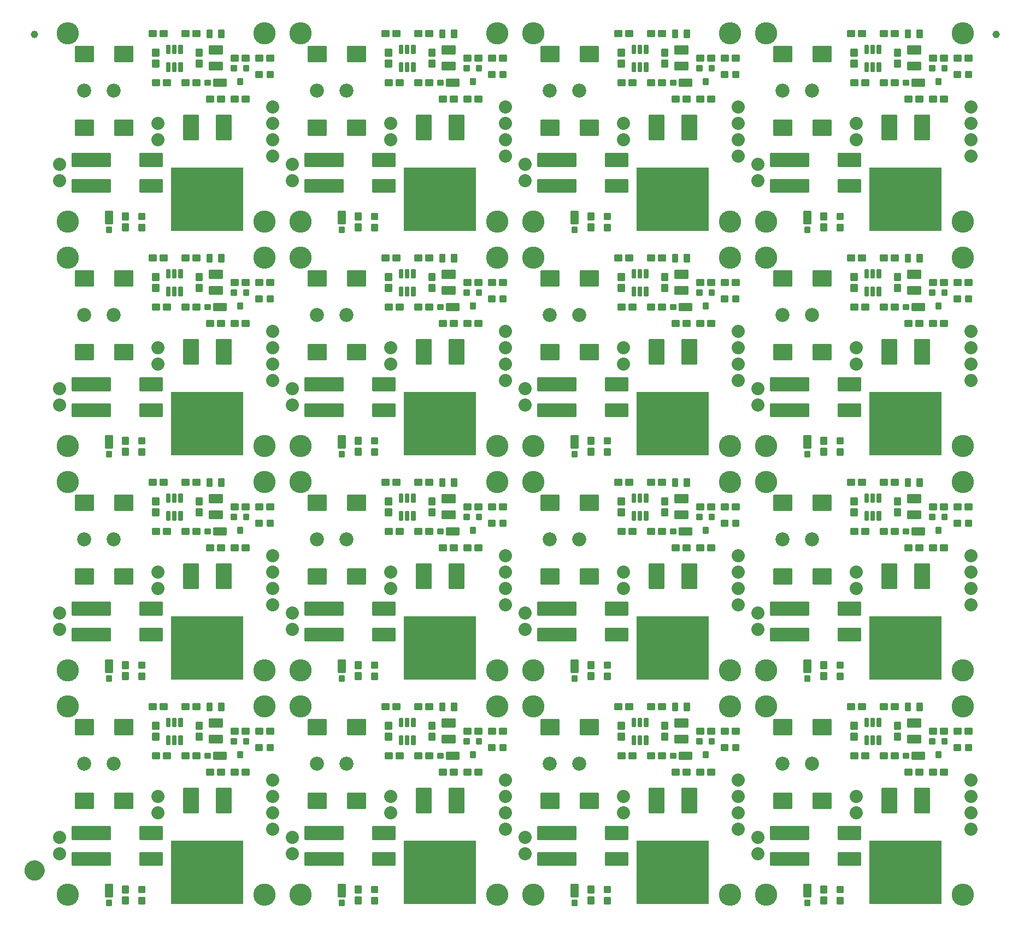
<source format=gts>
G04 EAGLE Gerber RS-274X export*
G75*
%MOMM*%
%FSLAX34Y34*%
%LPD*%
%INSoldermask Top*%
%IPPOS*%
%AMOC8*
5,1,8,0,0,1.08239X$1,22.5*%
G01*
%ADD10C,3.454400*%
%ADD11C,0.449434*%
%ADD12C,0.253525*%
%ADD13C,0.257147*%
%ADD14C,0.252431*%
%ADD15C,0.250950*%
%ADD16C,0.260603*%
%ADD17C,0.252862*%
%ADD18C,0.247237*%
%ADD19R,11.176000X9.779000*%
%ADD20C,0.255238*%
%ADD21C,2.184400*%
%ADD22C,0.258288*%
%ADD23C,2.032000*%
%ADD24C,1.152400*%
%ADD25C,1.270000*%
%ADD26C,1.652400*%


D10*
X25400Y25400D03*
X330200Y25400D03*
X330200Y317500D03*
X25400Y317500D03*
D11*
X136185Y30655D02*
X143215Y30655D01*
X136185Y30655D02*
X136185Y37685D01*
X143215Y37685D01*
X143215Y30655D01*
X143215Y34924D02*
X136185Y34924D01*
X136185Y13115D02*
X143215Y13115D01*
X136185Y13115D02*
X136185Y20145D01*
X143215Y20145D01*
X143215Y13115D01*
X143215Y17384D02*
X136185Y17384D01*
D12*
X118795Y21895D02*
X118795Y11905D01*
X109805Y11905D01*
X109805Y21895D01*
X118795Y21895D01*
X118795Y14313D02*
X109805Y14313D01*
X109805Y16721D02*
X118795Y16721D01*
X118795Y19129D02*
X109805Y19129D01*
X109805Y21537D02*
X118795Y21537D01*
X118795Y28905D02*
X118795Y38895D01*
X118795Y28905D02*
X109805Y28905D01*
X109805Y38895D01*
X118795Y38895D01*
X118795Y31313D02*
X109805Y31313D01*
X109805Y33721D02*
X118795Y33721D01*
X118795Y36129D02*
X109805Y36129D01*
X109805Y38537D02*
X118795Y38537D01*
X151605Y313005D02*
X161595Y313005D01*
X151605Y313005D02*
X151605Y321995D01*
X161595Y321995D01*
X161595Y313005D01*
X161595Y315413D02*
X151605Y315413D01*
X151605Y317821D02*
X161595Y317821D01*
X161595Y320229D02*
X151605Y320229D01*
X168605Y313005D02*
X178595Y313005D01*
X168605Y313005D02*
X168605Y321995D01*
X178595Y321995D01*
X178595Y313005D01*
X178595Y315413D02*
X168605Y315413D01*
X168605Y317821D02*
X178595Y317821D01*
X178595Y320229D02*
X168605Y320229D01*
X165785Y275895D02*
X165785Y265905D01*
X156795Y265905D01*
X156795Y275895D01*
X165785Y275895D01*
X165785Y268313D02*
X156795Y268313D01*
X156795Y270721D02*
X165785Y270721D01*
X165785Y273129D02*
X156795Y273129D01*
X156795Y275537D02*
X165785Y275537D01*
X165785Y282905D02*
X165785Y292895D01*
X165785Y282905D02*
X156795Y282905D01*
X156795Y292895D01*
X165785Y292895D01*
X165785Y285313D02*
X156795Y285313D01*
X156795Y287721D02*
X165785Y287721D01*
X165785Y290129D02*
X156795Y290129D01*
X156795Y292537D02*
X165785Y292537D01*
X224105Y292895D02*
X224105Y282905D01*
X224105Y292895D02*
X233095Y292895D01*
X233095Y282905D01*
X224105Y282905D01*
X224105Y285313D02*
X233095Y285313D01*
X233095Y287721D02*
X224105Y287721D01*
X224105Y290129D02*
X233095Y290129D01*
X233095Y292537D02*
X224105Y292537D01*
X224105Y275895D02*
X224105Y265905D01*
X224105Y275895D02*
X233095Y275895D01*
X233095Y265905D01*
X224105Y265905D01*
X224105Y268313D02*
X233095Y268313D01*
X233095Y270721D02*
X224105Y270721D01*
X224105Y273129D02*
X233095Y273129D01*
X233095Y275537D02*
X224105Y275537D01*
D13*
X241523Y312023D02*
X248477Y312023D01*
X241523Y312023D02*
X241523Y322977D01*
X248477Y322977D01*
X248477Y312023D01*
X248477Y314465D02*
X241523Y314465D01*
X241523Y316907D02*
X248477Y316907D01*
X248477Y319349D02*
X241523Y319349D01*
X241523Y321791D02*
X248477Y321791D01*
X259523Y312023D02*
X266477Y312023D01*
X259523Y312023D02*
X259523Y322977D01*
X266477Y322977D01*
X266477Y312023D01*
X266477Y314465D02*
X259523Y314465D01*
X259523Y316907D02*
X266477Y316907D01*
X266477Y319349D02*
X259523Y319349D01*
X259523Y321791D02*
X266477Y321791D01*
D12*
X212395Y236805D02*
X202405Y236805D01*
X202405Y245795D01*
X212395Y245795D01*
X212395Y236805D01*
X212395Y239213D02*
X202405Y239213D01*
X202405Y241621D02*
X212395Y241621D01*
X212395Y244029D02*
X202405Y244029D01*
X219405Y236805D02*
X229395Y236805D01*
X219405Y236805D02*
X219405Y245795D01*
X229395Y245795D01*
X229395Y236805D01*
X229395Y239213D02*
X219405Y239213D01*
X219405Y241621D02*
X229395Y241621D01*
X229395Y244029D02*
X219405Y244029D01*
X212395Y313005D02*
X202405Y313005D01*
X202405Y321995D01*
X212395Y321995D01*
X212395Y313005D01*
X212395Y315413D02*
X202405Y315413D01*
X202405Y317821D02*
X212395Y317821D01*
X212395Y320229D02*
X202405Y320229D01*
X219405Y313005D02*
X229395Y313005D01*
X219405Y313005D02*
X219405Y321995D01*
X229395Y321995D01*
X229395Y313005D01*
X229395Y315413D02*
X219405Y315413D01*
X219405Y317821D02*
X229395Y317821D01*
X229395Y320229D02*
X219405Y320229D01*
X183675Y245795D02*
X173685Y245795D01*
X183675Y245795D02*
X183675Y236805D01*
X173685Y236805D01*
X173685Y245795D01*
X173685Y239213D02*
X183675Y239213D01*
X183675Y241621D02*
X173685Y241621D01*
X173685Y244029D02*
X183675Y244029D01*
X166675Y245795D02*
X156685Y245795D01*
X166675Y245795D02*
X166675Y236805D01*
X156685Y236805D01*
X156685Y245795D01*
X156685Y239213D02*
X166675Y239213D01*
X166675Y241621D02*
X156685Y241621D01*
X156685Y244029D02*
X166675Y244029D01*
D14*
X245200Y273100D02*
X264200Y273100D01*
X264200Y261600D01*
X245200Y261600D01*
X245200Y273100D01*
X245200Y263998D02*
X264200Y263998D01*
X264200Y266396D02*
X245200Y266396D01*
X245200Y268794D02*
X264200Y268794D01*
X264200Y271192D02*
X245200Y271192D01*
X245200Y298100D02*
X264200Y298100D01*
X264200Y286600D01*
X245200Y286600D01*
X245200Y298100D01*
X245200Y288998D02*
X264200Y288998D01*
X264200Y291396D02*
X245200Y291396D01*
X245200Y293794D02*
X264200Y293794D01*
X264200Y296192D02*
X245200Y296192D01*
D15*
X251445Y246319D02*
X270525Y246319D01*
X270525Y236281D01*
X251445Y236281D01*
X251445Y246319D01*
X251445Y238665D02*
X270525Y238665D01*
X270525Y241049D02*
X251445Y241049D01*
X251445Y243433D02*
X270525Y243433D01*
X270525Y245817D02*
X251445Y245817D01*
D16*
X245331Y244823D02*
X238285Y244823D01*
X245331Y244823D02*
X245331Y237777D01*
X238285Y237777D01*
X238285Y244823D01*
X238285Y240253D02*
X245331Y240253D01*
X245331Y242729D02*
X238285Y242729D01*
D17*
X202248Y299399D02*
X197752Y299399D01*
X202248Y299399D02*
X202248Y286903D01*
X197752Y286903D01*
X197752Y299399D01*
X197752Y289306D02*
X202248Y289306D01*
X202248Y291709D02*
X197752Y291709D01*
X197752Y294112D02*
X202248Y294112D01*
X202248Y296515D02*
X197752Y296515D01*
X197752Y298918D02*
X202248Y298918D01*
X192748Y299399D02*
X188252Y299399D01*
X192748Y299399D02*
X192748Y286903D01*
X188252Y286903D01*
X188252Y299399D01*
X188252Y289306D02*
X192748Y289306D01*
X192748Y291709D02*
X188252Y291709D01*
X188252Y294112D02*
X192748Y294112D01*
X192748Y296515D02*
X188252Y296515D01*
X188252Y298918D02*
X192748Y298918D01*
X183248Y299399D02*
X178752Y299399D01*
X183248Y299399D02*
X183248Y286903D01*
X178752Y286903D01*
X178752Y299399D01*
X178752Y289306D02*
X183248Y289306D01*
X183248Y291709D02*
X178752Y291709D01*
X178752Y294112D02*
X183248Y294112D01*
X183248Y296515D02*
X178752Y296515D01*
X178752Y298918D02*
X183248Y298918D01*
X183248Y271897D02*
X178752Y271897D01*
X183248Y271897D02*
X183248Y259401D01*
X178752Y259401D01*
X178752Y271897D01*
X178752Y261804D02*
X183248Y261804D01*
X183248Y264207D02*
X178752Y264207D01*
X178752Y266610D02*
X183248Y266610D01*
X183248Y269013D02*
X178752Y269013D01*
X178752Y271416D02*
X183248Y271416D01*
X188252Y271897D02*
X192748Y271897D01*
X192748Y259401D01*
X188252Y259401D01*
X188252Y271897D01*
X188252Y261804D02*
X192748Y261804D01*
X192748Y264207D02*
X188252Y264207D01*
X188252Y266610D02*
X192748Y266610D01*
X192748Y269013D02*
X188252Y269013D01*
X188252Y271416D02*
X192748Y271416D01*
X197752Y271897D02*
X202248Y271897D01*
X202248Y259401D01*
X197752Y259401D01*
X197752Y271897D01*
X197752Y261804D02*
X202248Y261804D01*
X202248Y264207D02*
X197752Y264207D01*
X197752Y266610D02*
X202248Y266610D01*
X202248Y269013D02*
X197752Y269013D01*
X197752Y271416D02*
X202248Y271416D01*
D18*
X255574Y190626D02*
X277826Y190626D01*
X277826Y153474D01*
X255574Y153474D01*
X255574Y190626D01*
X255574Y155822D02*
X277826Y155822D01*
X277826Y158170D02*
X255574Y158170D01*
X255574Y160518D02*
X277826Y160518D01*
X277826Y162866D02*
X255574Y162866D01*
X255574Y165214D02*
X277826Y165214D01*
X277826Y167562D02*
X255574Y167562D01*
X255574Y169910D02*
X277826Y169910D01*
X277826Y172258D02*
X255574Y172258D01*
X255574Y174606D02*
X277826Y174606D01*
X277826Y176954D02*
X255574Y176954D01*
X255574Y179302D02*
X277826Y179302D01*
X277826Y181650D02*
X255574Y181650D01*
X255574Y183998D02*
X277826Y183998D01*
X277826Y186346D02*
X255574Y186346D01*
X255574Y188694D02*
X277826Y188694D01*
X227026Y190626D02*
X204774Y190626D01*
X227026Y190626D02*
X227026Y153474D01*
X204774Y153474D01*
X204774Y190626D01*
X204774Y155822D02*
X227026Y155822D01*
X227026Y158170D02*
X204774Y158170D01*
X204774Y160518D02*
X227026Y160518D01*
X227026Y162866D02*
X204774Y162866D01*
X204774Y165214D02*
X227026Y165214D01*
X227026Y167562D02*
X204774Y167562D01*
X204774Y169910D02*
X227026Y169910D01*
X227026Y172258D02*
X204774Y172258D01*
X204774Y174606D02*
X227026Y174606D01*
X227026Y176954D02*
X204774Y176954D01*
X204774Y179302D02*
X227026Y179302D01*
X227026Y181650D02*
X204774Y181650D01*
X204774Y183998D02*
X227026Y183998D01*
X227026Y186346D02*
X204774Y186346D01*
X204774Y188694D02*
X227026Y188694D01*
D19*
X241300Y60325D03*
D12*
X295605Y283895D02*
X305595Y283895D01*
X305595Y274905D01*
X295605Y274905D01*
X295605Y283895D01*
X295605Y277313D02*
X305595Y277313D01*
X305595Y279721D02*
X295605Y279721D01*
X295605Y282129D02*
X305595Y282129D01*
X288595Y283895D02*
X278605Y283895D01*
X288595Y283895D02*
X288595Y274905D01*
X278605Y274905D01*
X278605Y283895D01*
X278605Y277313D02*
X288595Y277313D01*
X288595Y279721D02*
X278605Y279721D01*
X278605Y282129D02*
X288595Y282129D01*
D15*
X83881Y41925D02*
X83881Y22845D01*
X83881Y41925D02*
X93919Y41925D01*
X93919Y22845D01*
X83881Y22845D01*
X83881Y25229D02*
X93919Y25229D01*
X93919Y27613D02*
X83881Y27613D01*
X83881Y29997D02*
X93919Y29997D01*
X93919Y32381D02*
X83881Y32381D01*
X83881Y34765D02*
X93919Y34765D01*
X93919Y37149D02*
X83881Y37149D01*
X83881Y39533D02*
X93919Y39533D01*
X93919Y41917D02*
X83881Y41917D01*
D16*
X85377Y16731D02*
X85377Y9685D01*
X85377Y16731D02*
X92423Y16731D01*
X92423Y9685D01*
X85377Y9685D01*
X85377Y12161D02*
X92423Y12161D01*
X92423Y14637D02*
X85377Y14637D01*
D20*
X64286Y274114D02*
X37314Y274114D01*
X37314Y297086D01*
X64286Y297086D01*
X64286Y274114D01*
X64286Y276538D02*
X37314Y276538D01*
X37314Y278962D02*
X64286Y278962D01*
X64286Y281386D02*
X37314Y281386D01*
X37314Y283810D02*
X64286Y283810D01*
X64286Y286234D02*
X37314Y286234D01*
X37314Y288658D02*
X64286Y288658D01*
X64286Y291082D02*
X37314Y291082D01*
X37314Y293506D02*
X64286Y293506D01*
X64286Y295930D02*
X37314Y295930D01*
X37314Y160114D02*
X64286Y160114D01*
X37314Y160114D02*
X37314Y183086D01*
X64286Y183086D01*
X64286Y160114D01*
X64286Y162538D02*
X37314Y162538D01*
X37314Y164962D02*
X64286Y164962D01*
X64286Y167386D02*
X37314Y167386D01*
X37314Y169810D02*
X64286Y169810D01*
X64286Y172234D02*
X37314Y172234D01*
X37314Y174658D02*
X64286Y174658D01*
X64286Y177082D02*
X37314Y177082D01*
X37314Y179506D02*
X64286Y179506D01*
X64286Y181930D02*
X37314Y181930D01*
X98314Y274114D02*
X125286Y274114D01*
X98314Y274114D02*
X98314Y297086D01*
X125286Y297086D01*
X125286Y274114D01*
X125286Y276538D02*
X98314Y276538D01*
X98314Y278962D02*
X125286Y278962D01*
X125286Y281386D02*
X98314Y281386D01*
X98314Y283810D02*
X125286Y283810D01*
X125286Y286234D02*
X98314Y286234D01*
X98314Y288658D02*
X125286Y288658D01*
X125286Y291082D02*
X98314Y291082D01*
X98314Y293506D02*
X125286Y293506D01*
X125286Y295930D02*
X98314Y295930D01*
X98314Y160114D02*
X125286Y160114D01*
X98314Y160114D02*
X98314Y183086D01*
X125286Y183086D01*
X125286Y160114D01*
X125286Y162538D02*
X98314Y162538D01*
X98314Y164962D02*
X125286Y164962D01*
X125286Y167386D02*
X98314Y167386D01*
X98314Y169810D02*
X125286Y169810D01*
X125286Y172234D02*
X98314Y172234D01*
X98314Y174658D02*
X125286Y174658D01*
X125286Y177082D02*
X98314Y177082D01*
X98314Y179506D02*
X125286Y179506D01*
X125286Y181930D02*
X98314Y181930D01*
D21*
X50800Y228600D03*
X96520Y228600D03*
D22*
X137129Y72129D02*
X171071Y72129D01*
X137129Y72129D02*
X137129Y91071D01*
X171071Y91071D01*
X171071Y72129D01*
X171071Y74583D02*
X137129Y74583D01*
X137129Y77037D02*
X171071Y77037D01*
X171071Y79491D02*
X137129Y79491D01*
X137129Y81945D02*
X171071Y81945D01*
X171071Y84399D02*
X137129Y84399D01*
X137129Y86853D02*
X171071Y86853D01*
X171071Y89307D02*
X137129Y89307D01*
X137129Y112129D02*
X171071Y112129D01*
X137129Y112129D02*
X137129Y131071D01*
X171071Y131071D01*
X171071Y112129D01*
X171071Y114583D02*
X137129Y114583D01*
X137129Y117037D02*
X171071Y117037D01*
X171071Y119491D02*
X137129Y119491D01*
X137129Y121945D02*
X171071Y121945D01*
X171071Y124399D02*
X137129Y124399D01*
X137129Y126853D02*
X171071Y126853D01*
X171071Y129307D02*
X137129Y129307D01*
X91071Y72129D02*
X32129Y72129D01*
X32129Y91071D01*
X91071Y91071D01*
X91071Y72129D01*
X91071Y74583D02*
X32129Y74583D01*
X32129Y77037D02*
X91071Y77037D01*
X91071Y79491D02*
X32129Y79491D01*
X32129Y81945D02*
X91071Y81945D01*
X91071Y84399D02*
X32129Y84399D01*
X32129Y86853D02*
X91071Y86853D01*
X91071Y89307D02*
X32129Y89307D01*
X32129Y112129D02*
X91071Y112129D01*
X32129Y112129D02*
X32129Y131071D01*
X91071Y131071D01*
X91071Y112129D01*
X91071Y114583D02*
X32129Y114583D01*
X32129Y117037D02*
X91071Y117037D01*
X91071Y119491D02*
X32129Y119491D01*
X32129Y121945D02*
X91071Y121945D01*
X91071Y124399D02*
X32129Y124399D01*
X32129Y126853D02*
X91071Y126853D01*
X91071Y129307D02*
X32129Y129307D01*
D13*
X298123Y267977D02*
X305077Y267977D01*
X305077Y260023D01*
X298123Y260023D01*
X298123Y267977D01*
X298123Y262465D02*
X305077Y262465D01*
X305077Y264907D02*
X298123Y264907D01*
X298123Y267349D02*
X305077Y267349D01*
X286077Y267977D02*
X279123Y267977D01*
X286077Y267977D02*
X286077Y260023D01*
X279123Y260023D01*
X279123Y267977D01*
X279123Y262465D02*
X286077Y262465D01*
X286077Y264907D02*
X279123Y264907D01*
X279123Y267349D02*
X286077Y267349D01*
X288623Y246977D02*
X295577Y246977D01*
X295577Y239023D01*
X288623Y239023D01*
X288623Y246977D01*
X288623Y241465D02*
X295577Y241465D01*
X295577Y243907D02*
X288623Y243907D01*
X288623Y246349D02*
X295577Y246349D01*
D12*
X267495Y220395D02*
X257505Y220395D01*
X267495Y220395D02*
X267495Y211405D01*
X257505Y211405D01*
X257505Y220395D01*
X257505Y213813D02*
X267495Y213813D01*
X267495Y216221D02*
X257505Y216221D01*
X257505Y218629D02*
X267495Y218629D01*
X250495Y220395D02*
X240505Y220395D01*
X250495Y220395D02*
X250495Y211405D01*
X240505Y211405D01*
X240505Y220395D01*
X240505Y213813D02*
X250495Y213813D01*
X250495Y216221D02*
X240505Y216221D01*
X240505Y218629D02*
X250495Y218629D01*
X278605Y211405D02*
X288595Y211405D01*
X278605Y211405D02*
X278605Y220395D01*
X288595Y220395D01*
X288595Y211405D01*
X288595Y213813D02*
X278605Y213813D01*
X278605Y216221D02*
X288595Y216221D01*
X288595Y218629D02*
X278605Y218629D01*
X295605Y211405D02*
X305595Y211405D01*
X295605Y211405D02*
X295605Y220395D01*
X305595Y220395D01*
X305595Y211405D01*
X305595Y213813D02*
X295605Y213813D01*
X295605Y216221D02*
X305595Y216221D01*
X305595Y218629D02*
X295605Y218629D01*
D23*
X342900Y203200D03*
X342900Y177800D03*
X342900Y152400D03*
X342900Y127000D03*
X12700Y88900D03*
X12700Y114300D03*
X165100Y177800D03*
X165100Y152400D03*
D11*
X335455Y250485D02*
X335455Y257515D01*
X342485Y257515D01*
X342485Y250485D01*
X335455Y250485D01*
X335455Y254754D02*
X342485Y254754D01*
X317915Y257515D02*
X317915Y250485D01*
X317915Y257515D02*
X324945Y257515D01*
X324945Y250485D01*
X317915Y250485D01*
X317915Y254754D02*
X324945Y254754D01*
D12*
X333705Y283895D02*
X343695Y283895D01*
X343695Y274905D01*
X333705Y274905D01*
X333705Y283895D01*
X333705Y277313D02*
X343695Y277313D01*
X343695Y279721D02*
X333705Y279721D01*
X333705Y282129D02*
X343695Y282129D01*
X326695Y283895D02*
X316705Y283895D01*
X326695Y283895D02*
X326695Y274905D01*
X316705Y274905D01*
X316705Y283895D01*
X316705Y277313D02*
X326695Y277313D01*
X326695Y279721D02*
X316705Y279721D01*
X316705Y282129D02*
X326695Y282129D01*
D10*
X386080Y25400D03*
X690880Y25400D03*
X690880Y317500D03*
X386080Y317500D03*
D11*
X496865Y30655D02*
X503895Y30655D01*
X496865Y30655D02*
X496865Y37685D01*
X503895Y37685D01*
X503895Y30655D01*
X503895Y34924D02*
X496865Y34924D01*
X496865Y13115D02*
X503895Y13115D01*
X496865Y13115D02*
X496865Y20145D01*
X503895Y20145D01*
X503895Y13115D01*
X503895Y17384D02*
X496865Y17384D01*
D12*
X479475Y21895D02*
X479475Y11905D01*
X470485Y11905D01*
X470485Y21895D01*
X479475Y21895D01*
X479475Y14313D02*
X470485Y14313D01*
X470485Y16721D02*
X479475Y16721D01*
X479475Y19129D02*
X470485Y19129D01*
X470485Y21537D02*
X479475Y21537D01*
X479475Y28905D02*
X479475Y38895D01*
X479475Y28905D02*
X470485Y28905D01*
X470485Y38895D01*
X479475Y38895D01*
X479475Y31313D02*
X470485Y31313D01*
X470485Y33721D02*
X479475Y33721D01*
X479475Y36129D02*
X470485Y36129D01*
X470485Y38537D02*
X479475Y38537D01*
X512285Y313005D02*
X522275Y313005D01*
X512285Y313005D02*
X512285Y321995D01*
X522275Y321995D01*
X522275Y313005D01*
X522275Y315413D02*
X512285Y315413D01*
X512285Y317821D02*
X522275Y317821D01*
X522275Y320229D02*
X512285Y320229D01*
X529285Y313005D02*
X539275Y313005D01*
X529285Y313005D02*
X529285Y321995D01*
X539275Y321995D01*
X539275Y313005D01*
X539275Y315413D02*
X529285Y315413D01*
X529285Y317821D02*
X539275Y317821D01*
X539275Y320229D02*
X529285Y320229D01*
X526465Y275895D02*
X526465Y265905D01*
X517475Y265905D01*
X517475Y275895D01*
X526465Y275895D01*
X526465Y268313D02*
X517475Y268313D01*
X517475Y270721D02*
X526465Y270721D01*
X526465Y273129D02*
X517475Y273129D01*
X517475Y275537D02*
X526465Y275537D01*
X526465Y282905D02*
X526465Y292895D01*
X526465Y282905D02*
X517475Y282905D01*
X517475Y292895D01*
X526465Y292895D01*
X526465Y285313D02*
X517475Y285313D01*
X517475Y287721D02*
X526465Y287721D01*
X526465Y290129D02*
X517475Y290129D01*
X517475Y292537D02*
X526465Y292537D01*
X584785Y292895D02*
X584785Y282905D01*
X584785Y292895D02*
X593775Y292895D01*
X593775Y282905D01*
X584785Y282905D01*
X584785Y285313D02*
X593775Y285313D01*
X593775Y287721D02*
X584785Y287721D01*
X584785Y290129D02*
X593775Y290129D01*
X593775Y292537D02*
X584785Y292537D01*
X584785Y275895D02*
X584785Y265905D01*
X584785Y275895D02*
X593775Y275895D01*
X593775Y265905D01*
X584785Y265905D01*
X584785Y268313D02*
X593775Y268313D01*
X593775Y270721D02*
X584785Y270721D01*
X584785Y273129D02*
X593775Y273129D01*
X593775Y275537D02*
X584785Y275537D01*
D13*
X602203Y312023D02*
X609157Y312023D01*
X602203Y312023D02*
X602203Y322977D01*
X609157Y322977D01*
X609157Y312023D01*
X609157Y314465D02*
X602203Y314465D01*
X602203Y316907D02*
X609157Y316907D01*
X609157Y319349D02*
X602203Y319349D01*
X602203Y321791D02*
X609157Y321791D01*
X620203Y312023D02*
X627157Y312023D01*
X620203Y312023D02*
X620203Y322977D01*
X627157Y322977D01*
X627157Y312023D01*
X627157Y314465D02*
X620203Y314465D01*
X620203Y316907D02*
X627157Y316907D01*
X627157Y319349D02*
X620203Y319349D01*
X620203Y321791D02*
X627157Y321791D01*
D12*
X573075Y236805D02*
X563085Y236805D01*
X563085Y245795D01*
X573075Y245795D01*
X573075Y236805D01*
X573075Y239213D02*
X563085Y239213D01*
X563085Y241621D02*
X573075Y241621D01*
X573075Y244029D02*
X563085Y244029D01*
X580085Y236805D02*
X590075Y236805D01*
X580085Y236805D02*
X580085Y245795D01*
X590075Y245795D01*
X590075Y236805D01*
X590075Y239213D02*
X580085Y239213D01*
X580085Y241621D02*
X590075Y241621D01*
X590075Y244029D02*
X580085Y244029D01*
X573075Y313005D02*
X563085Y313005D01*
X563085Y321995D01*
X573075Y321995D01*
X573075Y313005D01*
X573075Y315413D02*
X563085Y315413D01*
X563085Y317821D02*
X573075Y317821D01*
X573075Y320229D02*
X563085Y320229D01*
X580085Y313005D02*
X590075Y313005D01*
X580085Y313005D02*
X580085Y321995D01*
X590075Y321995D01*
X590075Y313005D01*
X590075Y315413D02*
X580085Y315413D01*
X580085Y317821D02*
X590075Y317821D01*
X590075Y320229D02*
X580085Y320229D01*
X544355Y245795D02*
X534365Y245795D01*
X544355Y245795D02*
X544355Y236805D01*
X534365Y236805D01*
X534365Y245795D01*
X534365Y239213D02*
X544355Y239213D01*
X544355Y241621D02*
X534365Y241621D01*
X534365Y244029D02*
X544355Y244029D01*
X527355Y245795D02*
X517365Y245795D01*
X527355Y245795D02*
X527355Y236805D01*
X517365Y236805D01*
X517365Y245795D01*
X517365Y239213D02*
X527355Y239213D01*
X527355Y241621D02*
X517365Y241621D01*
X517365Y244029D02*
X527355Y244029D01*
D14*
X605880Y273100D02*
X624880Y273100D01*
X624880Y261600D01*
X605880Y261600D01*
X605880Y273100D01*
X605880Y263998D02*
X624880Y263998D01*
X624880Y266396D02*
X605880Y266396D01*
X605880Y268794D02*
X624880Y268794D01*
X624880Y271192D02*
X605880Y271192D01*
X605880Y298100D02*
X624880Y298100D01*
X624880Y286600D01*
X605880Y286600D01*
X605880Y298100D01*
X605880Y288998D02*
X624880Y288998D01*
X624880Y291396D02*
X605880Y291396D01*
X605880Y293794D02*
X624880Y293794D01*
X624880Y296192D02*
X605880Y296192D01*
D15*
X612125Y246319D02*
X631205Y246319D01*
X631205Y236281D01*
X612125Y236281D01*
X612125Y246319D01*
X612125Y238665D02*
X631205Y238665D01*
X631205Y241049D02*
X612125Y241049D01*
X612125Y243433D02*
X631205Y243433D01*
X631205Y245817D02*
X612125Y245817D01*
D16*
X606011Y244823D02*
X598965Y244823D01*
X606011Y244823D02*
X606011Y237777D01*
X598965Y237777D01*
X598965Y244823D01*
X598965Y240253D02*
X606011Y240253D01*
X606011Y242729D02*
X598965Y242729D01*
D17*
X562928Y299399D02*
X558432Y299399D01*
X562928Y299399D02*
X562928Y286903D01*
X558432Y286903D01*
X558432Y299399D01*
X558432Y289306D02*
X562928Y289306D01*
X562928Y291709D02*
X558432Y291709D01*
X558432Y294112D02*
X562928Y294112D01*
X562928Y296515D02*
X558432Y296515D01*
X558432Y298918D02*
X562928Y298918D01*
X553428Y299399D02*
X548932Y299399D01*
X553428Y299399D02*
X553428Y286903D01*
X548932Y286903D01*
X548932Y299399D01*
X548932Y289306D02*
X553428Y289306D01*
X553428Y291709D02*
X548932Y291709D01*
X548932Y294112D02*
X553428Y294112D01*
X553428Y296515D02*
X548932Y296515D01*
X548932Y298918D02*
X553428Y298918D01*
X543928Y299399D02*
X539432Y299399D01*
X543928Y299399D02*
X543928Y286903D01*
X539432Y286903D01*
X539432Y299399D01*
X539432Y289306D02*
X543928Y289306D01*
X543928Y291709D02*
X539432Y291709D01*
X539432Y294112D02*
X543928Y294112D01*
X543928Y296515D02*
X539432Y296515D01*
X539432Y298918D02*
X543928Y298918D01*
X543928Y271897D02*
X539432Y271897D01*
X543928Y271897D02*
X543928Y259401D01*
X539432Y259401D01*
X539432Y271897D01*
X539432Y261804D02*
X543928Y261804D01*
X543928Y264207D02*
X539432Y264207D01*
X539432Y266610D02*
X543928Y266610D01*
X543928Y269013D02*
X539432Y269013D01*
X539432Y271416D02*
X543928Y271416D01*
X548932Y271897D02*
X553428Y271897D01*
X553428Y259401D01*
X548932Y259401D01*
X548932Y271897D01*
X548932Y261804D02*
X553428Y261804D01*
X553428Y264207D02*
X548932Y264207D01*
X548932Y266610D02*
X553428Y266610D01*
X553428Y269013D02*
X548932Y269013D01*
X548932Y271416D02*
X553428Y271416D01*
X558432Y271897D02*
X562928Y271897D01*
X562928Y259401D01*
X558432Y259401D01*
X558432Y271897D01*
X558432Y261804D02*
X562928Y261804D01*
X562928Y264207D02*
X558432Y264207D01*
X558432Y266610D02*
X562928Y266610D01*
X562928Y269013D02*
X558432Y269013D01*
X558432Y271416D02*
X562928Y271416D01*
D18*
X616254Y190626D02*
X638506Y190626D01*
X638506Y153474D01*
X616254Y153474D01*
X616254Y190626D01*
X616254Y155822D02*
X638506Y155822D01*
X638506Y158170D02*
X616254Y158170D01*
X616254Y160518D02*
X638506Y160518D01*
X638506Y162866D02*
X616254Y162866D01*
X616254Y165214D02*
X638506Y165214D01*
X638506Y167562D02*
X616254Y167562D01*
X616254Y169910D02*
X638506Y169910D01*
X638506Y172258D02*
X616254Y172258D01*
X616254Y174606D02*
X638506Y174606D01*
X638506Y176954D02*
X616254Y176954D01*
X616254Y179302D02*
X638506Y179302D01*
X638506Y181650D02*
X616254Y181650D01*
X616254Y183998D02*
X638506Y183998D01*
X638506Y186346D02*
X616254Y186346D01*
X616254Y188694D02*
X638506Y188694D01*
X587706Y190626D02*
X565454Y190626D01*
X587706Y190626D02*
X587706Y153474D01*
X565454Y153474D01*
X565454Y190626D01*
X565454Y155822D02*
X587706Y155822D01*
X587706Y158170D02*
X565454Y158170D01*
X565454Y160518D02*
X587706Y160518D01*
X587706Y162866D02*
X565454Y162866D01*
X565454Y165214D02*
X587706Y165214D01*
X587706Y167562D02*
X565454Y167562D01*
X565454Y169910D02*
X587706Y169910D01*
X587706Y172258D02*
X565454Y172258D01*
X565454Y174606D02*
X587706Y174606D01*
X587706Y176954D02*
X565454Y176954D01*
X565454Y179302D02*
X587706Y179302D01*
X587706Y181650D02*
X565454Y181650D01*
X565454Y183998D02*
X587706Y183998D01*
X587706Y186346D02*
X565454Y186346D01*
X565454Y188694D02*
X587706Y188694D01*
D19*
X601980Y60325D03*
D12*
X656285Y283895D02*
X666275Y283895D01*
X666275Y274905D01*
X656285Y274905D01*
X656285Y283895D01*
X656285Y277313D02*
X666275Y277313D01*
X666275Y279721D02*
X656285Y279721D01*
X656285Y282129D02*
X666275Y282129D01*
X649275Y283895D02*
X639285Y283895D01*
X649275Y283895D02*
X649275Y274905D01*
X639285Y274905D01*
X639285Y283895D01*
X639285Y277313D02*
X649275Y277313D01*
X649275Y279721D02*
X639285Y279721D01*
X639285Y282129D02*
X649275Y282129D01*
D15*
X444561Y41925D02*
X444561Y22845D01*
X444561Y41925D02*
X454599Y41925D01*
X454599Y22845D01*
X444561Y22845D01*
X444561Y25229D02*
X454599Y25229D01*
X454599Y27613D02*
X444561Y27613D01*
X444561Y29997D02*
X454599Y29997D01*
X454599Y32381D02*
X444561Y32381D01*
X444561Y34765D02*
X454599Y34765D01*
X454599Y37149D02*
X444561Y37149D01*
X444561Y39533D02*
X454599Y39533D01*
X454599Y41917D02*
X444561Y41917D01*
D16*
X446057Y16731D02*
X446057Y9685D01*
X446057Y16731D02*
X453103Y16731D01*
X453103Y9685D01*
X446057Y9685D01*
X446057Y12161D02*
X453103Y12161D01*
X453103Y14637D02*
X446057Y14637D01*
D20*
X424966Y274114D02*
X397994Y274114D01*
X397994Y297086D01*
X424966Y297086D01*
X424966Y274114D01*
X424966Y276538D02*
X397994Y276538D01*
X397994Y278962D02*
X424966Y278962D01*
X424966Y281386D02*
X397994Y281386D01*
X397994Y283810D02*
X424966Y283810D01*
X424966Y286234D02*
X397994Y286234D01*
X397994Y288658D02*
X424966Y288658D01*
X424966Y291082D02*
X397994Y291082D01*
X397994Y293506D02*
X424966Y293506D01*
X424966Y295930D02*
X397994Y295930D01*
X397994Y160114D02*
X424966Y160114D01*
X397994Y160114D02*
X397994Y183086D01*
X424966Y183086D01*
X424966Y160114D01*
X424966Y162538D02*
X397994Y162538D01*
X397994Y164962D02*
X424966Y164962D01*
X424966Y167386D02*
X397994Y167386D01*
X397994Y169810D02*
X424966Y169810D01*
X424966Y172234D02*
X397994Y172234D01*
X397994Y174658D02*
X424966Y174658D01*
X424966Y177082D02*
X397994Y177082D01*
X397994Y179506D02*
X424966Y179506D01*
X424966Y181930D02*
X397994Y181930D01*
X458994Y274114D02*
X485966Y274114D01*
X458994Y274114D02*
X458994Y297086D01*
X485966Y297086D01*
X485966Y274114D01*
X485966Y276538D02*
X458994Y276538D01*
X458994Y278962D02*
X485966Y278962D01*
X485966Y281386D02*
X458994Y281386D01*
X458994Y283810D02*
X485966Y283810D01*
X485966Y286234D02*
X458994Y286234D01*
X458994Y288658D02*
X485966Y288658D01*
X485966Y291082D02*
X458994Y291082D01*
X458994Y293506D02*
X485966Y293506D01*
X485966Y295930D02*
X458994Y295930D01*
X458994Y160114D02*
X485966Y160114D01*
X458994Y160114D02*
X458994Y183086D01*
X485966Y183086D01*
X485966Y160114D01*
X485966Y162538D02*
X458994Y162538D01*
X458994Y164962D02*
X485966Y164962D01*
X485966Y167386D02*
X458994Y167386D01*
X458994Y169810D02*
X485966Y169810D01*
X485966Y172234D02*
X458994Y172234D01*
X458994Y174658D02*
X485966Y174658D01*
X485966Y177082D02*
X458994Y177082D01*
X458994Y179506D02*
X485966Y179506D01*
X485966Y181930D02*
X458994Y181930D01*
D21*
X411480Y228600D03*
X457200Y228600D03*
D22*
X497809Y72129D02*
X531751Y72129D01*
X497809Y72129D02*
X497809Y91071D01*
X531751Y91071D01*
X531751Y72129D01*
X531751Y74583D02*
X497809Y74583D01*
X497809Y77037D02*
X531751Y77037D01*
X531751Y79491D02*
X497809Y79491D01*
X497809Y81945D02*
X531751Y81945D01*
X531751Y84399D02*
X497809Y84399D01*
X497809Y86853D02*
X531751Y86853D01*
X531751Y89307D02*
X497809Y89307D01*
X497809Y112129D02*
X531751Y112129D01*
X497809Y112129D02*
X497809Y131071D01*
X531751Y131071D01*
X531751Y112129D01*
X531751Y114583D02*
X497809Y114583D01*
X497809Y117037D02*
X531751Y117037D01*
X531751Y119491D02*
X497809Y119491D01*
X497809Y121945D02*
X531751Y121945D01*
X531751Y124399D02*
X497809Y124399D01*
X497809Y126853D02*
X531751Y126853D01*
X531751Y129307D02*
X497809Y129307D01*
X451751Y72129D02*
X392809Y72129D01*
X392809Y91071D01*
X451751Y91071D01*
X451751Y72129D01*
X451751Y74583D02*
X392809Y74583D01*
X392809Y77037D02*
X451751Y77037D01*
X451751Y79491D02*
X392809Y79491D01*
X392809Y81945D02*
X451751Y81945D01*
X451751Y84399D02*
X392809Y84399D01*
X392809Y86853D02*
X451751Y86853D01*
X451751Y89307D02*
X392809Y89307D01*
X392809Y112129D02*
X451751Y112129D01*
X392809Y112129D02*
X392809Y131071D01*
X451751Y131071D01*
X451751Y112129D01*
X451751Y114583D02*
X392809Y114583D01*
X392809Y117037D02*
X451751Y117037D01*
X451751Y119491D02*
X392809Y119491D01*
X392809Y121945D02*
X451751Y121945D01*
X451751Y124399D02*
X392809Y124399D01*
X392809Y126853D02*
X451751Y126853D01*
X451751Y129307D02*
X392809Y129307D01*
D13*
X658803Y267977D02*
X665757Y267977D01*
X665757Y260023D01*
X658803Y260023D01*
X658803Y267977D01*
X658803Y262465D02*
X665757Y262465D01*
X665757Y264907D02*
X658803Y264907D01*
X658803Y267349D02*
X665757Y267349D01*
X646757Y267977D02*
X639803Y267977D01*
X646757Y267977D02*
X646757Y260023D01*
X639803Y260023D01*
X639803Y267977D01*
X639803Y262465D02*
X646757Y262465D01*
X646757Y264907D02*
X639803Y264907D01*
X639803Y267349D02*
X646757Y267349D01*
X649303Y246977D02*
X656257Y246977D01*
X656257Y239023D01*
X649303Y239023D01*
X649303Y246977D01*
X649303Y241465D02*
X656257Y241465D01*
X656257Y243907D02*
X649303Y243907D01*
X649303Y246349D02*
X656257Y246349D01*
D12*
X628175Y220395D02*
X618185Y220395D01*
X628175Y220395D02*
X628175Y211405D01*
X618185Y211405D01*
X618185Y220395D01*
X618185Y213813D02*
X628175Y213813D01*
X628175Y216221D02*
X618185Y216221D01*
X618185Y218629D02*
X628175Y218629D01*
X611175Y220395D02*
X601185Y220395D01*
X611175Y220395D02*
X611175Y211405D01*
X601185Y211405D01*
X601185Y220395D01*
X601185Y213813D02*
X611175Y213813D01*
X611175Y216221D02*
X601185Y216221D01*
X601185Y218629D02*
X611175Y218629D01*
X639285Y211405D02*
X649275Y211405D01*
X639285Y211405D02*
X639285Y220395D01*
X649275Y220395D01*
X649275Y211405D01*
X649275Y213813D02*
X639285Y213813D01*
X639285Y216221D02*
X649275Y216221D01*
X649275Y218629D02*
X639285Y218629D01*
X656285Y211405D02*
X666275Y211405D01*
X656285Y211405D02*
X656285Y220395D01*
X666275Y220395D01*
X666275Y211405D01*
X666275Y213813D02*
X656285Y213813D01*
X656285Y216221D02*
X666275Y216221D01*
X666275Y218629D02*
X656285Y218629D01*
D23*
X703580Y203200D03*
X703580Y177800D03*
X703580Y152400D03*
X703580Y127000D03*
X373380Y88900D03*
X373380Y114300D03*
X525780Y177800D03*
X525780Y152400D03*
D11*
X696135Y250485D02*
X696135Y257515D01*
X703165Y257515D01*
X703165Y250485D01*
X696135Y250485D01*
X696135Y254754D02*
X703165Y254754D01*
X678595Y257515D02*
X678595Y250485D01*
X678595Y257515D02*
X685625Y257515D01*
X685625Y250485D01*
X678595Y250485D01*
X678595Y254754D02*
X685625Y254754D01*
D12*
X694385Y283895D02*
X704375Y283895D01*
X704375Y274905D01*
X694385Y274905D01*
X694385Y283895D01*
X694385Y277313D02*
X704375Y277313D01*
X704375Y279721D02*
X694385Y279721D01*
X694385Y282129D02*
X704375Y282129D01*
X687375Y283895D02*
X677385Y283895D01*
X687375Y283895D02*
X687375Y274905D01*
X677385Y274905D01*
X677385Y283895D01*
X677385Y277313D02*
X687375Y277313D01*
X687375Y279721D02*
X677385Y279721D01*
X677385Y282129D02*
X687375Y282129D01*
D10*
X746760Y25400D03*
X1051560Y25400D03*
X1051560Y317500D03*
X746760Y317500D03*
D11*
X857545Y30655D02*
X864575Y30655D01*
X857545Y30655D02*
X857545Y37685D01*
X864575Y37685D01*
X864575Y30655D01*
X864575Y34924D02*
X857545Y34924D01*
X857545Y13115D02*
X864575Y13115D01*
X857545Y13115D02*
X857545Y20145D01*
X864575Y20145D01*
X864575Y13115D01*
X864575Y17384D02*
X857545Y17384D01*
D12*
X840155Y21895D02*
X840155Y11905D01*
X831165Y11905D01*
X831165Y21895D01*
X840155Y21895D01*
X840155Y14313D02*
X831165Y14313D01*
X831165Y16721D02*
X840155Y16721D01*
X840155Y19129D02*
X831165Y19129D01*
X831165Y21537D02*
X840155Y21537D01*
X840155Y28905D02*
X840155Y38895D01*
X840155Y28905D02*
X831165Y28905D01*
X831165Y38895D01*
X840155Y38895D01*
X840155Y31313D02*
X831165Y31313D01*
X831165Y33721D02*
X840155Y33721D01*
X840155Y36129D02*
X831165Y36129D01*
X831165Y38537D02*
X840155Y38537D01*
X872965Y313005D02*
X882955Y313005D01*
X872965Y313005D02*
X872965Y321995D01*
X882955Y321995D01*
X882955Y313005D01*
X882955Y315413D02*
X872965Y315413D01*
X872965Y317821D02*
X882955Y317821D01*
X882955Y320229D02*
X872965Y320229D01*
X889965Y313005D02*
X899955Y313005D01*
X889965Y313005D02*
X889965Y321995D01*
X899955Y321995D01*
X899955Y313005D01*
X899955Y315413D02*
X889965Y315413D01*
X889965Y317821D02*
X899955Y317821D01*
X899955Y320229D02*
X889965Y320229D01*
X887145Y275895D02*
X887145Y265905D01*
X878155Y265905D01*
X878155Y275895D01*
X887145Y275895D01*
X887145Y268313D02*
X878155Y268313D01*
X878155Y270721D02*
X887145Y270721D01*
X887145Y273129D02*
X878155Y273129D01*
X878155Y275537D02*
X887145Y275537D01*
X887145Y282905D02*
X887145Y292895D01*
X887145Y282905D02*
X878155Y282905D01*
X878155Y292895D01*
X887145Y292895D01*
X887145Y285313D02*
X878155Y285313D01*
X878155Y287721D02*
X887145Y287721D01*
X887145Y290129D02*
X878155Y290129D01*
X878155Y292537D02*
X887145Y292537D01*
X945465Y292895D02*
X945465Y282905D01*
X945465Y292895D02*
X954455Y292895D01*
X954455Y282905D01*
X945465Y282905D01*
X945465Y285313D02*
X954455Y285313D01*
X954455Y287721D02*
X945465Y287721D01*
X945465Y290129D02*
X954455Y290129D01*
X954455Y292537D02*
X945465Y292537D01*
X945465Y275895D02*
X945465Y265905D01*
X945465Y275895D02*
X954455Y275895D01*
X954455Y265905D01*
X945465Y265905D01*
X945465Y268313D02*
X954455Y268313D01*
X954455Y270721D02*
X945465Y270721D01*
X945465Y273129D02*
X954455Y273129D01*
X954455Y275537D02*
X945465Y275537D01*
D13*
X962883Y312023D02*
X969837Y312023D01*
X962883Y312023D02*
X962883Y322977D01*
X969837Y322977D01*
X969837Y312023D01*
X969837Y314465D02*
X962883Y314465D01*
X962883Y316907D02*
X969837Y316907D01*
X969837Y319349D02*
X962883Y319349D01*
X962883Y321791D02*
X969837Y321791D01*
X980883Y312023D02*
X987837Y312023D01*
X980883Y312023D02*
X980883Y322977D01*
X987837Y322977D01*
X987837Y312023D01*
X987837Y314465D02*
X980883Y314465D01*
X980883Y316907D02*
X987837Y316907D01*
X987837Y319349D02*
X980883Y319349D01*
X980883Y321791D02*
X987837Y321791D01*
D12*
X933755Y236805D02*
X923765Y236805D01*
X923765Y245795D01*
X933755Y245795D01*
X933755Y236805D01*
X933755Y239213D02*
X923765Y239213D01*
X923765Y241621D02*
X933755Y241621D01*
X933755Y244029D02*
X923765Y244029D01*
X940765Y236805D02*
X950755Y236805D01*
X940765Y236805D02*
X940765Y245795D01*
X950755Y245795D01*
X950755Y236805D01*
X950755Y239213D02*
X940765Y239213D01*
X940765Y241621D02*
X950755Y241621D01*
X950755Y244029D02*
X940765Y244029D01*
X933755Y313005D02*
X923765Y313005D01*
X923765Y321995D01*
X933755Y321995D01*
X933755Y313005D01*
X933755Y315413D02*
X923765Y315413D01*
X923765Y317821D02*
X933755Y317821D01*
X933755Y320229D02*
X923765Y320229D01*
X940765Y313005D02*
X950755Y313005D01*
X940765Y313005D02*
X940765Y321995D01*
X950755Y321995D01*
X950755Y313005D01*
X950755Y315413D02*
X940765Y315413D01*
X940765Y317821D02*
X950755Y317821D01*
X950755Y320229D02*
X940765Y320229D01*
X905035Y245795D02*
X895045Y245795D01*
X905035Y245795D02*
X905035Y236805D01*
X895045Y236805D01*
X895045Y245795D01*
X895045Y239213D02*
X905035Y239213D01*
X905035Y241621D02*
X895045Y241621D01*
X895045Y244029D02*
X905035Y244029D01*
X888035Y245795D02*
X878045Y245795D01*
X888035Y245795D02*
X888035Y236805D01*
X878045Y236805D01*
X878045Y245795D01*
X878045Y239213D02*
X888035Y239213D01*
X888035Y241621D02*
X878045Y241621D01*
X878045Y244029D02*
X888035Y244029D01*
D14*
X966560Y273100D02*
X985560Y273100D01*
X985560Y261600D01*
X966560Y261600D01*
X966560Y273100D01*
X966560Y263998D02*
X985560Y263998D01*
X985560Y266396D02*
X966560Y266396D01*
X966560Y268794D02*
X985560Y268794D01*
X985560Y271192D02*
X966560Y271192D01*
X966560Y298100D02*
X985560Y298100D01*
X985560Y286600D01*
X966560Y286600D01*
X966560Y298100D01*
X966560Y288998D02*
X985560Y288998D01*
X985560Y291396D02*
X966560Y291396D01*
X966560Y293794D02*
X985560Y293794D01*
X985560Y296192D02*
X966560Y296192D01*
D15*
X972805Y246319D02*
X991885Y246319D01*
X991885Y236281D01*
X972805Y236281D01*
X972805Y246319D01*
X972805Y238665D02*
X991885Y238665D01*
X991885Y241049D02*
X972805Y241049D01*
X972805Y243433D02*
X991885Y243433D01*
X991885Y245817D02*
X972805Y245817D01*
D16*
X966691Y244823D02*
X959645Y244823D01*
X966691Y244823D02*
X966691Y237777D01*
X959645Y237777D01*
X959645Y244823D01*
X959645Y240253D02*
X966691Y240253D01*
X966691Y242729D02*
X959645Y242729D01*
D17*
X923608Y299399D02*
X919112Y299399D01*
X923608Y299399D02*
X923608Y286903D01*
X919112Y286903D01*
X919112Y299399D01*
X919112Y289306D02*
X923608Y289306D01*
X923608Y291709D02*
X919112Y291709D01*
X919112Y294112D02*
X923608Y294112D01*
X923608Y296515D02*
X919112Y296515D01*
X919112Y298918D02*
X923608Y298918D01*
X914108Y299399D02*
X909612Y299399D01*
X914108Y299399D02*
X914108Y286903D01*
X909612Y286903D01*
X909612Y299399D01*
X909612Y289306D02*
X914108Y289306D01*
X914108Y291709D02*
X909612Y291709D01*
X909612Y294112D02*
X914108Y294112D01*
X914108Y296515D02*
X909612Y296515D01*
X909612Y298918D02*
X914108Y298918D01*
X904608Y299399D02*
X900112Y299399D01*
X904608Y299399D02*
X904608Y286903D01*
X900112Y286903D01*
X900112Y299399D01*
X900112Y289306D02*
X904608Y289306D01*
X904608Y291709D02*
X900112Y291709D01*
X900112Y294112D02*
X904608Y294112D01*
X904608Y296515D02*
X900112Y296515D01*
X900112Y298918D02*
X904608Y298918D01*
X904608Y271897D02*
X900112Y271897D01*
X904608Y271897D02*
X904608Y259401D01*
X900112Y259401D01*
X900112Y271897D01*
X900112Y261804D02*
X904608Y261804D01*
X904608Y264207D02*
X900112Y264207D01*
X900112Y266610D02*
X904608Y266610D01*
X904608Y269013D02*
X900112Y269013D01*
X900112Y271416D02*
X904608Y271416D01*
X909612Y271897D02*
X914108Y271897D01*
X914108Y259401D01*
X909612Y259401D01*
X909612Y271897D01*
X909612Y261804D02*
X914108Y261804D01*
X914108Y264207D02*
X909612Y264207D01*
X909612Y266610D02*
X914108Y266610D01*
X914108Y269013D02*
X909612Y269013D01*
X909612Y271416D02*
X914108Y271416D01*
X919112Y271897D02*
X923608Y271897D01*
X923608Y259401D01*
X919112Y259401D01*
X919112Y271897D01*
X919112Y261804D02*
X923608Y261804D01*
X923608Y264207D02*
X919112Y264207D01*
X919112Y266610D02*
X923608Y266610D01*
X923608Y269013D02*
X919112Y269013D01*
X919112Y271416D02*
X923608Y271416D01*
D18*
X976934Y190626D02*
X999186Y190626D01*
X999186Y153474D01*
X976934Y153474D01*
X976934Y190626D01*
X976934Y155822D02*
X999186Y155822D01*
X999186Y158170D02*
X976934Y158170D01*
X976934Y160518D02*
X999186Y160518D01*
X999186Y162866D02*
X976934Y162866D01*
X976934Y165214D02*
X999186Y165214D01*
X999186Y167562D02*
X976934Y167562D01*
X976934Y169910D02*
X999186Y169910D01*
X999186Y172258D02*
X976934Y172258D01*
X976934Y174606D02*
X999186Y174606D01*
X999186Y176954D02*
X976934Y176954D01*
X976934Y179302D02*
X999186Y179302D01*
X999186Y181650D02*
X976934Y181650D01*
X976934Y183998D02*
X999186Y183998D01*
X999186Y186346D02*
X976934Y186346D01*
X976934Y188694D02*
X999186Y188694D01*
X948386Y190626D02*
X926134Y190626D01*
X948386Y190626D02*
X948386Y153474D01*
X926134Y153474D01*
X926134Y190626D01*
X926134Y155822D02*
X948386Y155822D01*
X948386Y158170D02*
X926134Y158170D01*
X926134Y160518D02*
X948386Y160518D01*
X948386Y162866D02*
X926134Y162866D01*
X926134Y165214D02*
X948386Y165214D01*
X948386Y167562D02*
X926134Y167562D01*
X926134Y169910D02*
X948386Y169910D01*
X948386Y172258D02*
X926134Y172258D01*
X926134Y174606D02*
X948386Y174606D01*
X948386Y176954D02*
X926134Y176954D01*
X926134Y179302D02*
X948386Y179302D01*
X948386Y181650D02*
X926134Y181650D01*
X926134Y183998D02*
X948386Y183998D01*
X948386Y186346D02*
X926134Y186346D01*
X926134Y188694D02*
X948386Y188694D01*
D19*
X962660Y60325D03*
D12*
X1016965Y283895D02*
X1026955Y283895D01*
X1026955Y274905D01*
X1016965Y274905D01*
X1016965Y283895D01*
X1016965Y277313D02*
X1026955Y277313D01*
X1026955Y279721D02*
X1016965Y279721D01*
X1016965Y282129D02*
X1026955Y282129D01*
X1009955Y283895D02*
X999965Y283895D01*
X1009955Y283895D02*
X1009955Y274905D01*
X999965Y274905D01*
X999965Y283895D01*
X999965Y277313D02*
X1009955Y277313D01*
X1009955Y279721D02*
X999965Y279721D01*
X999965Y282129D02*
X1009955Y282129D01*
D15*
X805241Y41925D02*
X805241Y22845D01*
X805241Y41925D02*
X815279Y41925D01*
X815279Y22845D01*
X805241Y22845D01*
X805241Y25229D02*
X815279Y25229D01*
X815279Y27613D02*
X805241Y27613D01*
X805241Y29997D02*
X815279Y29997D01*
X815279Y32381D02*
X805241Y32381D01*
X805241Y34765D02*
X815279Y34765D01*
X815279Y37149D02*
X805241Y37149D01*
X805241Y39533D02*
X815279Y39533D01*
X815279Y41917D02*
X805241Y41917D01*
D16*
X806737Y16731D02*
X806737Y9685D01*
X806737Y16731D02*
X813783Y16731D01*
X813783Y9685D01*
X806737Y9685D01*
X806737Y12161D02*
X813783Y12161D01*
X813783Y14637D02*
X806737Y14637D01*
D20*
X785646Y274114D02*
X758674Y274114D01*
X758674Y297086D01*
X785646Y297086D01*
X785646Y274114D01*
X785646Y276538D02*
X758674Y276538D01*
X758674Y278962D02*
X785646Y278962D01*
X785646Y281386D02*
X758674Y281386D01*
X758674Y283810D02*
X785646Y283810D01*
X785646Y286234D02*
X758674Y286234D01*
X758674Y288658D02*
X785646Y288658D01*
X785646Y291082D02*
X758674Y291082D01*
X758674Y293506D02*
X785646Y293506D01*
X785646Y295930D02*
X758674Y295930D01*
X758674Y160114D02*
X785646Y160114D01*
X758674Y160114D02*
X758674Y183086D01*
X785646Y183086D01*
X785646Y160114D01*
X785646Y162538D02*
X758674Y162538D01*
X758674Y164962D02*
X785646Y164962D01*
X785646Y167386D02*
X758674Y167386D01*
X758674Y169810D02*
X785646Y169810D01*
X785646Y172234D02*
X758674Y172234D01*
X758674Y174658D02*
X785646Y174658D01*
X785646Y177082D02*
X758674Y177082D01*
X758674Y179506D02*
X785646Y179506D01*
X785646Y181930D02*
X758674Y181930D01*
X819674Y274114D02*
X846646Y274114D01*
X819674Y274114D02*
X819674Y297086D01*
X846646Y297086D01*
X846646Y274114D01*
X846646Y276538D02*
X819674Y276538D01*
X819674Y278962D02*
X846646Y278962D01*
X846646Y281386D02*
X819674Y281386D01*
X819674Y283810D02*
X846646Y283810D01*
X846646Y286234D02*
X819674Y286234D01*
X819674Y288658D02*
X846646Y288658D01*
X846646Y291082D02*
X819674Y291082D01*
X819674Y293506D02*
X846646Y293506D01*
X846646Y295930D02*
X819674Y295930D01*
X819674Y160114D02*
X846646Y160114D01*
X819674Y160114D02*
X819674Y183086D01*
X846646Y183086D01*
X846646Y160114D01*
X846646Y162538D02*
X819674Y162538D01*
X819674Y164962D02*
X846646Y164962D01*
X846646Y167386D02*
X819674Y167386D01*
X819674Y169810D02*
X846646Y169810D01*
X846646Y172234D02*
X819674Y172234D01*
X819674Y174658D02*
X846646Y174658D01*
X846646Y177082D02*
X819674Y177082D01*
X819674Y179506D02*
X846646Y179506D01*
X846646Y181930D02*
X819674Y181930D01*
D21*
X772160Y228600D03*
X817880Y228600D03*
D22*
X858489Y72129D02*
X892431Y72129D01*
X858489Y72129D02*
X858489Y91071D01*
X892431Y91071D01*
X892431Y72129D01*
X892431Y74583D02*
X858489Y74583D01*
X858489Y77037D02*
X892431Y77037D01*
X892431Y79491D02*
X858489Y79491D01*
X858489Y81945D02*
X892431Y81945D01*
X892431Y84399D02*
X858489Y84399D01*
X858489Y86853D02*
X892431Y86853D01*
X892431Y89307D02*
X858489Y89307D01*
X858489Y112129D02*
X892431Y112129D01*
X858489Y112129D02*
X858489Y131071D01*
X892431Y131071D01*
X892431Y112129D01*
X892431Y114583D02*
X858489Y114583D01*
X858489Y117037D02*
X892431Y117037D01*
X892431Y119491D02*
X858489Y119491D01*
X858489Y121945D02*
X892431Y121945D01*
X892431Y124399D02*
X858489Y124399D01*
X858489Y126853D02*
X892431Y126853D01*
X892431Y129307D02*
X858489Y129307D01*
X812431Y72129D02*
X753489Y72129D01*
X753489Y91071D01*
X812431Y91071D01*
X812431Y72129D01*
X812431Y74583D02*
X753489Y74583D01*
X753489Y77037D02*
X812431Y77037D01*
X812431Y79491D02*
X753489Y79491D01*
X753489Y81945D02*
X812431Y81945D01*
X812431Y84399D02*
X753489Y84399D01*
X753489Y86853D02*
X812431Y86853D01*
X812431Y89307D02*
X753489Y89307D01*
X753489Y112129D02*
X812431Y112129D01*
X753489Y112129D02*
X753489Y131071D01*
X812431Y131071D01*
X812431Y112129D01*
X812431Y114583D02*
X753489Y114583D01*
X753489Y117037D02*
X812431Y117037D01*
X812431Y119491D02*
X753489Y119491D01*
X753489Y121945D02*
X812431Y121945D01*
X812431Y124399D02*
X753489Y124399D01*
X753489Y126853D02*
X812431Y126853D01*
X812431Y129307D02*
X753489Y129307D01*
D13*
X1019483Y267977D02*
X1026437Y267977D01*
X1026437Y260023D01*
X1019483Y260023D01*
X1019483Y267977D01*
X1019483Y262465D02*
X1026437Y262465D01*
X1026437Y264907D02*
X1019483Y264907D01*
X1019483Y267349D02*
X1026437Y267349D01*
X1007437Y267977D02*
X1000483Y267977D01*
X1007437Y267977D02*
X1007437Y260023D01*
X1000483Y260023D01*
X1000483Y267977D01*
X1000483Y262465D02*
X1007437Y262465D01*
X1007437Y264907D02*
X1000483Y264907D01*
X1000483Y267349D02*
X1007437Y267349D01*
X1009983Y246977D02*
X1016937Y246977D01*
X1016937Y239023D01*
X1009983Y239023D01*
X1009983Y246977D01*
X1009983Y241465D02*
X1016937Y241465D01*
X1016937Y243907D02*
X1009983Y243907D01*
X1009983Y246349D02*
X1016937Y246349D01*
D12*
X988855Y220395D02*
X978865Y220395D01*
X988855Y220395D02*
X988855Y211405D01*
X978865Y211405D01*
X978865Y220395D01*
X978865Y213813D02*
X988855Y213813D01*
X988855Y216221D02*
X978865Y216221D01*
X978865Y218629D02*
X988855Y218629D01*
X971855Y220395D02*
X961865Y220395D01*
X971855Y220395D02*
X971855Y211405D01*
X961865Y211405D01*
X961865Y220395D01*
X961865Y213813D02*
X971855Y213813D01*
X971855Y216221D02*
X961865Y216221D01*
X961865Y218629D02*
X971855Y218629D01*
X999965Y211405D02*
X1009955Y211405D01*
X999965Y211405D02*
X999965Y220395D01*
X1009955Y220395D01*
X1009955Y211405D01*
X1009955Y213813D02*
X999965Y213813D01*
X999965Y216221D02*
X1009955Y216221D01*
X1009955Y218629D02*
X999965Y218629D01*
X1016965Y211405D02*
X1026955Y211405D01*
X1016965Y211405D02*
X1016965Y220395D01*
X1026955Y220395D01*
X1026955Y211405D01*
X1026955Y213813D02*
X1016965Y213813D01*
X1016965Y216221D02*
X1026955Y216221D01*
X1026955Y218629D02*
X1016965Y218629D01*
D23*
X1064260Y203200D03*
X1064260Y177800D03*
X1064260Y152400D03*
X1064260Y127000D03*
X734060Y88900D03*
X734060Y114300D03*
X886460Y177800D03*
X886460Y152400D03*
D11*
X1056815Y250485D02*
X1056815Y257515D01*
X1063845Y257515D01*
X1063845Y250485D01*
X1056815Y250485D01*
X1056815Y254754D02*
X1063845Y254754D01*
X1039275Y257515D02*
X1039275Y250485D01*
X1039275Y257515D02*
X1046305Y257515D01*
X1046305Y250485D01*
X1039275Y250485D01*
X1039275Y254754D02*
X1046305Y254754D01*
D12*
X1055065Y283895D02*
X1065055Y283895D01*
X1065055Y274905D01*
X1055065Y274905D01*
X1055065Y283895D01*
X1055065Y277313D02*
X1065055Y277313D01*
X1065055Y279721D02*
X1055065Y279721D01*
X1055065Y282129D02*
X1065055Y282129D01*
X1048055Y283895D02*
X1038065Y283895D01*
X1048055Y283895D02*
X1048055Y274905D01*
X1038065Y274905D01*
X1038065Y283895D01*
X1038065Y277313D02*
X1048055Y277313D01*
X1048055Y279721D02*
X1038065Y279721D01*
X1038065Y282129D02*
X1048055Y282129D01*
D10*
X1107440Y25400D03*
X1412240Y25400D03*
X1412240Y317500D03*
X1107440Y317500D03*
D11*
X1218225Y30655D02*
X1225255Y30655D01*
X1218225Y30655D02*
X1218225Y37685D01*
X1225255Y37685D01*
X1225255Y30655D01*
X1225255Y34924D02*
X1218225Y34924D01*
X1218225Y13115D02*
X1225255Y13115D01*
X1218225Y13115D02*
X1218225Y20145D01*
X1225255Y20145D01*
X1225255Y13115D01*
X1225255Y17384D02*
X1218225Y17384D01*
D12*
X1200835Y21895D02*
X1200835Y11905D01*
X1191845Y11905D01*
X1191845Y21895D01*
X1200835Y21895D01*
X1200835Y14313D02*
X1191845Y14313D01*
X1191845Y16721D02*
X1200835Y16721D01*
X1200835Y19129D02*
X1191845Y19129D01*
X1191845Y21537D02*
X1200835Y21537D01*
X1200835Y28905D02*
X1200835Y38895D01*
X1200835Y28905D02*
X1191845Y28905D01*
X1191845Y38895D01*
X1200835Y38895D01*
X1200835Y31313D02*
X1191845Y31313D01*
X1191845Y33721D02*
X1200835Y33721D01*
X1200835Y36129D02*
X1191845Y36129D01*
X1191845Y38537D02*
X1200835Y38537D01*
X1233645Y313005D02*
X1243635Y313005D01*
X1233645Y313005D02*
X1233645Y321995D01*
X1243635Y321995D01*
X1243635Y313005D01*
X1243635Y315413D02*
X1233645Y315413D01*
X1233645Y317821D02*
X1243635Y317821D01*
X1243635Y320229D02*
X1233645Y320229D01*
X1250645Y313005D02*
X1260635Y313005D01*
X1250645Y313005D02*
X1250645Y321995D01*
X1260635Y321995D01*
X1260635Y313005D01*
X1260635Y315413D02*
X1250645Y315413D01*
X1250645Y317821D02*
X1260635Y317821D01*
X1260635Y320229D02*
X1250645Y320229D01*
X1247825Y275895D02*
X1247825Y265905D01*
X1238835Y265905D01*
X1238835Y275895D01*
X1247825Y275895D01*
X1247825Y268313D02*
X1238835Y268313D01*
X1238835Y270721D02*
X1247825Y270721D01*
X1247825Y273129D02*
X1238835Y273129D01*
X1238835Y275537D02*
X1247825Y275537D01*
X1247825Y282905D02*
X1247825Y292895D01*
X1247825Y282905D02*
X1238835Y282905D01*
X1238835Y292895D01*
X1247825Y292895D01*
X1247825Y285313D02*
X1238835Y285313D01*
X1238835Y287721D02*
X1247825Y287721D01*
X1247825Y290129D02*
X1238835Y290129D01*
X1238835Y292537D02*
X1247825Y292537D01*
X1306145Y292895D02*
X1306145Y282905D01*
X1306145Y292895D02*
X1315135Y292895D01*
X1315135Y282905D01*
X1306145Y282905D01*
X1306145Y285313D02*
X1315135Y285313D01*
X1315135Y287721D02*
X1306145Y287721D01*
X1306145Y290129D02*
X1315135Y290129D01*
X1315135Y292537D02*
X1306145Y292537D01*
X1306145Y275895D02*
X1306145Y265905D01*
X1306145Y275895D02*
X1315135Y275895D01*
X1315135Y265905D01*
X1306145Y265905D01*
X1306145Y268313D02*
X1315135Y268313D01*
X1315135Y270721D02*
X1306145Y270721D01*
X1306145Y273129D02*
X1315135Y273129D01*
X1315135Y275537D02*
X1306145Y275537D01*
D13*
X1323563Y312023D02*
X1330517Y312023D01*
X1323563Y312023D02*
X1323563Y322977D01*
X1330517Y322977D01*
X1330517Y312023D01*
X1330517Y314465D02*
X1323563Y314465D01*
X1323563Y316907D02*
X1330517Y316907D01*
X1330517Y319349D02*
X1323563Y319349D01*
X1323563Y321791D02*
X1330517Y321791D01*
X1341563Y312023D02*
X1348517Y312023D01*
X1341563Y312023D02*
X1341563Y322977D01*
X1348517Y322977D01*
X1348517Y312023D01*
X1348517Y314465D02*
X1341563Y314465D01*
X1341563Y316907D02*
X1348517Y316907D01*
X1348517Y319349D02*
X1341563Y319349D01*
X1341563Y321791D02*
X1348517Y321791D01*
D12*
X1294435Y236805D02*
X1284445Y236805D01*
X1284445Y245795D01*
X1294435Y245795D01*
X1294435Y236805D01*
X1294435Y239213D02*
X1284445Y239213D01*
X1284445Y241621D02*
X1294435Y241621D01*
X1294435Y244029D02*
X1284445Y244029D01*
X1301445Y236805D02*
X1311435Y236805D01*
X1301445Y236805D02*
X1301445Y245795D01*
X1311435Y245795D01*
X1311435Y236805D01*
X1311435Y239213D02*
X1301445Y239213D01*
X1301445Y241621D02*
X1311435Y241621D01*
X1311435Y244029D02*
X1301445Y244029D01*
X1294435Y313005D02*
X1284445Y313005D01*
X1284445Y321995D01*
X1294435Y321995D01*
X1294435Y313005D01*
X1294435Y315413D02*
X1284445Y315413D01*
X1284445Y317821D02*
X1294435Y317821D01*
X1294435Y320229D02*
X1284445Y320229D01*
X1301445Y313005D02*
X1311435Y313005D01*
X1301445Y313005D02*
X1301445Y321995D01*
X1311435Y321995D01*
X1311435Y313005D01*
X1311435Y315413D02*
X1301445Y315413D01*
X1301445Y317821D02*
X1311435Y317821D01*
X1311435Y320229D02*
X1301445Y320229D01*
X1265715Y245795D02*
X1255725Y245795D01*
X1265715Y245795D02*
X1265715Y236805D01*
X1255725Y236805D01*
X1255725Y245795D01*
X1255725Y239213D02*
X1265715Y239213D01*
X1265715Y241621D02*
X1255725Y241621D01*
X1255725Y244029D02*
X1265715Y244029D01*
X1248715Y245795D02*
X1238725Y245795D01*
X1248715Y245795D02*
X1248715Y236805D01*
X1238725Y236805D01*
X1238725Y245795D01*
X1238725Y239213D02*
X1248715Y239213D01*
X1248715Y241621D02*
X1238725Y241621D01*
X1238725Y244029D02*
X1248715Y244029D01*
D14*
X1327240Y273100D02*
X1346240Y273100D01*
X1346240Y261600D01*
X1327240Y261600D01*
X1327240Y273100D01*
X1327240Y263998D02*
X1346240Y263998D01*
X1346240Y266396D02*
X1327240Y266396D01*
X1327240Y268794D02*
X1346240Y268794D01*
X1346240Y271192D02*
X1327240Y271192D01*
X1327240Y298100D02*
X1346240Y298100D01*
X1346240Y286600D01*
X1327240Y286600D01*
X1327240Y298100D01*
X1327240Y288998D02*
X1346240Y288998D01*
X1346240Y291396D02*
X1327240Y291396D01*
X1327240Y293794D02*
X1346240Y293794D01*
X1346240Y296192D02*
X1327240Y296192D01*
D15*
X1333485Y246319D02*
X1352565Y246319D01*
X1352565Y236281D01*
X1333485Y236281D01*
X1333485Y246319D01*
X1333485Y238665D02*
X1352565Y238665D01*
X1352565Y241049D02*
X1333485Y241049D01*
X1333485Y243433D02*
X1352565Y243433D01*
X1352565Y245817D02*
X1333485Y245817D01*
D16*
X1327371Y244823D02*
X1320325Y244823D01*
X1327371Y244823D02*
X1327371Y237777D01*
X1320325Y237777D01*
X1320325Y244823D01*
X1320325Y240253D02*
X1327371Y240253D01*
X1327371Y242729D02*
X1320325Y242729D01*
D17*
X1284288Y299399D02*
X1279792Y299399D01*
X1284288Y299399D02*
X1284288Y286903D01*
X1279792Y286903D01*
X1279792Y299399D01*
X1279792Y289306D02*
X1284288Y289306D01*
X1284288Y291709D02*
X1279792Y291709D01*
X1279792Y294112D02*
X1284288Y294112D01*
X1284288Y296515D02*
X1279792Y296515D01*
X1279792Y298918D02*
X1284288Y298918D01*
X1274788Y299399D02*
X1270292Y299399D01*
X1274788Y299399D02*
X1274788Y286903D01*
X1270292Y286903D01*
X1270292Y299399D01*
X1270292Y289306D02*
X1274788Y289306D01*
X1274788Y291709D02*
X1270292Y291709D01*
X1270292Y294112D02*
X1274788Y294112D01*
X1274788Y296515D02*
X1270292Y296515D01*
X1270292Y298918D02*
X1274788Y298918D01*
X1265288Y299399D02*
X1260792Y299399D01*
X1265288Y299399D02*
X1265288Y286903D01*
X1260792Y286903D01*
X1260792Y299399D01*
X1260792Y289306D02*
X1265288Y289306D01*
X1265288Y291709D02*
X1260792Y291709D01*
X1260792Y294112D02*
X1265288Y294112D01*
X1265288Y296515D02*
X1260792Y296515D01*
X1260792Y298918D02*
X1265288Y298918D01*
X1265288Y271897D02*
X1260792Y271897D01*
X1265288Y271897D02*
X1265288Y259401D01*
X1260792Y259401D01*
X1260792Y271897D01*
X1260792Y261804D02*
X1265288Y261804D01*
X1265288Y264207D02*
X1260792Y264207D01*
X1260792Y266610D02*
X1265288Y266610D01*
X1265288Y269013D02*
X1260792Y269013D01*
X1260792Y271416D02*
X1265288Y271416D01*
X1270292Y271897D02*
X1274788Y271897D01*
X1274788Y259401D01*
X1270292Y259401D01*
X1270292Y271897D01*
X1270292Y261804D02*
X1274788Y261804D01*
X1274788Y264207D02*
X1270292Y264207D01*
X1270292Y266610D02*
X1274788Y266610D01*
X1274788Y269013D02*
X1270292Y269013D01*
X1270292Y271416D02*
X1274788Y271416D01*
X1279792Y271897D02*
X1284288Y271897D01*
X1284288Y259401D01*
X1279792Y259401D01*
X1279792Y271897D01*
X1279792Y261804D02*
X1284288Y261804D01*
X1284288Y264207D02*
X1279792Y264207D01*
X1279792Y266610D02*
X1284288Y266610D01*
X1284288Y269013D02*
X1279792Y269013D01*
X1279792Y271416D02*
X1284288Y271416D01*
D18*
X1337614Y190626D02*
X1359866Y190626D01*
X1359866Y153474D01*
X1337614Y153474D01*
X1337614Y190626D01*
X1337614Y155822D02*
X1359866Y155822D01*
X1359866Y158170D02*
X1337614Y158170D01*
X1337614Y160518D02*
X1359866Y160518D01*
X1359866Y162866D02*
X1337614Y162866D01*
X1337614Y165214D02*
X1359866Y165214D01*
X1359866Y167562D02*
X1337614Y167562D01*
X1337614Y169910D02*
X1359866Y169910D01*
X1359866Y172258D02*
X1337614Y172258D01*
X1337614Y174606D02*
X1359866Y174606D01*
X1359866Y176954D02*
X1337614Y176954D01*
X1337614Y179302D02*
X1359866Y179302D01*
X1359866Y181650D02*
X1337614Y181650D01*
X1337614Y183998D02*
X1359866Y183998D01*
X1359866Y186346D02*
X1337614Y186346D01*
X1337614Y188694D02*
X1359866Y188694D01*
X1309066Y190626D02*
X1286814Y190626D01*
X1309066Y190626D02*
X1309066Y153474D01*
X1286814Y153474D01*
X1286814Y190626D01*
X1286814Y155822D02*
X1309066Y155822D01*
X1309066Y158170D02*
X1286814Y158170D01*
X1286814Y160518D02*
X1309066Y160518D01*
X1309066Y162866D02*
X1286814Y162866D01*
X1286814Y165214D02*
X1309066Y165214D01*
X1309066Y167562D02*
X1286814Y167562D01*
X1286814Y169910D02*
X1309066Y169910D01*
X1309066Y172258D02*
X1286814Y172258D01*
X1286814Y174606D02*
X1309066Y174606D01*
X1309066Y176954D02*
X1286814Y176954D01*
X1286814Y179302D02*
X1309066Y179302D01*
X1309066Y181650D02*
X1286814Y181650D01*
X1286814Y183998D02*
X1309066Y183998D01*
X1309066Y186346D02*
X1286814Y186346D01*
X1286814Y188694D02*
X1309066Y188694D01*
D19*
X1323340Y60325D03*
D12*
X1377645Y283895D02*
X1387635Y283895D01*
X1387635Y274905D01*
X1377645Y274905D01*
X1377645Y283895D01*
X1377645Y277313D02*
X1387635Y277313D01*
X1387635Y279721D02*
X1377645Y279721D01*
X1377645Y282129D02*
X1387635Y282129D01*
X1370635Y283895D02*
X1360645Y283895D01*
X1370635Y283895D02*
X1370635Y274905D01*
X1360645Y274905D01*
X1360645Y283895D01*
X1360645Y277313D02*
X1370635Y277313D01*
X1370635Y279721D02*
X1360645Y279721D01*
X1360645Y282129D02*
X1370635Y282129D01*
D15*
X1165921Y41925D02*
X1165921Y22845D01*
X1165921Y41925D02*
X1175959Y41925D01*
X1175959Y22845D01*
X1165921Y22845D01*
X1165921Y25229D02*
X1175959Y25229D01*
X1175959Y27613D02*
X1165921Y27613D01*
X1165921Y29997D02*
X1175959Y29997D01*
X1175959Y32381D02*
X1165921Y32381D01*
X1165921Y34765D02*
X1175959Y34765D01*
X1175959Y37149D02*
X1165921Y37149D01*
X1165921Y39533D02*
X1175959Y39533D01*
X1175959Y41917D02*
X1165921Y41917D01*
D16*
X1167417Y16731D02*
X1167417Y9685D01*
X1167417Y16731D02*
X1174463Y16731D01*
X1174463Y9685D01*
X1167417Y9685D01*
X1167417Y12161D02*
X1174463Y12161D01*
X1174463Y14637D02*
X1167417Y14637D01*
D20*
X1146326Y274114D02*
X1119354Y274114D01*
X1119354Y297086D01*
X1146326Y297086D01*
X1146326Y274114D01*
X1146326Y276538D02*
X1119354Y276538D01*
X1119354Y278962D02*
X1146326Y278962D01*
X1146326Y281386D02*
X1119354Y281386D01*
X1119354Y283810D02*
X1146326Y283810D01*
X1146326Y286234D02*
X1119354Y286234D01*
X1119354Y288658D02*
X1146326Y288658D01*
X1146326Y291082D02*
X1119354Y291082D01*
X1119354Y293506D02*
X1146326Y293506D01*
X1146326Y295930D02*
X1119354Y295930D01*
X1119354Y160114D02*
X1146326Y160114D01*
X1119354Y160114D02*
X1119354Y183086D01*
X1146326Y183086D01*
X1146326Y160114D01*
X1146326Y162538D02*
X1119354Y162538D01*
X1119354Y164962D02*
X1146326Y164962D01*
X1146326Y167386D02*
X1119354Y167386D01*
X1119354Y169810D02*
X1146326Y169810D01*
X1146326Y172234D02*
X1119354Y172234D01*
X1119354Y174658D02*
X1146326Y174658D01*
X1146326Y177082D02*
X1119354Y177082D01*
X1119354Y179506D02*
X1146326Y179506D01*
X1146326Y181930D02*
X1119354Y181930D01*
X1180354Y274114D02*
X1207326Y274114D01*
X1180354Y274114D02*
X1180354Y297086D01*
X1207326Y297086D01*
X1207326Y274114D01*
X1207326Y276538D02*
X1180354Y276538D01*
X1180354Y278962D02*
X1207326Y278962D01*
X1207326Y281386D02*
X1180354Y281386D01*
X1180354Y283810D02*
X1207326Y283810D01*
X1207326Y286234D02*
X1180354Y286234D01*
X1180354Y288658D02*
X1207326Y288658D01*
X1207326Y291082D02*
X1180354Y291082D01*
X1180354Y293506D02*
X1207326Y293506D01*
X1207326Y295930D02*
X1180354Y295930D01*
X1180354Y160114D02*
X1207326Y160114D01*
X1180354Y160114D02*
X1180354Y183086D01*
X1207326Y183086D01*
X1207326Y160114D01*
X1207326Y162538D02*
X1180354Y162538D01*
X1180354Y164962D02*
X1207326Y164962D01*
X1207326Y167386D02*
X1180354Y167386D01*
X1180354Y169810D02*
X1207326Y169810D01*
X1207326Y172234D02*
X1180354Y172234D01*
X1180354Y174658D02*
X1207326Y174658D01*
X1207326Y177082D02*
X1180354Y177082D01*
X1180354Y179506D02*
X1207326Y179506D01*
X1207326Y181930D02*
X1180354Y181930D01*
D21*
X1132840Y228600D03*
X1178560Y228600D03*
D22*
X1219169Y72129D02*
X1253111Y72129D01*
X1219169Y72129D02*
X1219169Y91071D01*
X1253111Y91071D01*
X1253111Y72129D01*
X1253111Y74583D02*
X1219169Y74583D01*
X1219169Y77037D02*
X1253111Y77037D01*
X1253111Y79491D02*
X1219169Y79491D01*
X1219169Y81945D02*
X1253111Y81945D01*
X1253111Y84399D02*
X1219169Y84399D01*
X1219169Y86853D02*
X1253111Y86853D01*
X1253111Y89307D02*
X1219169Y89307D01*
X1219169Y112129D02*
X1253111Y112129D01*
X1219169Y112129D02*
X1219169Y131071D01*
X1253111Y131071D01*
X1253111Y112129D01*
X1253111Y114583D02*
X1219169Y114583D01*
X1219169Y117037D02*
X1253111Y117037D01*
X1253111Y119491D02*
X1219169Y119491D01*
X1219169Y121945D02*
X1253111Y121945D01*
X1253111Y124399D02*
X1219169Y124399D01*
X1219169Y126853D02*
X1253111Y126853D01*
X1253111Y129307D02*
X1219169Y129307D01*
X1173111Y72129D02*
X1114169Y72129D01*
X1114169Y91071D01*
X1173111Y91071D01*
X1173111Y72129D01*
X1173111Y74583D02*
X1114169Y74583D01*
X1114169Y77037D02*
X1173111Y77037D01*
X1173111Y79491D02*
X1114169Y79491D01*
X1114169Y81945D02*
X1173111Y81945D01*
X1173111Y84399D02*
X1114169Y84399D01*
X1114169Y86853D02*
X1173111Y86853D01*
X1173111Y89307D02*
X1114169Y89307D01*
X1114169Y112129D02*
X1173111Y112129D01*
X1114169Y112129D02*
X1114169Y131071D01*
X1173111Y131071D01*
X1173111Y112129D01*
X1173111Y114583D02*
X1114169Y114583D01*
X1114169Y117037D02*
X1173111Y117037D01*
X1173111Y119491D02*
X1114169Y119491D01*
X1114169Y121945D02*
X1173111Y121945D01*
X1173111Y124399D02*
X1114169Y124399D01*
X1114169Y126853D02*
X1173111Y126853D01*
X1173111Y129307D02*
X1114169Y129307D01*
D13*
X1380163Y267977D02*
X1387117Y267977D01*
X1387117Y260023D01*
X1380163Y260023D01*
X1380163Y267977D01*
X1380163Y262465D02*
X1387117Y262465D01*
X1387117Y264907D02*
X1380163Y264907D01*
X1380163Y267349D02*
X1387117Y267349D01*
X1368117Y267977D02*
X1361163Y267977D01*
X1368117Y267977D02*
X1368117Y260023D01*
X1361163Y260023D01*
X1361163Y267977D01*
X1361163Y262465D02*
X1368117Y262465D01*
X1368117Y264907D02*
X1361163Y264907D01*
X1361163Y267349D02*
X1368117Y267349D01*
X1370663Y246977D02*
X1377617Y246977D01*
X1377617Y239023D01*
X1370663Y239023D01*
X1370663Y246977D01*
X1370663Y241465D02*
X1377617Y241465D01*
X1377617Y243907D02*
X1370663Y243907D01*
X1370663Y246349D02*
X1377617Y246349D01*
D12*
X1349535Y220395D02*
X1339545Y220395D01*
X1349535Y220395D02*
X1349535Y211405D01*
X1339545Y211405D01*
X1339545Y220395D01*
X1339545Y213813D02*
X1349535Y213813D01*
X1349535Y216221D02*
X1339545Y216221D01*
X1339545Y218629D02*
X1349535Y218629D01*
X1332535Y220395D02*
X1322545Y220395D01*
X1332535Y220395D02*
X1332535Y211405D01*
X1322545Y211405D01*
X1322545Y220395D01*
X1322545Y213813D02*
X1332535Y213813D01*
X1332535Y216221D02*
X1322545Y216221D01*
X1322545Y218629D02*
X1332535Y218629D01*
X1360645Y211405D02*
X1370635Y211405D01*
X1360645Y211405D02*
X1360645Y220395D01*
X1370635Y220395D01*
X1370635Y211405D01*
X1370635Y213813D02*
X1360645Y213813D01*
X1360645Y216221D02*
X1370635Y216221D01*
X1370635Y218629D02*
X1360645Y218629D01*
X1377645Y211405D02*
X1387635Y211405D01*
X1377645Y211405D02*
X1377645Y220395D01*
X1387635Y220395D01*
X1387635Y211405D01*
X1387635Y213813D02*
X1377645Y213813D01*
X1377645Y216221D02*
X1387635Y216221D01*
X1387635Y218629D02*
X1377645Y218629D01*
D23*
X1424940Y203200D03*
X1424940Y177800D03*
X1424940Y152400D03*
X1424940Y127000D03*
X1094740Y88900D03*
X1094740Y114300D03*
X1247140Y177800D03*
X1247140Y152400D03*
D11*
X1417495Y250485D02*
X1417495Y257515D01*
X1424525Y257515D01*
X1424525Y250485D01*
X1417495Y250485D01*
X1417495Y254754D02*
X1424525Y254754D01*
X1399955Y257515D02*
X1399955Y250485D01*
X1399955Y257515D02*
X1406985Y257515D01*
X1406985Y250485D01*
X1399955Y250485D01*
X1399955Y254754D02*
X1406985Y254754D01*
D12*
X1415745Y283895D02*
X1425735Y283895D01*
X1425735Y274905D01*
X1415745Y274905D01*
X1415745Y283895D01*
X1415745Y277313D02*
X1425735Y277313D01*
X1425735Y279721D02*
X1415745Y279721D01*
X1415745Y282129D02*
X1425735Y282129D01*
X1408735Y283895D02*
X1398745Y283895D01*
X1408735Y283895D02*
X1408735Y274905D01*
X1398745Y274905D01*
X1398745Y283895D01*
X1398745Y277313D02*
X1408735Y277313D01*
X1408735Y279721D02*
X1398745Y279721D01*
X1398745Y282129D02*
X1408735Y282129D01*
D10*
X25400Y373380D03*
X330200Y373380D03*
X330200Y665480D03*
X25400Y665480D03*
D11*
X136185Y378635D02*
X143215Y378635D01*
X136185Y378635D02*
X136185Y385665D01*
X143215Y385665D01*
X143215Y378635D01*
X143215Y382904D02*
X136185Y382904D01*
X136185Y361095D02*
X143215Y361095D01*
X136185Y361095D02*
X136185Y368125D01*
X143215Y368125D01*
X143215Y361095D01*
X143215Y365364D02*
X136185Y365364D01*
D12*
X118795Y369875D02*
X118795Y359885D01*
X109805Y359885D01*
X109805Y369875D01*
X118795Y369875D01*
X118795Y362293D02*
X109805Y362293D01*
X109805Y364701D02*
X118795Y364701D01*
X118795Y367109D02*
X109805Y367109D01*
X109805Y369517D02*
X118795Y369517D01*
X118795Y376885D02*
X118795Y386875D01*
X118795Y376885D02*
X109805Y376885D01*
X109805Y386875D01*
X118795Y386875D01*
X118795Y379293D02*
X109805Y379293D01*
X109805Y381701D02*
X118795Y381701D01*
X118795Y384109D02*
X109805Y384109D01*
X109805Y386517D02*
X118795Y386517D01*
X151605Y660985D02*
X161595Y660985D01*
X151605Y660985D02*
X151605Y669975D01*
X161595Y669975D01*
X161595Y660985D01*
X161595Y663393D02*
X151605Y663393D01*
X151605Y665801D02*
X161595Y665801D01*
X161595Y668209D02*
X151605Y668209D01*
X168605Y660985D02*
X178595Y660985D01*
X168605Y660985D02*
X168605Y669975D01*
X178595Y669975D01*
X178595Y660985D01*
X178595Y663393D02*
X168605Y663393D01*
X168605Y665801D02*
X178595Y665801D01*
X178595Y668209D02*
X168605Y668209D01*
X165785Y623875D02*
X165785Y613885D01*
X156795Y613885D01*
X156795Y623875D01*
X165785Y623875D01*
X165785Y616293D02*
X156795Y616293D01*
X156795Y618701D02*
X165785Y618701D01*
X165785Y621109D02*
X156795Y621109D01*
X156795Y623517D02*
X165785Y623517D01*
X165785Y630885D02*
X165785Y640875D01*
X165785Y630885D02*
X156795Y630885D01*
X156795Y640875D01*
X165785Y640875D01*
X165785Y633293D02*
X156795Y633293D01*
X156795Y635701D02*
X165785Y635701D01*
X165785Y638109D02*
X156795Y638109D01*
X156795Y640517D02*
X165785Y640517D01*
X224105Y640875D02*
X224105Y630885D01*
X224105Y640875D02*
X233095Y640875D01*
X233095Y630885D01*
X224105Y630885D01*
X224105Y633293D02*
X233095Y633293D01*
X233095Y635701D02*
X224105Y635701D01*
X224105Y638109D02*
X233095Y638109D01*
X233095Y640517D02*
X224105Y640517D01*
X224105Y623875D02*
X224105Y613885D01*
X224105Y623875D02*
X233095Y623875D01*
X233095Y613885D01*
X224105Y613885D01*
X224105Y616293D02*
X233095Y616293D01*
X233095Y618701D02*
X224105Y618701D01*
X224105Y621109D02*
X233095Y621109D01*
X233095Y623517D02*
X224105Y623517D01*
D13*
X241523Y660003D02*
X248477Y660003D01*
X241523Y660003D02*
X241523Y670957D01*
X248477Y670957D01*
X248477Y660003D01*
X248477Y662445D02*
X241523Y662445D01*
X241523Y664887D02*
X248477Y664887D01*
X248477Y667329D02*
X241523Y667329D01*
X241523Y669771D02*
X248477Y669771D01*
X259523Y660003D02*
X266477Y660003D01*
X259523Y660003D02*
X259523Y670957D01*
X266477Y670957D01*
X266477Y660003D01*
X266477Y662445D02*
X259523Y662445D01*
X259523Y664887D02*
X266477Y664887D01*
X266477Y667329D02*
X259523Y667329D01*
X259523Y669771D02*
X266477Y669771D01*
D12*
X212395Y584785D02*
X202405Y584785D01*
X202405Y593775D01*
X212395Y593775D01*
X212395Y584785D01*
X212395Y587193D02*
X202405Y587193D01*
X202405Y589601D02*
X212395Y589601D01*
X212395Y592009D02*
X202405Y592009D01*
X219405Y584785D02*
X229395Y584785D01*
X219405Y584785D02*
X219405Y593775D01*
X229395Y593775D01*
X229395Y584785D01*
X229395Y587193D02*
X219405Y587193D01*
X219405Y589601D02*
X229395Y589601D01*
X229395Y592009D02*
X219405Y592009D01*
X212395Y660985D02*
X202405Y660985D01*
X202405Y669975D01*
X212395Y669975D01*
X212395Y660985D01*
X212395Y663393D02*
X202405Y663393D01*
X202405Y665801D02*
X212395Y665801D01*
X212395Y668209D02*
X202405Y668209D01*
X219405Y660985D02*
X229395Y660985D01*
X219405Y660985D02*
X219405Y669975D01*
X229395Y669975D01*
X229395Y660985D01*
X229395Y663393D02*
X219405Y663393D01*
X219405Y665801D02*
X229395Y665801D01*
X229395Y668209D02*
X219405Y668209D01*
X183675Y593775D02*
X173685Y593775D01*
X183675Y593775D02*
X183675Y584785D01*
X173685Y584785D01*
X173685Y593775D01*
X173685Y587193D02*
X183675Y587193D01*
X183675Y589601D02*
X173685Y589601D01*
X173685Y592009D02*
X183675Y592009D01*
X166675Y593775D02*
X156685Y593775D01*
X166675Y593775D02*
X166675Y584785D01*
X156685Y584785D01*
X156685Y593775D01*
X156685Y587193D02*
X166675Y587193D01*
X166675Y589601D02*
X156685Y589601D01*
X156685Y592009D02*
X166675Y592009D01*
D14*
X245200Y621080D02*
X264200Y621080D01*
X264200Y609580D01*
X245200Y609580D01*
X245200Y621080D01*
X245200Y611978D02*
X264200Y611978D01*
X264200Y614376D02*
X245200Y614376D01*
X245200Y616774D02*
X264200Y616774D01*
X264200Y619172D02*
X245200Y619172D01*
X245200Y646080D02*
X264200Y646080D01*
X264200Y634580D01*
X245200Y634580D01*
X245200Y646080D01*
X245200Y636978D02*
X264200Y636978D01*
X264200Y639376D02*
X245200Y639376D01*
X245200Y641774D02*
X264200Y641774D01*
X264200Y644172D02*
X245200Y644172D01*
D15*
X251445Y594299D02*
X270525Y594299D01*
X270525Y584261D01*
X251445Y584261D01*
X251445Y594299D01*
X251445Y586645D02*
X270525Y586645D01*
X270525Y589029D02*
X251445Y589029D01*
X251445Y591413D02*
X270525Y591413D01*
X270525Y593797D02*
X251445Y593797D01*
D16*
X245331Y592803D02*
X238285Y592803D01*
X245331Y592803D02*
X245331Y585757D01*
X238285Y585757D01*
X238285Y592803D01*
X238285Y588233D02*
X245331Y588233D01*
X245331Y590709D02*
X238285Y590709D01*
D17*
X202248Y647379D02*
X197752Y647379D01*
X202248Y647379D02*
X202248Y634883D01*
X197752Y634883D01*
X197752Y647379D01*
X197752Y637286D02*
X202248Y637286D01*
X202248Y639689D02*
X197752Y639689D01*
X197752Y642092D02*
X202248Y642092D01*
X202248Y644495D02*
X197752Y644495D01*
X197752Y646898D02*
X202248Y646898D01*
X192748Y647379D02*
X188252Y647379D01*
X192748Y647379D02*
X192748Y634883D01*
X188252Y634883D01*
X188252Y647379D01*
X188252Y637286D02*
X192748Y637286D01*
X192748Y639689D02*
X188252Y639689D01*
X188252Y642092D02*
X192748Y642092D01*
X192748Y644495D02*
X188252Y644495D01*
X188252Y646898D02*
X192748Y646898D01*
X183248Y647379D02*
X178752Y647379D01*
X183248Y647379D02*
X183248Y634883D01*
X178752Y634883D01*
X178752Y647379D01*
X178752Y637286D02*
X183248Y637286D01*
X183248Y639689D02*
X178752Y639689D01*
X178752Y642092D02*
X183248Y642092D01*
X183248Y644495D02*
X178752Y644495D01*
X178752Y646898D02*
X183248Y646898D01*
X183248Y619877D02*
X178752Y619877D01*
X183248Y619877D02*
X183248Y607381D01*
X178752Y607381D01*
X178752Y619877D01*
X178752Y609784D02*
X183248Y609784D01*
X183248Y612187D02*
X178752Y612187D01*
X178752Y614590D02*
X183248Y614590D01*
X183248Y616993D02*
X178752Y616993D01*
X178752Y619396D02*
X183248Y619396D01*
X188252Y619877D02*
X192748Y619877D01*
X192748Y607381D01*
X188252Y607381D01*
X188252Y619877D01*
X188252Y609784D02*
X192748Y609784D01*
X192748Y612187D02*
X188252Y612187D01*
X188252Y614590D02*
X192748Y614590D01*
X192748Y616993D02*
X188252Y616993D01*
X188252Y619396D02*
X192748Y619396D01*
X197752Y619877D02*
X202248Y619877D01*
X202248Y607381D01*
X197752Y607381D01*
X197752Y619877D01*
X197752Y609784D02*
X202248Y609784D01*
X202248Y612187D02*
X197752Y612187D01*
X197752Y614590D02*
X202248Y614590D01*
X202248Y616993D02*
X197752Y616993D01*
X197752Y619396D02*
X202248Y619396D01*
D18*
X255574Y538606D02*
X277826Y538606D01*
X277826Y501454D01*
X255574Y501454D01*
X255574Y538606D01*
X255574Y503802D02*
X277826Y503802D01*
X277826Y506150D02*
X255574Y506150D01*
X255574Y508498D02*
X277826Y508498D01*
X277826Y510846D02*
X255574Y510846D01*
X255574Y513194D02*
X277826Y513194D01*
X277826Y515542D02*
X255574Y515542D01*
X255574Y517890D02*
X277826Y517890D01*
X277826Y520238D02*
X255574Y520238D01*
X255574Y522586D02*
X277826Y522586D01*
X277826Y524934D02*
X255574Y524934D01*
X255574Y527282D02*
X277826Y527282D01*
X277826Y529630D02*
X255574Y529630D01*
X255574Y531978D02*
X277826Y531978D01*
X277826Y534326D02*
X255574Y534326D01*
X255574Y536674D02*
X277826Y536674D01*
X227026Y538606D02*
X204774Y538606D01*
X227026Y538606D02*
X227026Y501454D01*
X204774Y501454D01*
X204774Y538606D01*
X204774Y503802D02*
X227026Y503802D01*
X227026Y506150D02*
X204774Y506150D01*
X204774Y508498D02*
X227026Y508498D01*
X227026Y510846D02*
X204774Y510846D01*
X204774Y513194D02*
X227026Y513194D01*
X227026Y515542D02*
X204774Y515542D01*
X204774Y517890D02*
X227026Y517890D01*
X227026Y520238D02*
X204774Y520238D01*
X204774Y522586D02*
X227026Y522586D01*
X227026Y524934D02*
X204774Y524934D01*
X204774Y527282D02*
X227026Y527282D01*
X227026Y529630D02*
X204774Y529630D01*
X204774Y531978D02*
X227026Y531978D01*
X227026Y534326D02*
X204774Y534326D01*
X204774Y536674D02*
X227026Y536674D01*
D19*
X241300Y408305D03*
D12*
X295605Y631875D02*
X305595Y631875D01*
X305595Y622885D01*
X295605Y622885D01*
X295605Y631875D01*
X295605Y625293D02*
X305595Y625293D01*
X305595Y627701D02*
X295605Y627701D01*
X295605Y630109D02*
X305595Y630109D01*
X288595Y631875D02*
X278605Y631875D01*
X288595Y631875D02*
X288595Y622885D01*
X278605Y622885D01*
X278605Y631875D01*
X278605Y625293D02*
X288595Y625293D01*
X288595Y627701D02*
X278605Y627701D01*
X278605Y630109D02*
X288595Y630109D01*
D15*
X83881Y389905D02*
X83881Y370825D01*
X83881Y389905D02*
X93919Y389905D01*
X93919Y370825D01*
X83881Y370825D01*
X83881Y373209D02*
X93919Y373209D01*
X93919Y375593D02*
X83881Y375593D01*
X83881Y377977D02*
X93919Y377977D01*
X93919Y380361D02*
X83881Y380361D01*
X83881Y382745D02*
X93919Y382745D01*
X93919Y385129D02*
X83881Y385129D01*
X83881Y387513D02*
X93919Y387513D01*
X93919Y389897D02*
X83881Y389897D01*
D16*
X85377Y364711D02*
X85377Y357665D01*
X85377Y364711D02*
X92423Y364711D01*
X92423Y357665D01*
X85377Y357665D01*
X85377Y360141D02*
X92423Y360141D01*
X92423Y362617D02*
X85377Y362617D01*
D20*
X64286Y622094D02*
X37314Y622094D01*
X37314Y645066D01*
X64286Y645066D01*
X64286Y622094D01*
X64286Y624518D02*
X37314Y624518D01*
X37314Y626942D02*
X64286Y626942D01*
X64286Y629366D02*
X37314Y629366D01*
X37314Y631790D02*
X64286Y631790D01*
X64286Y634214D02*
X37314Y634214D01*
X37314Y636638D02*
X64286Y636638D01*
X64286Y639062D02*
X37314Y639062D01*
X37314Y641486D02*
X64286Y641486D01*
X64286Y643910D02*
X37314Y643910D01*
X37314Y508094D02*
X64286Y508094D01*
X37314Y508094D02*
X37314Y531066D01*
X64286Y531066D01*
X64286Y508094D01*
X64286Y510518D02*
X37314Y510518D01*
X37314Y512942D02*
X64286Y512942D01*
X64286Y515366D02*
X37314Y515366D01*
X37314Y517790D02*
X64286Y517790D01*
X64286Y520214D02*
X37314Y520214D01*
X37314Y522638D02*
X64286Y522638D01*
X64286Y525062D02*
X37314Y525062D01*
X37314Y527486D02*
X64286Y527486D01*
X64286Y529910D02*
X37314Y529910D01*
X98314Y622094D02*
X125286Y622094D01*
X98314Y622094D02*
X98314Y645066D01*
X125286Y645066D01*
X125286Y622094D01*
X125286Y624518D02*
X98314Y624518D01*
X98314Y626942D02*
X125286Y626942D01*
X125286Y629366D02*
X98314Y629366D01*
X98314Y631790D02*
X125286Y631790D01*
X125286Y634214D02*
X98314Y634214D01*
X98314Y636638D02*
X125286Y636638D01*
X125286Y639062D02*
X98314Y639062D01*
X98314Y641486D02*
X125286Y641486D01*
X125286Y643910D02*
X98314Y643910D01*
X98314Y508094D02*
X125286Y508094D01*
X98314Y508094D02*
X98314Y531066D01*
X125286Y531066D01*
X125286Y508094D01*
X125286Y510518D02*
X98314Y510518D01*
X98314Y512942D02*
X125286Y512942D01*
X125286Y515366D02*
X98314Y515366D01*
X98314Y517790D02*
X125286Y517790D01*
X125286Y520214D02*
X98314Y520214D01*
X98314Y522638D02*
X125286Y522638D01*
X125286Y525062D02*
X98314Y525062D01*
X98314Y527486D02*
X125286Y527486D01*
X125286Y529910D02*
X98314Y529910D01*
D21*
X50800Y576580D03*
X96520Y576580D03*
D22*
X137129Y420109D02*
X171071Y420109D01*
X137129Y420109D02*
X137129Y439051D01*
X171071Y439051D01*
X171071Y420109D01*
X171071Y422563D02*
X137129Y422563D01*
X137129Y425017D02*
X171071Y425017D01*
X171071Y427471D02*
X137129Y427471D01*
X137129Y429925D02*
X171071Y429925D01*
X171071Y432379D02*
X137129Y432379D01*
X137129Y434833D02*
X171071Y434833D01*
X171071Y437287D02*
X137129Y437287D01*
X137129Y460109D02*
X171071Y460109D01*
X137129Y460109D02*
X137129Y479051D01*
X171071Y479051D01*
X171071Y460109D01*
X171071Y462563D02*
X137129Y462563D01*
X137129Y465017D02*
X171071Y465017D01*
X171071Y467471D02*
X137129Y467471D01*
X137129Y469925D02*
X171071Y469925D01*
X171071Y472379D02*
X137129Y472379D01*
X137129Y474833D02*
X171071Y474833D01*
X171071Y477287D02*
X137129Y477287D01*
X91071Y420109D02*
X32129Y420109D01*
X32129Y439051D01*
X91071Y439051D01*
X91071Y420109D01*
X91071Y422563D02*
X32129Y422563D01*
X32129Y425017D02*
X91071Y425017D01*
X91071Y427471D02*
X32129Y427471D01*
X32129Y429925D02*
X91071Y429925D01*
X91071Y432379D02*
X32129Y432379D01*
X32129Y434833D02*
X91071Y434833D01*
X91071Y437287D02*
X32129Y437287D01*
X32129Y460109D02*
X91071Y460109D01*
X32129Y460109D02*
X32129Y479051D01*
X91071Y479051D01*
X91071Y460109D01*
X91071Y462563D02*
X32129Y462563D01*
X32129Y465017D02*
X91071Y465017D01*
X91071Y467471D02*
X32129Y467471D01*
X32129Y469925D02*
X91071Y469925D01*
X91071Y472379D02*
X32129Y472379D01*
X32129Y474833D02*
X91071Y474833D01*
X91071Y477287D02*
X32129Y477287D01*
D13*
X298123Y615957D02*
X305077Y615957D01*
X305077Y608003D01*
X298123Y608003D01*
X298123Y615957D01*
X298123Y610445D02*
X305077Y610445D01*
X305077Y612887D02*
X298123Y612887D01*
X298123Y615329D02*
X305077Y615329D01*
X286077Y615957D02*
X279123Y615957D01*
X286077Y615957D02*
X286077Y608003D01*
X279123Y608003D01*
X279123Y615957D01*
X279123Y610445D02*
X286077Y610445D01*
X286077Y612887D02*
X279123Y612887D01*
X279123Y615329D02*
X286077Y615329D01*
X288623Y594957D02*
X295577Y594957D01*
X295577Y587003D01*
X288623Y587003D01*
X288623Y594957D01*
X288623Y589445D02*
X295577Y589445D01*
X295577Y591887D02*
X288623Y591887D01*
X288623Y594329D02*
X295577Y594329D01*
D12*
X267495Y568375D02*
X257505Y568375D01*
X267495Y568375D02*
X267495Y559385D01*
X257505Y559385D01*
X257505Y568375D01*
X257505Y561793D02*
X267495Y561793D01*
X267495Y564201D02*
X257505Y564201D01*
X257505Y566609D02*
X267495Y566609D01*
X250495Y568375D02*
X240505Y568375D01*
X250495Y568375D02*
X250495Y559385D01*
X240505Y559385D01*
X240505Y568375D01*
X240505Y561793D02*
X250495Y561793D01*
X250495Y564201D02*
X240505Y564201D01*
X240505Y566609D02*
X250495Y566609D01*
X278605Y559385D02*
X288595Y559385D01*
X278605Y559385D02*
X278605Y568375D01*
X288595Y568375D01*
X288595Y559385D01*
X288595Y561793D02*
X278605Y561793D01*
X278605Y564201D02*
X288595Y564201D01*
X288595Y566609D02*
X278605Y566609D01*
X295605Y559385D02*
X305595Y559385D01*
X295605Y559385D02*
X295605Y568375D01*
X305595Y568375D01*
X305595Y559385D01*
X305595Y561793D02*
X295605Y561793D01*
X295605Y564201D02*
X305595Y564201D01*
X305595Y566609D02*
X295605Y566609D01*
D23*
X342900Y551180D03*
X342900Y525780D03*
X342900Y500380D03*
X342900Y474980D03*
X12700Y436880D03*
X12700Y462280D03*
X165100Y525780D03*
X165100Y500380D03*
D11*
X335455Y598465D02*
X335455Y605495D01*
X342485Y605495D01*
X342485Y598465D01*
X335455Y598465D01*
X335455Y602734D02*
X342485Y602734D01*
X317915Y605495D02*
X317915Y598465D01*
X317915Y605495D02*
X324945Y605495D01*
X324945Y598465D01*
X317915Y598465D01*
X317915Y602734D02*
X324945Y602734D01*
D12*
X333705Y631875D02*
X343695Y631875D01*
X343695Y622885D01*
X333705Y622885D01*
X333705Y631875D01*
X333705Y625293D02*
X343695Y625293D01*
X343695Y627701D02*
X333705Y627701D01*
X333705Y630109D02*
X343695Y630109D01*
X326695Y631875D02*
X316705Y631875D01*
X326695Y631875D02*
X326695Y622885D01*
X316705Y622885D01*
X316705Y631875D01*
X316705Y625293D02*
X326695Y625293D01*
X326695Y627701D02*
X316705Y627701D01*
X316705Y630109D02*
X326695Y630109D01*
D10*
X386080Y373380D03*
X690880Y373380D03*
X690880Y665480D03*
X386080Y665480D03*
D11*
X496865Y378635D02*
X503895Y378635D01*
X496865Y378635D02*
X496865Y385665D01*
X503895Y385665D01*
X503895Y378635D01*
X503895Y382904D02*
X496865Y382904D01*
X496865Y361095D02*
X503895Y361095D01*
X496865Y361095D02*
X496865Y368125D01*
X503895Y368125D01*
X503895Y361095D01*
X503895Y365364D02*
X496865Y365364D01*
D12*
X479475Y369875D02*
X479475Y359885D01*
X470485Y359885D01*
X470485Y369875D01*
X479475Y369875D01*
X479475Y362293D02*
X470485Y362293D01*
X470485Y364701D02*
X479475Y364701D01*
X479475Y367109D02*
X470485Y367109D01*
X470485Y369517D02*
X479475Y369517D01*
X479475Y376885D02*
X479475Y386875D01*
X479475Y376885D02*
X470485Y376885D01*
X470485Y386875D01*
X479475Y386875D01*
X479475Y379293D02*
X470485Y379293D01*
X470485Y381701D02*
X479475Y381701D01*
X479475Y384109D02*
X470485Y384109D01*
X470485Y386517D02*
X479475Y386517D01*
X512285Y660985D02*
X522275Y660985D01*
X512285Y660985D02*
X512285Y669975D01*
X522275Y669975D01*
X522275Y660985D01*
X522275Y663393D02*
X512285Y663393D01*
X512285Y665801D02*
X522275Y665801D01*
X522275Y668209D02*
X512285Y668209D01*
X529285Y660985D02*
X539275Y660985D01*
X529285Y660985D02*
X529285Y669975D01*
X539275Y669975D01*
X539275Y660985D01*
X539275Y663393D02*
X529285Y663393D01*
X529285Y665801D02*
X539275Y665801D01*
X539275Y668209D02*
X529285Y668209D01*
X526465Y623875D02*
X526465Y613885D01*
X517475Y613885D01*
X517475Y623875D01*
X526465Y623875D01*
X526465Y616293D02*
X517475Y616293D01*
X517475Y618701D02*
X526465Y618701D01*
X526465Y621109D02*
X517475Y621109D01*
X517475Y623517D02*
X526465Y623517D01*
X526465Y630885D02*
X526465Y640875D01*
X526465Y630885D02*
X517475Y630885D01*
X517475Y640875D01*
X526465Y640875D01*
X526465Y633293D02*
X517475Y633293D01*
X517475Y635701D02*
X526465Y635701D01*
X526465Y638109D02*
X517475Y638109D01*
X517475Y640517D02*
X526465Y640517D01*
X584785Y640875D02*
X584785Y630885D01*
X584785Y640875D02*
X593775Y640875D01*
X593775Y630885D01*
X584785Y630885D01*
X584785Y633293D02*
X593775Y633293D01*
X593775Y635701D02*
X584785Y635701D01*
X584785Y638109D02*
X593775Y638109D01*
X593775Y640517D02*
X584785Y640517D01*
X584785Y623875D02*
X584785Y613885D01*
X584785Y623875D02*
X593775Y623875D01*
X593775Y613885D01*
X584785Y613885D01*
X584785Y616293D02*
X593775Y616293D01*
X593775Y618701D02*
X584785Y618701D01*
X584785Y621109D02*
X593775Y621109D01*
X593775Y623517D02*
X584785Y623517D01*
D13*
X602203Y660003D02*
X609157Y660003D01*
X602203Y660003D02*
X602203Y670957D01*
X609157Y670957D01*
X609157Y660003D01*
X609157Y662445D02*
X602203Y662445D01*
X602203Y664887D02*
X609157Y664887D01*
X609157Y667329D02*
X602203Y667329D01*
X602203Y669771D02*
X609157Y669771D01*
X620203Y660003D02*
X627157Y660003D01*
X620203Y660003D02*
X620203Y670957D01*
X627157Y670957D01*
X627157Y660003D01*
X627157Y662445D02*
X620203Y662445D01*
X620203Y664887D02*
X627157Y664887D01*
X627157Y667329D02*
X620203Y667329D01*
X620203Y669771D02*
X627157Y669771D01*
D12*
X573075Y584785D02*
X563085Y584785D01*
X563085Y593775D01*
X573075Y593775D01*
X573075Y584785D01*
X573075Y587193D02*
X563085Y587193D01*
X563085Y589601D02*
X573075Y589601D01*
X573075Y592009D02*
X563085Y592009D01*
X580085Y584785D02*
X590075Y584785D01*
X580085Y584785D02*
X580085Y593775D01*
X590075Y593775D01*
X590075Y584785D01*
X590075Y587193D02*
X580085Y587193D01*
X580085Y589601D02*
X590075Y589601D01*
X590075Y592009D02*
X580085Y592009D01*
X573075Y660985D02*
X563085Y660985D01*
X563085Y669975D01*
X573075Y669975D01*
X573075Y660985D01*
X573075Y663393D02*
X563085Y663393D01*
X563085Y665801D02*
X573075Y665801D01*
X573075Y668209D02*
X563085Y668209D01*
X580085Y660985D02*
X590075Y660985D01*
X580085Y660985D02*
X580085Y669975D01*
X590075Y669975D01*
X590075Y660985D01*
X590075Y663393D02*
X580085Y663393D01*
X580085Y665801D02*
X590075Y665801D01*
X590075Y668209D02*
X580085Y668209D01*
X544355Y593775D02*
X534365Y593775D01*
X544355Y593775D02*
X544355Y584785D01*
X534365Y584785D01*
X534365Y593775D01*
X534365Y587193D02*
X544355Y587193D01*
X544355Y589601D02*
X534365Y589601D01*
X534365Y592009D02*
X544355Y592009D01*
X527355Y593775D02*
X517365Y593775D01*
X527355Y593775D02*
X527355Y584785D01*
X517365Y584785D01*
X517365Y593775D01*
X517365Y587193D02*
X527355Y587193D01*
X527355Y589601D02*
X517365Y589601D01*
X517365Y592009D02*
X527355Y592009D01*
D14*
X605880Y621080D02*
X624880Y621080D01*
X624880Y609580D01*
X605880Y609580D01*
X605880Y621080D01*
X605880Y611978D02*
X624880Y611978D01*
X624880Y614376D02*
X605880Y614376D01*
X605880Y616774D02*
X624880Y616774D01*
X624880Y619172D02*
X605880Y619172D01*
X605880Y646080D02*
X624880Y646080D01*
X624880Y634580D01*
X605880Y634580D01*
X605880Y646080D01*
X605880Y636978D02*
X624880Y636978D01*
X624880Y639376D02*
X605880Y639376D01*
X605880Y641774D02*
X624880Y641774D01*
X624880Y644172D02*
X605880Y644172D01*
D15*
X612125Y594299D02*
X631205Y594299D01*
X631205Y584261D01*
X612125Y584261D01*
X612125Y594299D01*
X612125Y586645D02*
X631205Y586645D01*
X631205Y589029D02*
X612125Y589029D01*
X612125Y591413D02*
X631205Y591413D01*
X631205Y593797D02*
X612125Y593797D01*
D16*
X606011Y592803D02*
X598965Y592803D01*
X606011Y592803D02*
X606011Y585757D01*
X598965Y585757D01*
X598965Y592803D01*
X598965Y588233D02*
X606011Y588233D01*
X606011Y590709D02*
X598965Y590709D01*
D17*
X562928Y647379D02*
X558432Y647379D01*
X562928Y647379D02*
X562928Y634883D01*
X558432Y634883D01*
X558432Y647379D01*
X558432Y637286D02*
X562928Y637286D01*
X562928Y639689D02*
X558432Y639689D01*
X558432Y642092D02*
X562928Y642092D01*
X562928Y644495D02*
X558432Y644495D01*
X558432Y646898D02*
X562928Y646898D01*
X553428Y647379D02*
X548932Y647379D01*
X553428Y647379D02*
X553428Y634883D01*
X548932Y634883D01*
X548932Y647379D01*
X548932Y637286D02*
X553428Y637286D01*
X553428Y639689D02*
X548932Y639689D01*
X548932Y642092D02*
X553428Y642092D01*
X553428Y644495D02*
X548932Y644495D01*
X548932Y646898D02*
X553428Y646898D01*
X543928Y647379D02*
X539432Y647379D01*
X543928Y647379D02*
X543928Y634883D01*
X539432Y634883D01*
X539432Y647379D01*
X539432Y637286D02*
X543928Y637286D01*
X543928Y639689D02*
X539432Y639689D01*
X539432Y642092D02*
X543928Y642092D01*
X543928Y644495D02*
X539432Y644495D01*
X539432Y646898D02*
X543928Y646898D01*
X543928Y619877D02*
X539432Y619877D01*
X543928Y619877D02*
X543928Y607381D01*
X539432Y607381D01*
X539432Y619877D01*
X539432Y609784D02*
X543928Y609784D01*
X543928Y612187D02*
X539432Y612187D01*
X539432Y614590D02*
X543928Y614590D01*
X543928Y616993D02*
X539432Y616993D01*
X539432Y619396D02*
X543928Y619396D01*
X548932Y619877D02*
X553428Y619877D01*
X553428Y607381D01*
X548932Y607381D01*
X548932Y619877D01*
X548932Y609784D02*
X553428Y609784D01*
X553428Y612187D02*
X548932Y612187D01*
X548932Y614590D02*
X553428Y614590D01*
X553428Y616993D02*
X548932Y616993D01*
X548932Y619396D02*
X553428Y619396D01*
X558432Y619877D02*
X562928Y619877D01*
X562928Y607381D01*
X558432Y607381D01*
X558432Y619877D01*
X558432Y609784D02*
X562928Y609784D01*
X562928Y612187D02*
X558432Y612187D01*
X558432Y614590D02*
X562928Y614590D01*
X562928Y616993D02*
X558432Y616993D01*
X558432Y619396D02*
X562928Y619396D01*
D18*
X616254Y538606D02*
X638506Y538606D01*
X638506Y501454D01*
X616254Y501454D01*
X616254Y538606D01*
X616254Y503802D02*
X638506Y503802D01*
X638506Y506150D02*
X616254Y506150D01*
X616254Y508498D02*
X638506Y508498D01*
X638506Y510846D02*
X616254Y510846D01*
X616254Y513194D02*
X638506Y513194D01*
X638506Y515542D02*
X616254Y515542D01*
X616254Y517890D02*
X638506Y517890D01*
X638506Y520238D02*
X616254Y520238D01*
X616254Y522586D02*
X638506Y522586D01*
X638506Y524934D02*
X616254Y524934D01*
X616254Y527282D02*
X638506Y527282D01*
X638506Y529630D02*
X616254Y529630D01*
X616254Y531978D02*
X638506Y531978D01*
X638506Y534326D02*
X616254Y534326D01*
X616254Y536674D02*
X638506Y536674D01*
X587706Y538606D02*
X565454Y538606D01*
X587706Y538606D02*
X587706Y501454D01*
X565454Y501454D01*
X565454Y538606D01*
X565454Y503802D02*
X587706Y503802D01*
X587706Y506150D02*
X565454Y506150D01*
X565454Y508498D02*
X587706Y508498D01*
X587706Y510846D02*
X565454Y510846D01*
X565454Y513194D02*
X587706Y513194D01*
X587706Y515542D02*
X565454Y515542D01*
X565454Y517890D02*
X587706Y517890D01*
X587706Y520238D02*
X565454Y520238D01*
X565454Y522586D02*
X587706Y522586D01*
X587706Y524934D02*
X565454Y524934D01*
X565454Y527282D02*
X587706Y527282D01*
X587706Y529630D02*
X565454Y529630D01*
X565454Y531978D02*
X587706Y531978D01*
X587706Y534326D02*
X565454Y534326D01*
X565454Y536674D02*
X587706Y536674D01*
D19*
X601980Y408305D03*
D12*
X656285Y631875D02*
X666275Y631875D01*
X666275Y622885D01*
X656285Y622885D01*
X656285Y631875D01*
X656285Y625293D02*
X666275Y625293D01*
X666275Y627701D02*
X656285Y627701D01*
X656285Y630109D02*
X666275Y630109D01*
X649275Y631875D02*
X639285Y631875D01*
X649275Y631875D02*
X649275Y622885D01*
X639285Y622885D01*
X639285Y631875D01*
X639285Y625293D02*
X649275Y625293D01*
X649275Y627701D02*
X639285Y627701D01*
X639285Y630109D02*
X649275Y630109D01*
D15*
X444561Y389905D02*
X444561Y370825D01*
X444561Y389905D02*
X454599Y389905D01*
X454599Y370825D01*
X444561Y370825D01*
X444561Y373209D02*
X454599Y373209D01*
X454599Y375593D02*
X444561Y375593D01*
X444561Y377977D02*
X454599Y377977D01*
X454599Y380361D02*
X444561Y380361D01*
X444561Y382745D02*
X454599Y382745D01*
X454599Y385129D02*
X444561Y385129D01*
X444561Y387513D02*
X454599Y387513D01*
X454599Y389897D02*
X444561Y389897D01*
D16*
X446057Y364711D02*
X446057Y357665D01*
X446057Y364711D02*
X453103Y364711D01*
X453103Y357665D01*
X446057Y357665D01*
X446057Y360141D02*
X453103Y360141D01*
X453103Y362617D02*
X446057Y362617D01*
D20*
X424966Y622094D02*
X397994Y622094D01*
X397994Y645066D01*
X424966Y645066D01*
X424966Y622094D01*
X424966Y624518D02*
X397994Y624518D01*
X397994Y626942D02*
X424966Y626942D01*
X424966Y629366D02*
X397994Y629366D01*
X397994Y631790D02*
X424966Y631790D01*
X424966Y634214D02*
X397994Y634214D01*
X397994Y636638D02*
X424966Y636638D01*
X424966Y639062D02*
X397994Y639062D01*
X397994Y641486D02*
X424966Y641486D01*
X424966Y643910D02*
X397994Y643910D01*
X397994Y508094D02*
X424966Y508094D01*
X397994Y508094D02*
X397994Y531066D01*
X424966Y531066D01*
X424966Y508094D01*
X424966Y510518D02*
X397994Y510518D01*
X397994Y512942D02*
X424966Y512942D01*
X424966Y515366D02*
X397994Y515366D01*
X397994Y517790D02*
X424966Y517790D01*
X424966Y520214D02*
X397994Y520214D01*
X397994Y522638D02*
X424966Y522638D01*
X424966Y525062D02*
X397994Y525062D01*
X397994Y527486D02*
X424966Y527486D01*
X424966Y529910D02*
X397994Y529910D01*
X458994Y622094D02*
X485966Y622094D01*
X458994Y622094D02*
X458994Y645066D01*
X485966Y645066D01*
X485966Y622094D01*
X485966Y624518D02*
X458994Y624518D01*
X458994Y626942D02*
X485966Y626942D01*
X485966Y629366D02*
X458994Y629366D01*
X458994Y631790D02*
X485966Y631790D01*
X485966Y634214D02*
X458994Y634214D01*
X458994Y636638D02*
X485966Y636638D01*
X485966Y639062D02*
X458994Y639062D01*
X458994Y641486D02*
X485966Y641486D01*
X485966Y643910D02*
X458994Y643910D01*
X458994Y508094D02*
X485966Y508094D01*
X458994Y508094D02*
X458994Y531066D01*
X485966Y531066D01*
X485966Y508094D01*
X485966Y510518D02*
X458994Y510518D01*
X458994Y512942D02*
X485966Y512942D01*
X485966Y515366D02*
X458994Y515366D01*
X458994Y517790D02*
X485966Y517790D01*
X485966Y520214D02*
X458994Y520214D01*
X458994Y522638D02*
X485966Y522638D01*
X485966Y525062D02*
X458994Y525062D01*
X458994Y527486D02*
X485966Y527486D01*
X485966Y529910D02*
X458994Y529910D01*
D21*
X411480Y576580D03*
X457200Y576580D03*
D22*
X497809Y420109D02*
X531751Y420109D01*
X497809Y420109D02*
X497809Y439051D01*
X531751Y439051D01*
X531751Y420109D01*
X531751Y422563D02*
X497809Y422563D01*
X497809Y425017D02*
X531751Y425017D01*
X531751Y427471D02*
X497809Y427471D01*
X497809Y429925D02*
X531751Y429925D01*
X531751Y432379D02*
X497809Y432379D01*
X497809Y434833D02*
X531751Y434833D01*
X531751Y437287D02*
X497809Y437287D01*
X497809Y460109D02*
X531751Y460109D01*
X497809Y460109D02*
X497809Y479051D01*
X531751Y479051D01*
X531751Y460109D01*
X531751Y462563D02*
X497809Y462563D01*
X497809Y465017D02*
X531751Y465017D01*
X531751Y467471D02*
X497809Y467471D01*
X497809Y469925D02*
X531751Y469925D01*
X531751Y472379D02*
X497809Y472379D01*
X497809Y474833D02*
X531751Y474833D01*
X531751Y477287D02*
X497809Y477287D01*
X451751Y420109D02*
X392809Y420109D01*
X392809Y439051D01*
X451751Y439051D01*
X451751Y420109D01*
X451751Y422563D02*
X392809Y422563D01*
X392809Y425017D02*
X451751Y425017D01*
X451751Y427471D02*
X392809Y427471D01*
X392809Y429925D02*
X451751Y429925D01*
X451751Y432379D02*
X392809Y432379D01*
X392809Y434833D02*
X451751Y434833D01*
X451751Y437287D02*
X392809Y437287D01*
X392809Y460109D02*
X451751Y460109D01*
X392809Y460109D02*
X392809Y479051D01*
X451751Y479051D01*
X451751Y460109D01*
X451751Y462563D02*
X392809Y462563D01*
X392809Y465017D02*
X451751Y465017D01*
X451751Y467471D02*
X392809Y467471D01*
X392809Y469925D02*
X451751Y469925D01*
X451751Y472379D02*
X392809Y472379D01*
X392809Y474833D02*
X451751Y474833D01*
X451751Y477287D02*
X392809Y477287D01*
D13*
X658803Y615957D02*
X665757Y615957D01*
X665757Y608003D01*
X658803Y608003D01*
X658803Y615957D01*
X658803Y610445D02*
X665757Y610445D01*
X665757Y612887D02*
X658803Y612887D01*
X658803Y615329D02*
X665757Y615329D01*
X646757Y615957D02*
X639803Y615957D01*
X646757Y615957D02*
X646757Y608003D01*
X639803Y608003D01*
X639803Y615957D01*
X639803Y610445D02*
X646757Y610445D01*
X646757Y612887D02*
X639803Y612887D01*
X639803Y615329D02*
X646757Y615329D01*
X649303Y594957D02*
X656257Y594957D01*
X656257Y587003D01*
X649303Y587003D01*
X649303Y594957D01*
X649303Y589445D02*
X656257Y589445D01*
X656257Y591887D02*
X649303Y591887D01*
X649303Y594329D02*
X656257Y594329D01*
D12*
X628175Y568375D02*
X618185Y568375D01*
X628175Y568375D02*
X628175Y559385D01*
X618185Y559385D01*
X618185Y568375D01*
X618185Y561793D02*
X628175Y561793D01*
X628175Y564201D02*
X618185Y564201D01*
X618185Y566609D02*
X628175Y566609D01*
X611175Y568375D02*
X601185Y568375D01*
X611175Y568375D02*
X611175Y559385D01*
X601185Y559385D01*
X601185Y568375D01*
X601185Y561793D02*
X611175Y561793D01*
X611175Y564201D02*
X601185Y564201D01*
X601185Y566609D02*
X611175Y566609D01*
X639285Y559385D02*
X649275Y559385D01*
X639285Y559385D02*
X639285Y568375D01*
X649275Y568375D01*
X649275Y559385D01*
X649275Y561793D02*
X639285Y561793D01*
X639285Y564201D02*
X649275Y564201D01*
X649275Y566609D02*
X639285Y566609D01*
X656285Y559385D02*
X666275Y559385D01*
X656285Y559385D02*
X656285Y568375D01*
X666275Y568375D01*
X666275Y559385D01*
X666275Y561793D02*
X656285Y561793D01*
X656285Y564201D02*
X666275Y564201D01*
X666275Y566609D02*
X656285Y566609D01*
D23*
X703580Y551180D03*
X703580Y525780D03*
X703580Y500380D03*
X703580Y474980D03*
X373380Y436880D03*
X373380Y462280D03*
X525780Y525780D03*
X525780Y500380D03*
D11*
X696135Y598465D02*
X696135Y605495D01*
X703165Y605495D01*
X703165Y598465D01*
X696135Y598465D01*
X696135Y602734D02*
X703165Y602734D01*
X678595Y605495D02*
X678595Y598465D01*
X678595Y605495D02*
X685625Y605495D01*
X685625Y598465D01*
X678595Y598465D01*
X678595Y602734D02*
X685625Y602734D01*
D12*
X694385Y631875D02*
X704375Y631875D01*
X704375Y622885D01*
X694385Y622885D01*
X694385Y631875D01*
X694385Y625293D02*
X704375Y625293D01*
X704375Y627701D02*
X694385Y627701D01*
X694385Y630109D02*
X704375Y630109D01*
X687375Y631875D02*
X677385Y631875D01*
X687375Y631875D02*
X687375Y622885D01*
X677385Y622885D01*
X677385Y631875D01*
X677385Y625293D02*
X687375Y625293D01*
X687375Y627701D02*
X677385Y627701D01*
X677385Y630109D02*
X687375Y630109D01*
D10*
X746760Y373380D03*
X1051560Y373380D03*
X1051560Y665480D03*
X746760Y665480D03*
D11*
X857545Y378635D02*
X864575Y378635D01*
X857545Y378635D02*
X857545Y385665D01*
X864575Y385665D01*
X864575Y378635D01*
X864575Y382904D02*
X857545Y382904D01*
X857545Y361095D02*
X864575Y361095D01*
X857545Y361095D02*
X857545Y368125D01*
X864575Y368125D01*
X864575Y361095D01*
X864575Y365364D02*
X857545Y365364D01*
D12*
X840155Y369875D02*
X840155Y359885D01*
X831165Y359885D01*
X831165Y369875D01*
X840155Y369875D01*
X840155Y362293D02*
X831165Y362293D01*
X831165Y364701D02*
X840155Y364701D01*
X840155Y367109D02*
X831165Y367109D01*
X831165Y369517D02*
X840155Y369517D01*
X840155Y376885D02*
X840155Y386875D01*
X840155Y376885D02*
X831165Y376885D01*
X831165Y386875D01*
X840155Y386875D01*
X840155Y379293D02*
X831165Y379293D01*
X831165Y381701D02*
X840155Y381701D01*
X840155Y384109D02*
X831165Y384109D01*
X831165Y386517D02*
X840155Y386517D01*
X872965Y660985D02*
X882955Y660985D01*
X872965Y660985D02*
X872965Y669975D01*
X882955Y669975D01*
X882955Y660985D01*
X882955Y663393D02*
X872965Y663393D01*
X872965Y665801D02*
X882955Y665801D01*
X882955Y668209D02*
X872965Y668209D01*
X889965Y660985D02*
X899955Y660985D01*
X889965Y660985D02*
X889965Y669975D01*
X899955Y669975D01*
X899955Y660985D01*
X899955Y663393D02*
X889965Y663393D01*
X889965Y665801D02*
X899955Y665801D01*
X899955Y668209D02*
X889965Y668209D01*
X887145Y623875D02*
X887145Y613885D01*
X878155Y613885D01*
X878155Y623875D01*
X887145Y623875D01*
X887145Y616293D02*
X878155Y616293D01*
X878155Y618701D02*
X887145Y618701D01*
X887145Y621109D02*
X878155Y621109D01*
X878155Y623517D02*
X887145Y623517D01*
X887145Y630885D02*
X887145Y640875D01*
X887145Y630885D02*
X878155Y630885D01*
X878155Y640875D01*
X887145Y640875D01*
X887145Y633293D02*
X878155Y633293D01*
X878155Y635701D02*
X887145Y635701D01*
X887145Y638109D02*
X878155Y638109D01*
X878155Y640517D02*
X887145Y640517D01*
X945465Y640875D02*
X945465Y630885D01*
X945465Y640875D02*
X954455Y640875D01*
X954455Y630885D01*
X945465Y630885D01*
X945465Y633293D02*
X954455Y633293D01*
X954455Y635701D02*
X945465Y635701D01*
X945465Y638109D02*
X954455Y638109D01*
X954455Y640517D02*
X945465Y640517D01*
X945465Y623875D02*
X945465Y613885D01*
X945465Y623875D02*
X954455Y623875D01*
X954455Y613885D01*
X945465Y613885D01*
X945465Y616293D02*
X954455Y616293D01*
X954455Y618701D02*
X945465Y618701D01*
X945465Y621109D02*
X954455Y621109D01*
X954455Y623517D02*
X945465Y623517D01*
D13*
X962883Y660003D02*
X969837Y660003D01*
X962883Y660003D02*
X962883Y670957D01*
X969837Y670957D01*
X969837Y660003D01*
X969837Y662445D02*
X962883Y662445D01*
X962883Y664887D02*
X969837Y664887D01*
X969837Y667329D02*
X962883Y667329D01*
X962883Y669771D02*
X969837Y669771D01*
X980883Y660003D02*
X987837Y660003D01*
X980883Y660003D02*
X980883Y670957D01*
X987837Y670957D01*
X987837Y660003D01*
X987837Y662445D02*
X980883Y662445D01*
X980883Y664887D02*
X987837Y664887D01*
X987837Y667329D02*
X980883Y667329D01*
X980883Y669771D02*
X987837Y669771D01*
D12*
X933755Y584785D02*
X923765Y584785D01*
X923765Y593775D01*
X933755Y593775D01*
X933755Y584785D01*
X933755Y587193D02*
X923765Y587193D01*
X923765Y589601D02*
X933755Y589601D01*
X933755Y592009D02*
X923765Y592009D01*
X940765Y584785D02*
X950755Y584785D01*
X940765Y584785D02*
X940765Y593775D01*
X950755Y593775D01*
X950755Y584785D01*
X950755Y587193D02*
X940765Y587193D01*
X940765Y589601D02*
X950755Y589601D01*
X950755Y592009D02*
X940765Y592009D01*
X933755Y660985D02*
X923765Y660985D01*
X923765Y669975D01*
X933755Y669975D01*
X933755Y660985D01*
X933755Y663393D02*
X923765Y663393D01*
X923765Y665801D02*
X933755Y665801D01*
X933755Y668209D02*
X923765Y668209D01*
X940765Y660985D02*
X950755Y660985D01*
X940765Y660985D02*
X940765Y669975D01*
X950755Y669975D01*
X950755Y660985D01*
X950755Y663393D02*
X940765Y663393D01*
X940765Y665801D02*
X950755Y665801D01*
X950755Y668209D02*
X940765Y668209D01*
X905035Y593775D02*
X895045Y593775D01*
X905035Y593775D02*
X905035Y584785D01*
X895045Y584785D01*
X895045Y593775D01*
X895045Y587193D02*
X905035Y587193D01*
X905035Y589601D02*
X895045Y589601D01*
X895045Y592009D02*
X905035Y592009D01*
X888035Y593775D02*
X878045Y593775D01*
X888035Y593775D02*
X888035Y584785D01*
X878045Y584785D01*
X878045Y593775D01*
X878045Y587193D02*
X888035Y587193D01*
X888035Y589601D02*
X878045Y589601D01*
X878045Y592009D02*
X888035Y592009D01*
D14*
X966560Y621080D02*
X985560Y621080D01*
X985560Y609580D01*
X966560Y609580D01*
X966560Y621080D01*
X966560Y611978D02*
X985560Y611978D01*
X985560Y614376D02*
X966560Y614376D01*
X966560Y616774D02*
X985560Y616774D01*
X985560Y619172D02*
X966560Y619172D01*
X966560Y646080D02*
X985560Y646080D01*
X985560Y634580D01*
X966560Y634580D01*
X966560Y646080D01*
X966560Y636978D02*
X985560Y636978D01*
X985560Y639376D02*
X966560Y639376D01*
X966560Y641774D02*
X985560Y641774D01*
X985560Y644172D02*
X966560Y644172D01*
D15*
X972805Y594299D02*
X991885Y594299D01*
X991885Y584261D01*
X972805Y584261D01*
X972805Y594299D01*
X972805Y586645D02*
X991885Y586645D01*
X991885Y589029D02*
X972805Y589029D01*
X972805Y591413D02*
X991885Y591413D01*
X991885Y593797D02*
X972805Y593797D01*
D16*
X966691Y592803D02*
X959645Y592803D01*
X966691Y592803D02*
X966691Y585757D01*
X959645Y585757D01*
X959645Y592803D01*
X959645Y588233D02*
X966691Y588233D01*
X966691Y590709D02*
X959645Y590709D01*
D17*
X923608Y647379D02*
X919112Y647379D01*
X923608Y647379D02*
X923608Y634883D01*
X919112Y634883D01*
X919112Y647379D01*
X919112Y637286D02*
X923608Y637286D01*
X923608Y639689D02*
X919112Y639689D01*
X919112Y642092D02*
X923608Y642092D01*
X923608Y644495D02*
X919112Y644495D01*
X919112Y646898D02*
X923608Y646898D01*
X914108Y647379D02*
X909612Y647379D01*
X914108Y647379D02*
X914108Y634883D01*
X909612Y634883D01*
X909612Y647379D01*
X909612Y637286D02*
X914108Y637286D01*
X914108Y639689D02*
X909612Y639689D01*
X909612Y642092D02*
X914108Y642092D01*
X914108Y644495D02*
X909612Y644495D01*
X909612Y646898D02*
X914108Y646898D01*
X904608Y647379D02*
X900112Y647379D01*
X904608Y647379D02*
X904608Y634883D01*
X900112Y634883D01*
X900112Y647379D01*
X900112Y637286D02*
X904608Y637286D01*
X904608Y639689D02*
X900112Y639689D01*
X900112Y642092D02*
X904608Y642092D01*
X904608Y644495D02*
X900112Y644495D01*
X900112Y646898D02*
X904608Y646898D01*
X904608Y619877D02*
X900112Y619877D01*
X904608Y619877D02*
X904608Y607381D01*
X900112Y607381D01*
X900112Y619877D01*
X900112Y609784D02*
X904608Y609784D01*
X904608Y612187D02*
X900112Y612187D01*
X900112Y614590D02*
X904608Y614590D01*
X904608Y616993D02*
X900112Y616993D01*
X900112Y619396D02*
X904608Y619396D01*
X909612Y619877D02*
X914108Y619877D01*
X914108Y607381D01*
X909612Y607381D01*
X909612Y619877D01*
X909612Y609784D02*
X914108Y609784D01*
X914108Y612187D02*
X909612Y612187D01*
X909612Y614590D02*
X914108Y614590D01*
X914108Y616993D02*
X909612Y616993D01*
X909612Y619396D02*
X914108Y619396D01*
X919112Y619877D02*
X923608Y619877D01*
X923608Y607381D01*
X919112Y607381D01*
X919112Y619877D01*
X919112Y609784D02*
X923608Y609784D01*
X923608Y612187D02*
X919112Y612187D01*
X919112Y614590D02*
X923608Y614590D01*
X923608Y616993D02*
X919112Y616993D01*
X919112Y619396D02*
X923608Y619396D01*
D18*
X976934Y538606D02*
X999186Y538606D01*
X999186Y501454D01*
X976934Y501454D01*
X976934Y538606D01*
X976934Y503802D02*
X999186Y503802D01*
X999186Y506150D02*
X976934Y506150D01*
X976934Y508498D02*
X999186Y508498D01*
X999186Y510846D02*
X976934Y510846D01*
X976934Y513194D02*
X999186Y513194D01*
X999186Y515542D02*
X976934Y515542D01*
X976934Y517890D02*
X999186Y517890D01*
X999186Y520238D02*
X976934Y520238D01*
X976934Y522586D02*
X999186Y522586D01*
X999186Y524934D02*
X976934Y524934D01*
X976934Y527282D02*
X999186Y527282D01*
X999186Y529630D02*
X976934Y529630D01*
X976934Y531978D02*
X999186Y531978D01*
X999186Y534326D02*
X976934Y534326D01*
X976934Y536674D02*
X999186Y536674D01*
X948386Y538606D02*
X926134Y538606D01*
X948386Y538606D02*
X948386Y501454D01*
X926134Y501454D01*
X926134Y538606D01*
X926134Y503802D02*
X948386Y503802D01*
X948386Y506150D02*
X926134Y506150D01*
X926134Y508498D02*
X948386Y508498D01*
X948386Y510846D02*
X926134Y510846D01*
X926134Y513194D02*
X948386Y513194D01*
X948386Y515542D02*
X926134Y515542D01*
X926134Y517890D02*
X948386Y517890D01*
X948386Y520238D02*
X926134Y520238D01*
X926134Y522586D02*
X948386Y522586D01*
X948386Y524934D02*
X926134Y524934D01*
X926134Y527282D02*
X948386Y527282D01*
X948386Y529630D02*
X926134Y529630D01*
X926134Y531978D02*
X948386Y531978D01*
X948386Y534326D02*
X926134Y534326D01*
X926134Y536674D02*
X948386Y536674D01*
D19*
X962660Y408305D03*
D12*
X1016965Y631875D02*
X1026955Y631875D01*
X1026955Y622885D01*
X1016965Y622885D01*
X1016965Y631875D01*
X1016965Y625293D02*
X1026955Y625293D01*
X1026955Y627701D02*
X1016965Y627701D01*
X1016965Y630109D02*
X1026955Y630109D01*
X1009955Y631875D02*
X999965Y631875D01*
X1009955Y631875D02*
X1009955Y622885D01*
X999965Y622885D01*
X999965Y631875D01*
X999965Y625293D02*
X1009955Y625293D01*
X1009955Y627701D02*
X999965Y627701D01*
X999965Y630109D02*
X1009955Y630109D01*
D15*
X805241Y389905D02*
X805241Y370825D01*
X805241Y389905D02*
X815279Y389905D01*
X815279Y370825D01*
X805241Y370825D01*
X805241Y373209D02*
X815279Y373209D01*
X815279Y375593D02*
X805241Y375593D01*
X805241Y377977D02*
X815279Y377977D01*
X815279Y380361D02*
X805241Y380361D01*
X805241Y382745D02*
X815279Y382745D01*
X815279Y385129D02*
X805241Y385129D01*
X805241Y387513D02*
X815279Y387513D01*
X815279Y389897D02*
X805241Y389897D01*
D16*
X806737Y364711D02*
X806737Y357665D01*
X806737Y364711D02*
X813783Y364711D01*
X813783Y357665D01*
X806737Y357665D01*
X806737Y360141D02*
X813783Y360141D01*
X813783Y362617D02*
X806737Y362617D01*
D20*
X785646Y622094D02*
X758674Y622094D01*
X758674Y645066D01*
X785646Y645066D01*
X785646Y622094D01*
X785646Y624518D02*
X758674Y624518D01*
X758674Y626942D02*
X785646Y626942D01*
X785646Y629366D02*
X758674Y629366D01*
X758674Y631790D02*
X785646Y631790D01*
X785646Y634214D02*
X758674Y634214D01*
X758674Y636638D02*
X785646Y636638D01*
X785646Y639062D02*
X758674Y639062D01*
X758674Y641486D02*
X785646Y641486D01*
X785646Y643910D02*
X758674Y643910D01*
X758674Y508094D02*
X785646Y508094D01*
X758674Y508094D02*
X758674Y531066D01*
X785646Y531066D01*
X785646Y508094D01*
X785646Y510518D02*
X758674Y510518D01*
X758674Y512942D02*
X785646Y512942D01*
X785646Y515366D02*
X758674Y515366D01*
X758674Y517790D02*
X785646Y517790D01*
X785646Y520214D02*
X758674Y520214D01*
X758674Y522638D02*
X785646Y522638D01*
X785646Y525062D02*
X758674Y525062D01*
X758674Y527486D02*
X785646Y527486D01*
X785646Y529910D02*
X758674Y529910D01*
X819674Y622094D02*
X846646Y622094D01*
X819674Y622094D02*
X819674Y645066D01*
X846646Y645066D01*
X846646Y622094D01*
X846646Y624518D02*
X819674Y624518D01*
X819674Y626942D02*
X846646Y626942D01*
X846646Y629366D02*
X819674Y629366D01*
X819674Y631790D02*
X846646Y631790D01*
X846646Y634214D02*
X819674Y634214D01*
X819674Y636638D02*
X846646Y636638D01*
X846646Y639062D02*
X819674Y639062D01*
X819674Y641486D02*
X846646Y641486D01*
X846646Y643910D02*
X819674Y643910D01*
X819674Y508094D02*
X846646Y508094D01*
X819674Y508094D02*
X819674Y531066D01*
X846646Y531066D01*
X846646Y508094D01*
X846646Y510518D02*
X819674Y510518D01*
X819674Y512942D02*
X846646Y512942D01*
X846646Y515366D02*
X819674Y515366D01*
X819674Y517790D02*
X846646Y517790D01*
X846646Y520214D02*
X819674Y520214D01*
X819674Y522638D02*
X846646Y522638D01*
X846646Y525062D02*
X819674Y525062D01*
X819674Y527486D02*
X846646Y527486D01*
X846646Y529910D02*
X819674Y529910D01*
D21*
X772160Y576580D03*
X817880Y576580D03*
D22*
X858489Y420109D02*
X892431Y420109D01*
X858489Y420109D02*
X858489Y439051D01*
X892431Y439051D01*
X892431Y420109D01*
X892431Y422563D02*
X858489Y422563D01*
X858489Y425017D02*
X892431Y425017D01*
X892431Y427471D02*
X858489Y427471D01*
X858489Y429925D02*
X892431Y429925D01*
X892431Y432379D02*
X858489Y432379D01*
X858489Y434833D02*
X892431Y434833D01*
X892431Y437287D02*
X858489Y437287D01*
X858489Y460109D02*
X892431Y460109D01*
X858489Y460109D02*
X858489Y479051D01*
X892431Y479051D01*
X892431Y460109D01*
X892431Y462563D02*
X858489Y462563D01*
X858489Y465017D02*
X892431Y465017D01*
X892431Y467471D02*
X858489Y467471D01*
X858489Y469925D02*
X892431Y469925D01*
X892431Y472379D02*
X858489Y472379D01*
X858489Y474833D02*
X892431Y474833D01*
X892431Y477287D02*
X858489Y477287D01*
X812431Y420109D02*
X753489Y420109D01*
X753489Y439051D01*
X812431Y439051D01*
X812431Y420109D01*
X812431Y422563D02*
X753489Y422563D01*
X753489Y425017D02*
X812431Y425017D01*
X812431Y427471D02*
X753489Y427471D01*
X753489Y429925D02*
X812431Y429925D01*
X812431Y432379D02*
X753489Y432379D01*
X753489Y434833D02*
X812431Y434833D01*
X812431Y437287D02*
X753489Y437287D01*
X753489Y460109D02*
X812431Y460109D01*
X753489Y460109D02*
X753489Y479051D01*
X812431Y479051D01*
X812431Y460109D01*
X812431Y462563D02*
X753489Y462563D01*
X753489Y465017D02*
X812431Y465017D01*
X812431Y467471D02*
X753489Y467471D01*
X753489Y469925D02*
X812431Y469925D01*
X812431Y472379D02*
X753489Y472379D01*
X753489Y474833D02*
X812431Y474833D01*
X812431Y477287D02*
X753489Y477287D01*
D13*
X1019483Y615957D02*
X1026437Y615957D01*
X1026437Y608003D01*
X1019483Y608003D01*
X1019483Y615957D01*
X1019483Y610445D02*
X1026437Y610445D01*
X1026437Y612887D02*
X1019483Y612887D01*
X1019483Y615329D02*
X1026437Y615329D01*
X1007437Y615957D02*
X1000483Y615957D01*
X1007437Y615957D02*
X1007437Y608003D01*
X1000483Y608003D01*
X1000483Y615957D01*
X1000483Y610445D02*
X1007437Y610445D01*
X1007437Y612887D02*
X1000483Y612887D01*
X1000483Y615329D02*
X1007437Y615329D01*
X1009983Y594957D02*
X1016937Y594957D01*
X1016937Y587003D01*
X1009983Y587003D01*
X1009983Y594957D01*
X1009983Y589445D02*
X1016937Y589445D01*
X1016937Y591887D02*
X1009983Y591887D01*
X1009983Y594329D02*
X1016937Y594329D01*
D12*
X988855Y568375D02*
X978865Y568375D01*
X988855Y568375D02*
X988855Y559385D01*
X978865Y559385D01*
X978865Y568375D01*
X978865Y561793D02*
X988855Y561793D01*
X988855Y564201D02*
X978865Y564201D01*
X978865Y566609D02*
X988855Y566609D01*
X971855Y568375D02*
X961865Y568375D01*
X971855Y568375D02*
X971855Y559385D01*
X961865Y559385D01*
X961865Y568375D01*
X961865Y561793D02*
X971855Y561793D01*
X971855Y564201D02*
X961865Y564201D01*
X961865Y566609D02*
X971855Y566609D01*
X999965Y559385D02*
X1009955Y559385D01*
X999965Y559385D02*
X999965Y568375D01*
X1009955Y568375D01*
X1009955Y559385D01*
X1009955Y561793D02*
X999965Y561793D01*
X999965Y564201D02*
X1009955Y564201D01*
X1009955Y566609D02*
X999965Y566609D01*
X1016965Y559385D02*
X1026955Y559385D01*
X1016965Y559385D02*
X1016965Y568375D01*
X1026955Y568375D01*
X1026955Y559385D01*
X1026955Y561793D02*
X1016965Y561793D01*
X1016965Y564201D02*
X1026955Y564201D01*
X1026955Y566609D02*
X1016965Y566609D01*
D23*
X1064260Y551180D03*
X1064260Y525780D03*
X1064260Y500380D03*
X1064260Y474980D03*
X734060Y436880D03*
X734060Y462280D03*
X886460Y525780D03*
X886460Y500380D03*
D11*
X1056815Y598465D02*
X1056815Y605495D01*
X1063845Y605495D01*
X1063845Y598465D01*
X1056815Y598465D01*
X1056815Y602734D02*
X1063845Y602734D01*
X1039275Y605495D02*
X1039275Y598465D01*
X1039275Y605495D02*
X1046305Y605495D01*
X1046305Y598465D01*
X1039275Y598465D01*
X1039275Y602734D02*
X1046305Y602734D01*
D12*
X1055065Y631875D02*
X1065055Y631875D01*
X1065055Y622885D01*
X1055065Y622885D01*
X1055065Y631875D01*
X1055065Y625293D02*
X1065055Y625293D01*
X1065055Y627701D02*
X1055065Y627701D01*
X1055065Y630109D02*
X1065055Y630109D01*
X1048055Y631875D02*
X1038065Y631875D01*
X1048055Y631875D02*
X1048055Y622885D01*
X1038065Y622885D01*
X1038065Y631875D01*
X1038065Y625293D02*
X1048055Y625293D01*
X1048055Y627701D02*
X1038065Y627701D01*
X1038065Y630109D02*
X1048055Y630109D01*
D10*
X1107440Y373380D03*
X1412240Y373380D03*
X1412240Y665480D03*
X1107440Y665480D03*
D11*
X1218225Y378635D02*
X1225255Y378635D01*
X1218225Y378635D02*
X1218225Y385665D01*
X1225255Y385665D01*
X1225255Y378635D01*
X1225255Y382904D02*
X1218225Y382904D01*
X1218225Y361095D02*
X1225255Y361095D01*
X1218225Y361095D02*
X1218225Y368125D01*
X1225255Y368125D01*
X1225255Y361095D01*
X1225255Y365364D02*
X1218225Y365364D01*
D12*
X1200835Y369875D02*
X1200835Y359885D01*
X1191845Y359885D01*
X1191845Y369875D01*
X1200835Y369875D01*
X1200835Y362293D02*
X1191845Y362293D01*
X1191845Y364701D02*
X1200835Y364701D01*
X1200835Y367109D02*
X1191845Y367109D01*
X1191845Y369517D02*
X1200835Y369517D01*
X1200835Y376885D02*
X1200835Y386875D01*
X1200835Y376885D02*
X1191845Y376885D01*
X1191845Y386875D01*
X1200835Y386875D01*
X1200835Y379293D02*
X1191845Y379293D01*
X1191845Y381701D02*
X1200835Y381701D01*
X1200835Y384109D02*
X1191845Y384109D01*
X1191845Y386517D02*
X1200835Y386517D01*
X1233645Y660985D02*
X1243635Y660985D01*
X1233645Y660985D02*
X1233645Y669975D01*
X1243635Y669975D01*
X1243635Y660985D01*
X1243635Y663393D02*
X1233645Y663393D01*
X1233645Y665801D02*
X1243635Y665801D01*
X1243635Y668209D02*
X1233645Y668209D01*
X1250645Y660985D02*
X1260635Y660985D01*
X1250645Y660985D02*
X1250645Y669975D01*
X1260635Y669975D01*
X1260635Y660985D01*
X1260635Y663393D02*
X1250645Y663393D01*
X1250645Y665801D02*
X1260635Y665801D01*
X1260635Y668209D02*
X1250645Y668209D01*
X1247825Y623875D02*
X1247825Y613885D01*
X1238835Y613885D01*
X1238835Y623875D01*
X1247825Y623875D01*
X1247825Y616293D02*
X1238835Y616293D01*
X1238835Y618701D02*
X1247825Y618701D01*
X1247825Y621109D02*
X1238835Y621109D01*
X1238835Y623517D02*
X1247825Y623517D01*
X1247825Y630885D02*
X1247825Y640875D01*
X1247825Y630885D02*
X1238835Y630885D01*
X1238835Y640875D01*
X1247825Y640875D01*
X1247825Y633293D02*
X1238835Y633293D01*
X1238835Y635701D02*
X1247825Y635701D01*
X1247825Y638109D02*
X1238835Y638109D01*
X1238835Y640517D02*
X1247825Y640517D01*
X1306145Y640875D02*
X1306145Y630885D01*
X1306145Y640875D02*
X1315135Y640875D01*
X1315135Y630885D01*
X1306145Y630885D01*
X1306145Y633293D02*
X1315135Y633293D01*
X1315135Y635701D02*
X1306145Y635701D01*
X1306145Y638109D02*
X1315135Y638109D01*
X1315135Y640517D02*
X1306145Y640517D01*
X1306145Y623875D02*
X1306145Y613885D01*
X1306145Y623875D02*
X1315135Y623875D01*
X1315135Y613885D01*
X1306145Y613885D01*
X1306145Y616293D02*
X1315135Y616293D01*
X1315135Y618701D02*
X1306145Y618701D01*
X1306145Y621109D02*
X1315135Y621109D01*
X1315135Y623517D02*
X1306145Y623517D01*
D13*
X1323563Y660003D02*
X1330517Y660003D01*
X1323563Y660003D02*
X1323563Y670957D01*
X1330517Y670957D01*
X1330517Y660003D01*
X1330517Y662445D02*
X1323563Y662445D01*
X1323563Y664887D02*
X1330517Y664887D01*
X1330517Y667329D02*
X1323563Y667329D01*
X1323563Y669771D02*
X1330517Y669771D01*
X1341563Y660003D02*
X1348517Y660003D01*
X1341563Y660003D02*
X1341563Y670957D01*
X1348517Y670957D01*
X1348517Y660003D01*
X1348517Y662445D02*
X1341563Y662445D01*
X1341563Y664887D02*
X1348517Y664887D01*
X1348517Y667329D02*
X1341563Y667329D01*
X1341563Y669771D02*
X1348517Y669771D01*
D12*
X1294435Y584785D02*
X1284445Y584785D01*
X1284445Y593775D01*
X1294435Y593775D01*
X1294435Y584785D01*
X1294435Y587193D02*
X1284445Y587193D01*
X1284445Y589601D02*
X1294435Y589601D01*
X1294435Y592009D02*
X1284445Y592009D01*
X1301445Y584785D02*
X1311435Y584785D01*
X1301445Y584785D02*
X1301445Y593775D01*
X1311435Y593775D01*
X1311435Y584785D01*
X1311435Y587193D02*
X1301445Y587193D01*
X1301445Y589601D02*
X1311435Y589601D01*
X1311435Y592009D02*
X1301445Y592009D01*
X1294435Y660985D02*
X1284445Y660985D01*
X1284445Y669975D01*
X1294435Y669975D01*
X1294435Y660985D01*
X1294435Y663393D02*
X1284445Y663393D01*
X1284445Y665801D02*
X1294435Y665801D01*
X1294435Y668209D02*
X1284445Y668209D01*
X1301445Y660985D02*
X1311435Y660985D01*
X1301445Y660985D02*
X1301445Y669975D01*
X1311435Y669975D01*
X1311435Y660985D01*
X1311435Y663393D02*
X1301445Y663393D01*
X1301445Y665801D02*
X1311435Y665801D01*
X1311435Y668209D02*
X1301445Y668209D01*
X1265715Y593775D02*
X1255725Y593775D01*
X1265715Y593775D02*
X1265715Y584785D01*
X1255725Y584785D01*
X1255725Y593775D01*
X1255725Y587193D02*
X1265715Y587193D01*
X1265715Y589601D02*
X1255725Y589601D01*
X1255725Y592009D02*
X1265715Y592009D01*
X1248715Y593775D02*
X1238725Y593775D01*
X1248715Y593775D02*
X1248715Y584785D01*
X1238725Y584785D01*
X1238725Y593775D01*
X1238725Y587193D02*
X1248715Y587193D01*
X1248715Y589601D02*
X1238725Y589601D01*
X1238725Y592009D02*
X1248715Y592009D01*
D14*
X1327240Y621080D02*
X1346240Y621080D01*
X1346240Y609580D01*
X1327240Y609580D01*
X1327240Y621080D01*
X1327240Y611978D02*
X1346240Y611978D01*
X1346240Y614376D02*
X1327240Y614376D01*
X1327240Y616774D02*
X1346240Y616774D01*
X1346240Y619172D02*
X1327240Y619172D01*
X1327240Y646080D02*
X1346240Y646080D01*
X1346240Y634580D01*
X1327240Y634580D01*
X1327240Y646080D01*
X1327240Y636978D02*
X1346240Y636978D01*
X1346240Y639376D02*
X1327240Y639376D01*
X1327240Y641774D02*
X1346240Y641774D01*
X1346240Y644172D02*
X1327240Y644172D01*
D15*
X1333485Y594299D02*
X1352565Y594299D01*
X1352565Y584261D01*
X1333485Y584261D01*
X1333485Y594299D01*
X1333485Y586645D02*
X1352565Y586645D01*
X1352565Y589029D02*
X1333485Y589029D01*
X1333485Y591413D02*
X1352565Y591413D01*
X1352565Y593797D02*
X1333485Y593797D01*
D16*
X1327371Y592803D02*
X1320325Y592803D01*
X1327371Y592803D02*
X1327371Y585757D01*
X1320325Y585757D01*
X1320325Y592803D01*
X1320325Y588233D02*
X1327371Y588233D01*
X1327371Y590709D02*
X1320325Y590709D01*
D17*
X1284288Y647379D02*
X1279792Y647379D01*
X1284288Y647379D02*
X1284288Y634883D01*
X1279792Y634883D01*
X1279792Y647379D01*
X1279792Y637286D02*
X1284288Y637286D01*
X1284288Y639689D02*
X1279792Y639689D01*
X1279792Y642092D02*
X1284288Y642092D01*
X1284288Y644495D02*
X1279792Y644495D01*
X1279792Y646898D02*
X1284288Y646898D01*
X1274788Y647379D02*
X1270292Y647379D01*
X1274788Y647379D02*
X1274788Y634883D01*
X1270292Y634883D01*
X1270292Y647379D01*
X1270292Y637286D02*
X1274788Y637286D01*
X1274788Y639689D02*
X1270292Y639689D01*
X1270292Y642092D02*
X1274788Y642092D01*
X1274788Y644495D02*
X1270292Y644495D01*
X1270292Y646898D02*
X1274788Y646898D01*
X1265288Y647379D02*
X1260792Y647379D01*
X1265288Y647379D02*
X1265288Y634883D01*
X1260792Y634883D01*
X1260792Y647379D01*
X1260792Y637286D02*
X1265288Y637286D01*
X1265288Y639689D02*
X1260792Y639689D01*
X1260792Y642092D02*
X1265288Y642092D01*
X1265288Y644495D02*
X1260792Y644495D01*
X1260792Y646898D02*
X1265288Y646898D01*
X1265288Y619877D02*
X1260792Y619877D01*
X1265288Y619877D02*
X1265288Y607381D01*
X1260792Y607381D01*
X1260792Y619877D01*
X1260792Y609784D02*
X1265288Y609784D01*
X1265288Y612187D02*
X1260792Y612187D01*
X1260792Y614590D02*
X1265288Y614590D01*
X1265288Y616993D02*
X1260792Y616993D01*
X1260792Y619396D02*
X1265288Y619396D01*
X1270292Y619877D02*
X1274788Y619877D01*
X1274788Y607381D01*
X1270292Y607381D01*
X1270292Y619877D01*
X1270292Y609784D02*
X1274788Y609784D01*
X1274788Y612187D02*
X1270292Y612187D01*
X1270292Y614590D02*
X1274788Y614590D01*
X1274788Y616993D02*
X1270292Y616993D01*
X1270292Y619396D02*
X1274788Y619396D01*
X1279792Y619877D02*
X1284288Y619877D01*
X1284288Y607381D01*
X1279792Y607381D01*
X1279792Y619877D01*
X1279792Y609784D02*
X1284288Y609784D01*
X1284288Y612187D02*
X1279792Y612187D01*
X1279792Y614590D02*
X1284288Y614590D01*
X1284288Y616993D02*
X1279792Y616993D01*
X1279792Y619396D02*
X1284288Y619396D01*
D18*
X1337614Y538606D02*
X1359866Y538606D01*
X1359866Y501454D01*
X1337614Y501454D01*
X1337614Y538606D01*
X1337614Y503802D02*
X1359866Y503802D01*
X1359866Y506150D02*
X1337614Y506150D01*
X1337614Y508498D02*
X1359866Y508498D01*
X1359866Y510846D02*
X1337614Y510846D01*
X1337614Y513194D02*
X1359866Y513194D01*
X1359866Y515542D02*
X1337614Y515542D01*
X1337614Y517890D02*
X1359866Y517890D01*
X1359866Y520238D02*
X1337614Y520238D01*
X1337614Y522586D02*
X1359866Y522586D01*
X1359866Y524934D02*
X1337614Y524934D01*
X1337614Y527282D02*
X1359866Y527282D01*
X1359866Y529630D02*
X1337614Y529630D01*
X1337614Y531978D02*
X1359866Y531978D01*
X1359866Y534326D02*
X1337614Y534326D01*
X1337614Y536674D02*
X1359866Y536674D01*
X1309066Y538606D02*
X1286814Y538606D01*
X1309066Y538606D02*
X1309066Y501454D01*
X1286814Y501454D01*
X1286814Y538606D01*
X1286814Y503802D02*
X1309066Y503802D01*
X1309066Y506150D02*
X1286814Y506150D01*
X1286814Y508498D02*
X1309066Y508498D01*
X1309066Y510846D02*
X1286814Y510846D01*
X1286814Y513194D02*
X1309066Y513194D01*
X1309066Y515542D02*
X1286814Y515542D01*
X1286814Y517890D02*
X1309066Y517890D01*
X1309066Y520238D02*
X1286814Y520238D01*
X1286814Y522586D02*
X1309066Y522586D01*
X1309066Y524934D02*
X1286814Y524934D01*
X1286814Y527282D02*
X1309066Y527282D01*
X1309066Y529630D02*
X1286814Y529630D01*
X1286814Y531978D02*
X1309066Y531978D01*
X1309066Y534326D02*
X1286814Y534326D01*
X1286814Y536674D02*
X1309066Y536674D01*
D19*
X1323340Y408305D03*
D12*
X1377645Y631875D02*
X1387635Y631875D01*
X1387635Y622885D01*
X1377645Y622885D01*
X1377645Y631875D01*
X1377645Y625293D02*
X1387635Y625293D01*
X1387635Y627701D02*
X1377645Y627701D01*
X1377645Y630109D02*
X1387635Y630109D01*
X1370635Y631875D02*
X1360645Y631875D01*
X1370635Y631875D02*
X1370635Y622885D01*
X1360645Y622885D01*
X1360645Y631875D01*
X1360645Y625293D02*
X1370635Y625293D01*
X1370635Y627701D02*
X1360645Y627701D01*
X1360645Y630109D02*
X1370635Y630109D01*
D15*
X1165921Y389905D02*
X1165921Y370825D01*
X1165921Y389905D02*
X1175959Y389905D01*
X1175959Y370825D01*
X1165921Y370825D01*
X1165921Y373209D02*
X1175959Y373209D01*
X1175959Y375593D02*
X1165921Y375593D01*
X1165921Y377977D02*
X1175959Y377977D01*
X1175959Y380361D02*
X1165921Y380361D01*
X1165921Y382745D02*
X1175959Y382745D01*
X1175959Y385129D02*
X1165921Y385129D01*
X1165921Y387513D02*
X1175959Y387513D01*
X1175959Y389897D02*
X1165921Y389897D01*
D16*
X1167417Y364711D02*
X1167417Y357665D01*
X1167417Y364711D02*
X1174463Y364711D01*
X1174463Y357665D01*
X1167417Y357665D01*
X1167417Y360141D02*
X1174463Y360141D01*
X1174463Y362617D02*
X1167417Y362617D01*
D20*
X1146326Y622094D02*
X1119354Y622094D01*
X1119354Y645066D01*
X1146326Y645066D01*
X1146326Y622094D01*
X1146326Y624518D02*
X1119354Y624518D01*
X1119354Y626942D02*
X1146326Y626942D01*
X1146326Y629366D02*
X1119354Y629366D01*
X1119354Y631790D02*
X1146326Y631790D01*
X1146326Y634214D02*
X1119354Y634214D01*
X1119354Y636638D02*
X1146326Y636638D01*
X1146326Y639062D02*
X1119354Y639062D01*
X1119354Y641486D02*
X1146326Y641486D01*
X1146326Y643910D02*
X1119354Y643910D01*
X1119354Y508094D02*
X1146326Y508094D01*
X1119354Y508094D02*
X1119354Y531066D01*
X1146326Y531066D01*
X1146326Y508094D01*
X1146326Y510518D02*
X1119354Y510518D01*
X1119354Y512942D02*
X1146326Y512942D01*
X1146326Y515366D02*
X1119354Y515366D01*
X1119354Y517790D02*
X1146326Y517790D01*
X1146326Y520214D02*
X1119354Y520214D01*
X1119354Y522638D02*
X1146326Y522638D01*
X1146326Y525062D02*
X1119354Y525062D01*
X1119354Y527486D02*
X1146326Y527486D01*
X1146326Y529910D02*
X1119354Y529910D01*
X1180354Y622094D02*
X1207326Y622094D01*
X1180354Y622094D02*
X1180354Y645066D01*
X1207326Y645066D01*
X1207326Y622094D01*
X1207326Y624518D02*
X1180354Y624518D01*
X1180354Y626942D02*
X1207326Y626942D01*
X1207326Y629366D02*
X1180354Y629366D01*
X1180354Y631790D02*
X1207326Y631790D01*
X1207326Y634214D02*
X1180354Y634214D01*
X1180354Y636638D02*
X1207326Y636638D01*
X1207326Y639062D02*
X1180354Y639062D01*
X1180354Y641486D02*
X1207326Y641486D01*
X1207326Y643910D02*
X1180354Y643910D01*
X1180354Y508094D02*
X1207326Y508094D01*
X1180354Y508094D02*
X1180354Y531066D01*
X1207326Y531066D01*
X1207326Y508094D01*
X1207326Y510518D02*
X1180354Y510518D01*
X1180354Y512942D02*
X1207326Y512942D01*
X1207326Y515366D02*
X1180354Y515366D01*
X1180354Y517790D02*
X1207326Y517790D01*
X1207326Y520214D02*
X1180354Y520214D01*
X1180354Y522638D02*
X1207326Y522638D01*
X1207326Y525062D02*
X1180354Y525062D01*
X1180354Y527486D02*
X1207326Y527486D01*
X1207326Y529910D02*
X1180354Y529910D01*
D21*
X1132840Y576580D03*
X1178560Y576580D03*
D22*
X1219169Y420109D02*
X1253111Y420109D01*
X1219169Y420109D02*
X1219169Y439051D01*
X1253111Y439051D01*
X1253111Y420109D01*
X1253111Y422563D02*
X1219169Y422563D01*
X1219169Y425017D02*
X1253111Y425017D01*
X1253111Y427471D02*
X1219169Y427471D01*
X1219169Y429925D02*
X1253111Y429925D01*
X1253111Y432379D02*
X1219169Y432379D01*
X1219169Y434833D02*
X1253111Y434833D01*
X1253111Y437287D02*
X1219169Y437287D01*
X1219169Y460109D02*
X1253111Y460109D01*
X1219169Y460109D02*
X1219169Y479051D01*
X1253111Y479051D01*
X1253111Y460109D01*
X1253111Y462563D02*
X1219169Y462563D01*
X1219169Y465017D02*
X1253111Y465017D01*
X1253111Y467471D02*
X1219169Y467471D01*
X1219169Y469925D02*
X1253111Y469925D01*
X1253111Y472379D02*
X1219169Y472379D01*
X1219169Y474833D02*
X1253111Y474833D01*
X1253111Y477287D02*
X1219169Y477287D01*
X1173111Y420109D02*
X1114169Y420109D01*
X1114169Y439051D01*
X1173111Y439051D01*
X1173111Y420109D01*
X1173111Y422563D02*
X1114169Y422563D01*
X1114169Y425017D02*
X1173111Y425017D01*
X1173111Y427471D02*
X1114169Y427471D01*
X1114169Y429925D02*
X1173111Y429925D01*
X1173111Y432379D02*
X1114169Y432379D01*
X1114169Y434833D02*
X1173111Y434833D01*
X1173111Y437287D02*
X1114169Y437287D01*
X1114169Y460109D02*
X1173111Y460109D01*
X1114169Y460109D02*
X1114169Y479051D01*
X1173111Y479051D01*
X1173111Y460109D01*
X1173111Y462563D02*
X1114169Y462563D01*
X1114169Y465017D02*
X1173111Y465017D01*
X1173111Y467471D02*
X1114169Y467471D01*
X1114169Y469925D02*
X1173111Y469925D01*
X1173111Y472379D02*
X1114169Y472379D01*
X1114169Y474833D02*
X1173111Y474833D01*
X1173111Y477287D02*
X1114169Y477287D01*
D13*
X1380163Y615957D02*
X1387117Y615957D01*
X1387117Y608003D01*
X1380163Y608003D01*
X1380163Y615957D01*
X1380163Y610445D02*
X1387117Y610445D01*
X1387117Y612887D02*
X1380163Y612887D01*
X1380163Y615329D02*
X1387117Y615329D01*
X1368117Y615957D02*
X1361163Y615957D01*
X1368117Y615957D02*
X1368117Y608003D01*
X1361163Y608003D01*
X1361163Y615957D01*
X1361163Y610445D02*
X1368117Y610445D01*
X1368117Y612887D02*
X1361163Y612887D01*
X1361163Y615329D02*
X1368117Y615329D01*
X1370663Y594957D02*
X1377617Y594957D01*
X1377617Y587003D01*
X1370663Y587003D01*
X1370663Y594957D01*
X1370663Y589445D02*
X1377617Y589445D01*
X1377617Y591887D02*
X1370663Y591887D01*
X1370663Y594329D02*
X1377617Y594329D01*
D12*
X1349535Y568375D02*
X1339545Y568375D01*
X1349535Y568375D02*
X1349535Y559385D01*
X1339545Y559385D01*
X1339545Y568375D01*
X1339545Y561793D02*
X1349535Y561793D01*
X1349535Y564201D02*
X1339545Y564201D01*
X1339545Y566609D02*
X1349535Y566609D01*
X1332535Y568375D02*
X1322545Y568375D01*
X1332535Y568375D02*
X1332535Y559385D01*
X1322545Y559385D01*
X1322545Y568375D01*
X1322545Y561793D02*
X1332535Y561793D01*
X1332535Y564201D02*
X1322545Y564201D01*
X1322545Y566609D02*
X1332535Y566609D01*
X1360645Y559385D02*
X1370635Y559385D01*
X1360645Y559385D02*
X1360645Y568375D01*
X1370635Y568375D01*
X1370635Y559385D01*
X1370635Y561793D02*
X1360645Y561793D01*
X1360645Y564201D02*
X1370635Y564201D01*
X1370635Y566609D02*
X1360645Y566609D01*
X1377645Y559385D02*
X1387635Y559385D01*
X1377645Y559385D02*
X1377645Y568375D01*
X1387635Y568375D01*
X1387635Y559385D01*
X1387635Y561793D02*
X1377645Y561793D01*
X1377645Y564201D02*
X1387635Y564201D01*
X1387635Y566609D02*
X1377645Y566609D01*
D23*
X1424940Y551180D03*
X1424940Y525780D03*
X1424940Y500380D03*
X1424940Y474980D03*
X1094740Y436880D03*
X1094740Y462280D03*
X1247140Y525780D03*
X1247140Y500380D03*
D11*
X1417495Y598465D02*
X1417495Y605495D01*
X1424525Y605495D01*
X1424525Y598465D01*
X1417495Y598465D01*
X1417495Y602734D02*
X1424525Y602734D01*
X1399955Y605495D02*
X1399955Y598465D01*
X1399955Y605495D02*
X1406985Y605495D01*
X1406985Y598465D01*
X1399955Y598465D01*
X1399955Y602734D02*
X1406985Y602734D01*
D12*
X1415745Y631875D02*
X1425735Y631875D01*
X1425735Y622885D01*
X1415745Y622885D01*
X1415745Y631875D01*
X1415745Y625293D02*
X1425735Y625293D01*
X1425735Y627701D02*
X1415745Y627701D01*
X1415745Y630109D02*
X1425735Y630109D01*
X1408735Y631875D02*
X1398745Y631875D01*
X1408735Y631875D02*
X1408735Y622885D01*
X1398745Y622885D01*
X1398745Y631875D01*
X1398745Y625293D02*
X1408735Y625293D01*
X1408735Y627701D02*
X1398745Y627701D01*
X1398745Y630109D02*
X1408735Y630109D01*
D10*
X25400Y721360D03*
X330200Y721360D03*
X330200Y1013460D03*
X25400Y1013460D03*
D11*
X136185Y726615D02*
X143215Y726615D01*
X136185Y726615D02*
X136185Y733645D01*
X143215Y733645D01*
X143215Y726615D01*
X143215Y730884D02*
X136185Y730884D01*
X136185Y709075D02*
X143215Y709075D01*
X136185Y709075D02*
X136185Y716105D01*
X143215Y716105D01*
X143215Y709075D01*
X143215Y713344D02*
X136185Y713344D01*
D12*
X118795Y717855D02*
X118795Y707865D01*
X109805Y707865D01*
X109805Y717855D01*
X118795Y717855D01*
X118795Y710273D02*
X109805Y710273D01*
X109805Y712681D02*
X118795Y712681D01*
X118795Y715089D02*
X109805Y715089D01*
X109805Y717497D02*
X118795Y717497D01*
X118795Y724865D02*
X118795Y734855D01*
X118795Y724865D02*
X109805Y724865D01*
X109805Y734855D01*
X118795Y734855D01*
X118795Y727273D02*
X109805Y727273D01*
X109805Y729681D02*
X118795Y729681D01*
X118795Y732089D02*
X109805Y732089D01*
X109805Y734497D02*
X118795Y734497D01*
X151605Y1008965D02*
X161595Y1008965D01*
X151605Y1008965D02*
X151605Y1017955D01*
X161595Y1017955D01*
X161595Y1008965D01*
X161595Y1011373D02*
X151605Y1011373D01*
X151605Y1013781D02*
X161595Y1013781D01*
X161595Y1016189D02*
X151605Y1016189D01*
X168605Y1008965D02*
X178595Y1008965D01*
X168605Y1008965D02*
X168605Y1017955D01*
X178595Y1017955D01*
X178595Y1008965D01*
X178595Y1011373D02*
X168605Y1011373D01*
X168605Y1013781D02*
X178595Y1013781D01*
X178595Y1016189D02*
X168605Y1016189D01*
X165785Y971855D02*
X165785Y961865D01*
X156795Y961865D01*
X156795Y971855D01*
X165785Y971855D01*
X165785Y964273D02*
X156795Y964273D01*
X156795Y966681D02*
X165785Y966681D01*
X165785Y969089D02*
X156795Y969089D01*
X156795Y971497D02*
X165785Y971497D01*
X165785Y978865D02*
X165785Y988855D01*
X165785Y978865D02*
X156795Y978865D01*
X156795Y988855D01*
X165785Y988855D01*
X165785Y981273D02*
X156795Y981273D01*
X156795Y983681D02*
X165785Y983681D01*
X165785Y986089D02*
X156795Y986089D01*
X156795Y988497D02*
X165785Y988497D01*
X224105Y988855D02*
X224105Y978865D01*
X224105Y988855D02*
X233095Y988855D01*
X233095Y978865D01*
X224105Y978865D01*
X224105Y981273D02*
X233095Y981273D01*
X233095Y983681D02*
X224105Y983681D01*
X224105Y986089D02*
X233095Y986089D01*
X233095Y988497D02*
X224105Y988497D01*
X224105Y971855D02*
X224105Y961865D01*
X224105Y971855D02*
X233095Y971855D01*
X233095Y961865D01*
X224105Y961865D01*
X224105Y964273D02*
X233095Y964273D01*
X233095Y966681D02*
X224105Y966681D01*
X224105Y969089D02*
X233095Y969089D01*
X233095Y971497D02*
X224105Y971497D01*
D13*
X241523Y1007983D02*
X248477Y1007983D01*
X241523Y1007983D02*
X241523Y1018937D01*
X248477Y1018937D01*
X248477Y1007983D01*
X248477Y1010425D02*
X241523Y1010425D01*
X241523Y1012867D02*
X248477Y1012867D01*
X248477Y1015309D02*
X241523Y1015309D01*
X241523Y1017751D02*
X248477Y1017751D01*
X259523Y1007983D02*
X266477Y1007983D01*
X259523Y1007983D02*
X259523Y1018937D01*
X266477Y1018937D01*
X266477Y1007983D01*
X266477Y1010425D02*
X259523Y1010425D01*
X259523Y1012867D02*
X266477Y1012867D01*
X266477Y1015309D02*
X259523Y1015309D01*
X259523Y1017751D02*
X266477Y1017751D01*
D12*
X212395Y932765D02*
X202405Y932765D01*
X202405Y941755D01*
X212395Y941755D01*
X212395Y932765D01*
X212395Y935173D02*
X202405Y935173D01*
X202405Y937581D02*
X212395Y937581D01*
X212395Y939989D02*
X202405Y939989D01*
X219405Y932765D02*
X229395Y932765D01*
X219405Y932765D02*
X219405Y941755D01*
X229395Y941755D01*
X229395Y932765D01*
X229395Y935173D02*
X219405Y935173D01*
X219405Y937581D02*
X229395Y937581D01*
X229395Y939989D02*
X219405Y939989D01*
X212395Y1008965D02*
X202405Y1008965D01*
X202405Y1017955D01*
X212395Y1017955D01*
X212395Y1008965D01*
X212395Y1011373D02*
X202405Y1011373D01*
X202405Y1013781D02*
X212395Y1013781D01*
X212395Y1016189D02*
X202405Y1016189D01*
X219405Y1008965D02*
X229395Y1008965D01*
X219405Y1008965D02*
X219405Y1017955D01*
X229395Y1017955D01*
X229395Y1008965D01*
X229395Y1011373D02*
X219405Y1011373D01*
X219405Y1013781D02*
X229395Y1013781D01*
X229395Y1016189D02*
X219405Y1016189D01*
X183675Y941755D02*
X173685Y941755D01*
X183675Y941755D02*
X183675Y932765D01*
X173685Y932765D01*
X173685Y941755D01*
X173685Y935173D02*
X183675Y935173D01*
X183675Y937581D02*
X173685Y937581D01*
X173685Y939989D02*
X183675Y939989D01*
X166675Y941755D02*
X156685Y941755D01*
X166675Y941755D02*
X166675Y932765D01*
X156685Y932765D01*
X156685Y941755D01*
X156685Y935173D02*
X166675Y935173D01*
X166675Y937581D02*
X156685Y937581D01*
X156685Y939989D02*
X166675Y939989D01*
D14*
X245200Y969060D02*
X264200Y969060D01*
X264200Y957560D01*
X245200Y957560D01*
X245200Y969060D01*
X245200Y959958D02*
X264200Y959958D01*
X264200Y962356D02*
X245200Y962356D01*
X245200Y964754D02*
X264200Y964754D01*
X264200Y967152D02*
X245200Y967152D01*
X245200Y994060D02*
X264200Y994060D01*
X264200Y982560D01*
X245200Y982560D01*
X245200Y994060D01*
X245200Y984958D02*
X264200Y984958D01*
X264200Y987356D02*
X245200Y987356D01*
X245200Y989754D02*
X264200Y989754D01*
X264200Y992152D02*
X245200Y992152D01*
D15*
X251445Y942279D02*
X270525Y942279D01*
X270525Y932241D01*
X251445Y932241D01*
X251445Y942279D01*
X251445Y934625D02*
X270525Y934625D01*
X270525Y937009D02*
X251445Y937009D01*
X251445Y939393D02*
X270525Y939393D01*
X270525Y941777D02*
X251445Y941777D01*
D16*
X245331Y940783D02*
X238285Y940783D01*
X245331Y940783D02*
X245331Y933737D01*
X238285Y933737D01*
X238285Y940783D01*
X238285Y936213D02*
X245331Y936213D01*
X245331Y938689D02*
X238285Y938689D01*
D17*
X202248Y995359D02*
X197752Y995359D01*
X202248Y995359D02*
X202248Y982863D01*
X197752Y982863D01*
X197752Y995359D01*
X197752Y985266D02*
X202248Y985266D01*
X202248Y987669D02*
X197752Y987669D01*
X197752Y990072D02*
X202248Y990072D01*
X202248Y992475D02*
X197752Y992475D01*
X197752Y994878D02*
X202248Y994878D01*
X192748Y995359D02*
X188252Y995359D01*
X192748Y995359D02*
X192748Y982863D01*
X188252Y982863D01*
X188252Y995359D01*
X188252Y985266D02*
X192748Y985266D01*
X192748Y987669D02*
X188252Y987669D01*
X188252Y990072D02*
X192748Y990072D01*
X192748Y992475D02*
X188252Y992475D01*
X188252Y994878D02*
X192748Y994878D01*
X183248Y995359D02*
X178752Y995359D01*
X183248Y995359D02*
X183248Y982863D01*
X178752Y982863D01*
X178752Y995359D01*
X178752Y985266D02*
X183248Y985266D01*
X183248Y987669D02*
X178752Y987669D01*
X178752Y990072D02*
X183248Y990072D01*
X183248Y992475D02*
X178752Y992475D01*
X178752Y994878D02*
X183248Y994878D01*
X183248Y967857D02*
X178752Y967857D01*
X183248Y967857D02*
X183248Y955361D01*
X178752Y955361D01*
X178752Y967857D01*
X178752Y957764D02*
X183248Y957764D01*
X183248Y960167D02*
X178752Y960167D01*
X178752Y962570D02*
X183248Y962570D01*
X183248Y964973D02*
X178752Y964973D01*
X178752Y967376D02*
X183248Y967376D01*
X188252Y967857D02*
X192748Y967857D01*
X192748Y955361D01*
X188252Y955361D01*
X188252Y967857D01*
X188252Y957764D02*
X192748Y957764D01*
X192748Y960167D02*
X188252Y960167D01*
X188252Y962570D02*
X192748Y962570D01*
X192748Y964973D02*
X188252Y964973D01*
X188252Y967376D02*
X192748Y967376D01*
X197752Y967857D02*
X202248Y967857D01*
X202248Y955361D01*
X197752Y955361D01*
X197752Y967857D01*
X197752Y957764D02*
X202248Y957764D01*
X202248Y960167D02*
X197752Y960167D01*
X197752Y962570D02*
X202248Y962570D01*
X202248Y964973D02*
X197752Y964973D01*
X197752Y967376D02*
X202248Y967376D01*
D18*
X255574Y886586D02*
X277826Y886586D01*
X277826Y849434D01*
X255574Y849434D01*
X255574Y886586D01*
X255574Y851782D02*
X277826Y851782D01*
X277826Y854130D02*
X255574Y854130D01*
X255574Y856478D02*
X277826Y856478D01*
X277826Y858826D02*
X255574Y858826D01*
X255574Y861174D02*
X277826Y861174D01*
X277826Y863522D02*
X255574Y863522D01*
X255574Y865870D02*
X277826Y865870D01*
X277826Y868218D02*
X255574Y868218D01*
X255574Y870566D02*
X277826Y870566D01*
X277826Y872914D02*
X255574Y872914D01*
X255574Y875262D02*
X277826Y875262D01*
X277826Y877610D02*
X255574Y877610D01*
X255574Y879958D02*
X277826Y879958D01*
X277826Y882306D02*
X255574Y882306D01*
X255574Y884654D02*
X277826Y884654D01*
X227026Y886586D02*
X204774Y886586D01*
X227026Y886586D02*
X227026Y849434D01*
X204774Y849434D01*
X204774Y886586D01*
X204774Y851782D02*
X227026Y851782D01*
X227026Y854130D02*
X204774Y854130D01*
X204774Y856478D02*
X227026Y856478D01*
X227026Y858826D02*
X204774Y858826D01*
X204774Y861174D02*
X227026Y861174D01*
X227026Y863522D02*
X204774Y863522D01*
X204774Y865870D02*
X227026Y865870D01*
X227026Y868218D02*
X204774Y868218D01*
X204774Y870566D02*
X227026Y870566D01*
X227026Y872914D02*
X204774Y872914D01*
X204774Y875262D02*
X227026Y875262D01*
X227026Y877610D02*
X204774Y877610D01*
X204774Y879958D02*
X227026Y879958D01*
X227026Y882306D02*
X204774Y882306D01*
X204774Y884654D02*
X227026Y884654D01*
D19*
X241300Y756285D03*
D12*
X295605Y979855D02*
X305595Y979855D01*
X305595Y970865D01*
X295605Y970865D01*
X295605Y979855D01*
X295605Y973273D02*
X305595Y973273D01*
X305595Y975681D02*
X295605Y975681D01*
X295605Y978089D02*
X305595Y978089D01*
X288595Y979855D02*
X278605Y979855D01*
X288595Y979855D02*
X288595Y970865D01*
X278605Y970865D01*
X278605Y979855D01*
X278605Y973273D02*
X288595Y973273D01*
X288595Y975681D02*
X278605Y975681D01*
X278605Y978089D02*
X288595Y978089D01*
D15*
X83881Y737885D02*
X83881Y718805D01*
X83881Y737885D02*
X93919Y737885D01*
X93919Y718805D01*
X83881Y718805D01*
X83881Y721189D02*
X93919Y721189D01*
X93919Y723573D02*
X83881Y723573D01*
X83881Y725957D02*
X93919Y725957D01*
X93919Y728341D02*
X83881Y728341D01*
X83881Y730725D02*
X93919Y730725D01*
X93919Y733109D02*
X83881Y733109D01*
X83881Y735493D02*
X93919Y735493D01*
X93919Y737877D02*
X83881Y737877D01*
D16*
X85377Y712691D02*
X85377Y705645D01*
X85377Y712691D02*
X92423Y712691D01*
X92423Y705645D01*
X85377Y705645D01*
X85377Y708121D02*
X92423Y708121D01*
X92423Y710597D02*
X85377Y710597D01*
D20*
X64286Y970074D02*
X37314Y970074D01*
X37314Y993046D01*
X64286Y993046D01*
X64286Y970074D01*
X64286Y972498D02*
X37314Y972498D01*
X37314Y974922D02*
X64286Y974922D01*
X64286Y977346D02*
X37314Y977346D01*
X37314Y979770D02*
X64286Y979770D01*
X64286Y982194D02*
X37314Y982194D01*
X37314Y984618D02*
X64286Y984618D01*
X64286Y987042D02*
X37314Y987042D01*
X37314Y989466D02*
X64286Y989466D01*
X64286Y991890D02*
X37314Y991890D01*
X37314Y856074D02*
X64286Y856074D01*
X37314Y856074D02*
X37314Y879046D01*
X64286Y879046D01*
X64286Y856074D01*
X64286Y858498D02*
X37314Y858498D01*
X37314Y860922D02*
X64286Y860922D01*
X64286Y863346D02*
X37314Y863346D01*
X37314Y865770D02*
X64286Y865770D01*
X64286Y868194D02*
X37314Y868194D01*
X37314Y870618D02*
X64286Y870618D01*
X64286Y873042D02*
X37314Y873042D01*
X37314Y875466D02*
X64286Y875466D01*
X64286Y877890D02*
X37314Y877890D01*
X98314Y970074D02*
X125286Y970074D01*
X98314Y970074D02*
X98314Y993046D01*
X125286Y993046D01*
X125286Y970074D01*
X125286Y972498D02*
X98314Y972498D01*
X98314Y974922D02*
X125286Y974922D01*
X125286Y977346D02*
X98314Y977346D01*
X98314Y979770D02*
X125286Y979770D01*
X125286Y982194D02*
X98314Y982194D01*
X98314Y984618D02*
X125286Y984618D01*
X125286Y987042D02*
X98314Y987042D01*
X98314Y989466D02*
X125286Y989466D01*
X125286Y991890D02*
X98314Y991890D01*
X98314Y856074D02*
X125286Y856074D01*
X98314Y856074D02*
X98314Y879046D01*
X125286Y879046D01*
X125286Y856074D01*
X125286Y858498D02*
X98314Y858498D01*
X98314Y860922D02*
X125286Y860922D01*
X125286Y863346D02*
X98314Y863346D01*
X98314Y865770D02*
X125286Y865770D01*
X125286Y868194D02*
X98314Y868194D01*
X98314Y870618D02*
X125286Y870618D01*
X125286Y873042D02*
X98314Y873042D01*
X98314Y875466D02*
X125286Y875466D01*
X125286Y877890D02*
X98314Y877890D01*
D21*
X50800Y924560D03*
X96520Y924560D03*
D22*
X137129Y768089D02*
X171071Y768089D01*
X137129Y768089D02*
X137129Y787031D01*
X171071Y787031D01*
X171071Y768089D01*
X171071Y770543D02*
X137129Y770543D01*
X137129Y772997D02*
X171071Y772997D01*
X171071Y775451D02*
X137129Y775451D01*
X137129Y777905D02*
X171071Y777905D01*
X171071Y780359D02*
X137129Y780359D01*
X137129Y782813D02*
X171071Y782813D01*
X171071Y785267D02*
X137129Y785267D01*
X137129Y808089D02*
X171071Y808089D01*
X137129Y808089D02*
X137129Y827031D01*
X171071Y827031D01*
X171071Y808089D01*
X171071Y810543D02*
X137129Y810543D01*
X137129Y812997D02*
X171071Y812997D01*
X171071Y815451D02*
X137129Y815451D01*
X137129Y817905D02*
X171071Y817905D01*
X171071Y820359D02*
X137129Y820359D01*
X137129Y822813D02*
X171071Y822813D01*
X171071Y825267D02*
X137129Y825267D01*
X91071Y768089D02*
X32129Y768089D01*
X32129Y787031D01*
X91071Y787031D01*
X91071Y768089D01*
X91071Y770543D02*
X32129Y770543D01*
X32129Y772997D02*
X91071Y772997D01*
X91071Y775451D02*
X32129Y775451D01*
X32129Y777905D02*
X91071Y777905D01*
X91071Y780359D02*
X32129Y780359D01*
X32129Y782813D02*
X91071Y782813D01*
X91071Y785267D02*
X32129Y785267D01*
X32129Y808089D02*
X91071Y808089D01*
X32129Y808089D02*
X32129Y827031D01*
X91071Y827031D01*
X91071Y808089D01*
X91071Y810543D02*
X32129Y810543D01*
X32129Y812997D02*
X91071Y812997D01*
X91071Y815451D02*
X32129Y815451D01*
X32129Y817905D02*
X91071Y817905D01*
X91071Y820359D02*
X32129Y820359D01*
X32129Y822813D02*
X91071Y822813D01*
X91071Y825267D02*
X32129Y825267D01*
D13*
X298123Y963937D02*
X305077Y963937D01*
X305077Y955983D01*
X298123Y955983D01*
X298123Y963937D01*
X298123Y958425D02*
X305077Y958425D01*
X305077Y960867D02*
X298123Y960867D01*
X298123Y963309D02*
X305077Y963309D01*
X286077Y963937D02*
X279123Y963937D01*
X286077Y963937D02*
X286077Y955983D01*
X279123Y955983D01*
X279123Y963937D01*
X279123Y958425D02*
X286077Y958425D01*
X286077Y960867D02*
X279123Y960867D01*
X279123Y963309D02*
X286077Y963309D01*
X288623Y942937D02*
X295577Y942937D01*
X295577Y934983D01*
X288623Y934983D01*
X288623Y942937D01*
X288623Y937425D02*
X295577Y937425D01*
X295577Y939867D02*
X288623Y939867D01*
X288623Y942309D02*
X295577Y942309D01*
D12*
X267495Y916355D02*
X257505Y916355D01*
X267495Y916355D02*
X267495Y907365D01*
X257505Y907365D01*
X257505Y916355D01*
X257505Y909773D02*
X267495Y909773D01*
X267495Y912181D02*
X257505Y912181D01*
X257505Y914589D02*
X267495Y914589D01*
X250495Y916355D02*
X240505Y916355D01*
X250495Y916355D02*
X250495Y907365D01*
X240505Y907365D01*
X240505Y916355D01*
X240505Y909773D02*
X250495Y909773D01*
X250495Y912181D02*
X240505Y912181D01*
X240505Y914589D02*
X250495Y914589D01*
X278605Y907365D02*
X288595Y907365D01*
X278605Y907365D02*
X278605Y916355D01*
X288595Y916355D01*
X288595Y907365D01*
X288595Y909773D02*
X278605Y909773D01*
X278605Y912181D02*
X288595Y912181D01*
X288595Y914589D02*
X278605Y914589D01*
X295605Y907365D02*
X305595Y907365D01*
X295605Y907365D02*
X295605Y916355D01*
X305595Y916355D01*
X305595Y907365D01*
X305595Y909773D02*
X295605Y909773D01*
X295605Y912181D02*
X305595Y912181D01*
X305595Y914589D02*
X295605Y914589D01*
D23*
X342900Y899160D03*
X342900Y873760D03*
X342900Y848360D03*
X342900Y822960D03*
X12700Y784860D03*
X12700Y810260D03*
X165100Y873760D03*
X165100Y848360D03*
D11*
X335455Y946445D02*
X335455Y953475D01*
X342485Y953475D01*
X342485Y946445D01*
X335455Y946445D01*
X335455Y950714D02*
X342485Y950714D01*
X317915Y953475D02*
X317915Y946445D01*
X317915Y953475D02*
X324945Y953475D01*
X324945Y946445D01*
X317915Y946445D01*
X317915Y950714D02*
X324945Y950714D01*
D12*
X333705Y979855D02*
X343695Y979855D01*
X343695Y970865D01*
X333705Y970865D01*
X333705Y979855D01*
X333705Y973273D02*
X343695Y973273D01*
X343695Y975681D02*
X333705Y975681D01*
X333705Y978089D02*
X343695Y978089D01*
X326695Y979855D02*
X316705Y979855D01*
X326695Y979855D02*
X326695Y970865D01*
X316705Y970865D01*
X316705Y979855D01*
X316705Y973273D02*
X326695Y973273D01*
X326695Y975681D02*
X316705Y975681D01*
X316705Y978089D02*
X326695Y978089D01*
D10*
X386080Y721360D03*
X690880Y721360D03*
X690880Y1013460D03*
X386080Y1013460D03*
D11*
X496865Y726615D02*
X503895Y726615D01*
X496865Y726615D02*
X496865Y733645D01*
X503895Y733645D01*
X503895Y726615D01*
X503895Y730884D02*
X496865Y730884D01*
X496865Y709075D02*
X503895Y709075D01*
X496865Y709075D02*
X496865Y716105D01*
X503895Y716105D01*
X503895Y709075D01*
X503895Y713344D02*
X496865Y713344D01*
D12*
X479475Y717855D02*
X479475Y707865D01*
X470485Y707865D01*
X470485Y717855D01*
X479475Y717855D01*
X479475Y710273D02*
X470485Y710273D01*
X470485Y712681D02*
X479475Y712681D01*
X479475Y715089D02*
X470485Y715089D01*
X470485Y717497D02*
X479475Y717497D01*
X479475Y724865D02*
X479475Y734855D01*
X479475Y724865D02*
X470485Y724865D01*
X470485Y734855D01*
X479475Y734855D01*
X479475Y727273D02*
X470485Y727273D01*
X470485Y729681D02*
X479475Y729681D01*
X479475Y732089D02*
X470485Y732089D01*
X470485Y734497D02*
X479475Y734497D01*
X512285Y1008965D02*
X522275Y1008965D01*
X512285Y1008965D02*
X512285Y1017955D01*
X522275Y1017955D01*
X522275Y1008965D01*
X522275Y1011373D02*
X512285Y1011373D01*
X512285Y1013781D02*
X522275Y1013781D01*
X522275Y1016189D02*
X512285Y1016189D01*
X529285Y1008965D02*
X539275Y1008965D01*
X529285Y1008965D02*
X529285Y1017955D01*
X539275Y1017955D01*
X539275Y1008965D01*
X539275Y1011373D02*
X529285Y1011373D01*
X529285Y1013781D02*
X539275Y1013781D01*
X539275Y1016189D02*
X529285Y1016189D01*
X526465Y971855D02*
X526465Y961865D01*
X517475Y961865D01*
X517475Y971855D01*
X526465Y971855D01*
X526465Y964273D02*
X517475Y964273D01*
X517475Y966681D02*
X526465Y966681D01*
X526465Y969089D02*
X517475Y969089D01*
X517475Y971497D02*
X526465Y971497D01*
X526465Y978865D02*
X526465Y988855D01*
X526465Y978865D02*
X517475Y978865D01*
X517475Y988855D01*
X526465Y988855D01*
X526465Y981273D02*
X517475Y981273D01*
X517475Y983681D02*
X526465Y983681D01*
X526465Y986089D02*
X517475Y986089D01*
X517475Y988497D02*
X526465Y988497D01*
X584785Y988855D02*
X584785Y978865D01*
X584785Y988855D02*
X593775Y988855D01*
X593775Y978865D01*
X584785Y978865D01*
X584785Y981273D02*
X593775Y981273D01*
X593775Y983681D02*
X584785Y983681D01*
X584785Y986089D02*
X593775Y986089D01*
X593775Y988497D02*
X584785Y988497D01*
X584785Y971855D02*
X584785Y961865D01*
X584785Y971855D02*
X593775Y971855D01*
X593775Y961865D01*
X584785Y961865D01*
X584785Y964273D02*
X593775Y964273D01*
X593775Y966681D02*
X584785Y966681D01*
X584785Y969089D02*
X593775Y969089D01*
X593775Y971497D02*
X584785Y971497D01*
D13*
X602203Y1007983D02*
X609157Y1007983D01*
X602203Y1007983D02*
X602203Y1018937D01*
X609157Y1018937D01*
X609157Y1007983D01*
X609157Y1010425D02*
X602203Y1010425D01*
X602203Y1012867D02*
X609157Y1012867D01*
X609157Y1015309D02*
X602203Y1015309D01*
X602203Y1017751D02*
X609157Y1017751D01*
X620203Y1007983D02*
X627157Y1007983D01*
X620203Y1007983D02*
X620203Y1018937D01*
X627157Y1018937D01*
X627157Y1007983D01*
X627157Y1010425D02*
X620203Y1010425D01*
X620203Y1012867D02*
X627157Y1012867D01*
X627157Y1015309D02*
X620203Y1015309D01*
X620203Y1017751D02*
X627157Y1017751D01*
D12*
X573075Y932765D02*
X563085Y932765D01*
X563085Y941755D01*
X573075Y941755D01*
X573075Y932765D01*
X573075Y935173D02*
X563085Y935173D01*
X563085Y937581D02*
X573075Y937581D01*
X573075Y939989D02*
X563085Y939989D01*
X580085Y932765D02*
X590075Y932765D01*
X580085Y932765D02*
X580085Y941755D01*
X590075Y941755D01*
X590075Y932765D01*
X590075Y935173D02*
X580085Y935173D01*
X580085Y937581D02*
X590075Y937581D01*
X590075Y939989D02*
X580085Y939989D01*
X573075Y1008965D02*
X563085Y1008965D01*
X563085Y1017955D01*
X573075Y1017955D01*
X573075Y1008965D01*
X573075Y1011373D02*
X563085Y1011373D01*
X563085Y1013781D02*
X573075Y1013781D01*
X573075Y1016189D02*
X563085Y1016189D01*
X580085Y1008965D02*
X590075Y1008965D01*
X580085Y1008965D02*
X580085Y1017955D01*
X590075Y1017955D01*
X590075Y1008965D01*
X590075Y1011373D02*
X580085Y1011373D01*
X580085Y1013781D02*
X590075Y1013781D01*
X590075Y1016189D02*
X580085Y1016189D01*
X544355Y941755D02*
X534365Y941755D01*
X544355Y941755D02*
X544355Y932765D01*
X534365Y932765D01*
X534365Y941755D01*
X534365Y935173D02*
X544355Y935173D01*
X544355Y937581D02*
X534365Y937581D01*
X534365Y939989D02*
X544355Y939989D01*
X527355Y941755D02*
X517365Y941755D01*
X527355Y941755D02*
X527355Y932765D01*
X517365Y932765D01*
X517365Y941755D01*
X517365Y935173D02*
X527355Y935173D01*
X527355Y937581D02*
X517365Y937581D01*
X517365Y939989D02*
X527355Y939989D01*
D14*
X605880Y969060D02*
X624880Y969060D01*
X624880Y957560D01*
X605880Y957560D01*
X605880Y969060D01*
X605880Y959958D02*
X624880Y959958D01*
X624880Y962356D02*
X605880Y962356D01*
X605880Y964754D02*
X624880Y964754D01*
X624880Y967152D02*
X605880Y967152D01*
X605880Y994060D02*
X624880Y994060D01*
X624880Y982560D01*
X605880Y982560D01*
X605880Y994060D01*
X605880Y984958D02*
X624880Y984958D01*
X624880Y987356D02*
X605880Y987356D01*
X605880Y989754D02*
X624880Y989754D01*
X624880Y992152D02*
X605880Y992152D01*
D15*
X612125Y942279D02*
X631205Y942279D01*
X631205Y932241D01*
X612125Y932241D01*
X612125Y942279D01*
X612125Y934625D02*
X631205Y934625D01*
X631205Y937009D02*
X612125Y937009D01*
X612125Y939393D02*
X631205Y939393D01*
X631205Y941777D02*
X612125Y941777D01*
D16*
X606011Y940783D02*
X598965Y940783D01*
X606011Y940783D02*
X606011Y933737D01*
X598965Y933737D01*
X598965Y940783D01*
X598965Y936213D02*
X606011Y936213D01*
X606011Y938689D02*
X598965Y938689D01*
D17*
X562928Y995359D02*
X558432Y995359D01*
X562928Y995359D02*
X562928Y982863D01*
X558432Y982863D01*
X558432Y995359D01*
X558432Y985266D02*
X562928Y985266D01*
X562928Y987669D02*
X558432Y987669D01*
X558432Y990072D02*
X562928Y990072D01*
X562928Y992475D02*
X558432Y992475D01*
X558432Y994878D02*
X562928Y994878D01*
X553428Y995359D02*
X548932Y995359D01*
X553428Y995359D02*
X553428Y982863D01*
X548932Y982863D01*
X548932Y995359D01*
X548932Y985266D02*
X553428Y985266D01*
X553428Y987669D02*
X548932Y987669D01*
X548932Y990072D02*
X553428Y990072D01*
X553428Y992475D02*
X548932Y992475D01*
X548932Y994878D02*
X553428Y994878D01*
X543928Y995359D02*
X539432Y995359D01*
X543928Y995359D02*
X543928Y982863D01*
X539432Y982863D01*
X539432Y995359D01*
X539432Y985266D02*
X543928Y985266D01*
X543928Y987669D02*
X539432Y987669D01*
X539432Y990072D02*
X543928Y990072D01*
X543928Y992475D02*
X539432Y992475D01*
X539432Y994878D02*
X543928Y994878D01*
X543928Y967857D02*
X539432Y967857D01*
X543928Y967857D02*
X543928Y955361D01*
X539432Y955361D01*
X539432Y967857D01*
X539432Y957764D02*
X543928Y957764D01*
X543928Y960167D02*
X539432Y960167D01*
X539432Y962570D02*
X543928Y962570D01*
X543928Y964973D02*
X539432Y964973D01*
X539432Y967376D02*
X543928Y967376D01*
X548932Y967857D02*
X553428Y967857D01*
X553428Y955361D01*
X548932Y955361D01*
X548932Y967857D01*
X548932Y957764D02*
X553428Y957764D01*
X553428Y960167D02*
X548932Y960167D01*
X548932Y962570D02*
X553428Y962570D01*
X553428Y964973D02*
X548932Y964973D01*
X548932Y967376D02*
X553428Y967376D01*
X558432Y967857D02*
X562928Y967857D01*
X562928Y955361D01*
X558432Y955361D01*
X558432Y967857D01*
X558432Y957764D02*
X562928Y957764D01*
X562928Y960167D02*
X558432Y960167D01*
X558432Y962570D02*
X562928Y962570D01*
X562928Y964973D02*
X558432Y964973D01*
X558432Y967376D02*
X562928Y967376D01*
D18*
X616254Y886586D02*
X638506Y886586D01*
X638506Y849434D01*
X616254Y849434D01*
X616254Y886586D01*
X616254Y851782D02*
X638506Y851782D01*
X638506Y854130D02*
X616254Y854130D01*
X616254Y856478D02*
X638506Y856478D01*
X638506Y858826D02*
X616254Y858826D01*
X616254Y861174D02*
X638506Y861174D01*
X638506Y863522D02*
X616254Y863522D01*
X616254Y865870D02*
X638506Y865870D01*
X638506Y868218D02*
X616254Y868218D01*
X616254Y870566D02*
X638506Y870566D01*
X638506Y872914D02*
X616254Y872914D01*
X616254Y875262D02*
X638506Y875262D01*
X638506Y877610D02*
X616254Y877610D01*
X616254Y879958D02*
X638506Y879958D01*
X638506Y882306D02*
X616254Y882306D01*
X616254Y884654D02*
X638506Y884654D01*
X587706Y886586D02*
X565454Y886586D01*
X587706Y886586D02*
X587706Y849434D01*
X565454Y849434D01*
X565454Y886586D01*
X565454Y851782D02*
X587706Y851782D01*
X587706Y854130D02*
X565454Y854130D01*
X565454Y856478D02*
X587706Y856478D01*
X587706Y858826D02*
X565454Y858826D01*
X565454Y861174D02*
X587706Y861174D01*
X587706Y863522D02*
X565454Y863522D01*
X565454Y865870D02*
X587706Y865870D01*
X587706Y868218D02*
X565454Y868218D01*
X565454Y870566D02*
X587706Y870566D01*
X587706Y872914D02*
X565454Y872914D01*
X565454Y875262D02*
X587706Y875262D01*
X587706Y877610D02*
X565454Y877610D01*
X565454Y879958D02*
X587706Y879958D01*
X587706Y882306D02*
X565454Y882306D01*
X565454Y884654D02*
X587706Y884654D01*
D19*
X601980Y756285D03*
D12*
X656285Y979855D02*
X666275Y979855D01*
X666275Y970865D01*
X656285Y970865D01*
X656285Y979855D01*
X656285Y973273D02*
X666275Y973273D01*
X666275Y975681D02*
X656285Y975681D01*
X656285Y978089D02*
X666275Y978089D01*
X649275Y979855D02*
X639285Y979855D01*
X649275Y979855D02*
X649275Y970865D01*
X639285Y970865D01*
X639285Y979855D01*
X639285Y973273D02*
X649275Y973273D01*
X649275Y975681D02*
X639285Y975681D01*
X639285Y978089D02*
X649275Y978089D01*
D15*
X444561Y737885D02*
X444561Y718805D01*
X444561Y737885D02*
X454599Y737885D01*
X454599Y718805D01*
X444561Y718805D01*
X444561Y721189D02*
X454599Y721189D01*
X454599Y723573D02*
X444561Y723573D01*
X444561Y725957D02*
X454599Y725957D01*
X454599Y728341D02*
X444561Y728341D01*
X444561Y730725D02*
X454599Y730725D01*
X454599Y733109D02*
X444561Y733109D01*
X444561Y735493D02*
X454599Y735493D01*
X454599Y737877D02*
X444561Y737877D01*
D16*
X446057Y712691D02*
X446057Y705645D01*
X446057Y712691D02*
X453103Y712691D01*
X453103Y705645D01*
X446057Y705645D01*
X446057Y708121D02*
X453103Y708121D01*
X453103Y710597D02*
X446057Y710597D01*
D20*
X424966Y970074D02*
X397994Y970074D01*
X397994Y993046D01*
X424966Y993046D01*
X424966Y970074D01*
X424966Y972498D02*
X397994Y972498D01*
X397994Y974922D02*
X424966Y974922D01*
X424966Y977346D02*
X397994Y977346D01*
X397994Y979770D02*
X424966Y979770D01*
X424966Y982194D02*
X397994Y982194D01*
X397994Y984618D02*
X424966Y984618D01*
X424966Y987042D02*
X397994Y987042D01*
X397994Y989466D02*
X424966Y989466D01*
X424966Y991890D02*
X397994Y991890D01*
X397994Y856074D02*
X424966Y856074D01*
X397994Y856074D02*
X397994Y879046D01*
X424966Y879046D01*
X424966Y856074D01*
X424966Y858498D02*
X397994Y858498D01*
X397994Y860922D02*
X424966Y860922D01*
X424966Y863346D02*
X397994Y863346D01*
X397994Y865770D02*
X424966Y865770D01*
X424966Y868194D02*
X397994Y868194D01*
X397994Y870618D02*
X424966Y870618D01*
X424966Y873042D02*
X397994Y873042D01*
X397994Y875466D02*
X424966Y875466D01*
X424966Y877890D02*
X397994Y877890D01*
X458994Y970074D02*
X485966Y970074D01*
X458994Y970074D02*
X458994Y993046D01*
X485966Y993046D01*
X485966Y970074D01*
X485966Y972498D02*
X458994Y972498D01*
X458994Y974922D02*
X485966Y974922D01*
X485966Y977346D02*
X458994Y977346D01*
X458994Y979770D02*
X485966Y979770D01*
X485966Y982194D02*
X458994Y982194D01*
X458994Y984618D02*
X485966Y984618D01*
X485966Y987042D02*
X458994Y987042D01*
X458994Y989466D02*
X485966Y989466D01*
X485966Y991890D02*
X458994Y991890D01*
X458994Y856074D02*
X485966Y856074D01*
X458994Y856074D02*
X458994Y879046D01*
X485966Y879046D01*
X485966Y856074D01*
X485966Y858498D02*
X458994Y858498D01*
X458994Y860922D02*
X485966Y860922D01*
X485966Y863346D02*
X458994Y863346D01*
X458994Y865770D02*
X485966Y865770D01*
X485966Y868194D02*
X458994Y868194D01*
X458994Y870618D02*
X485966Y870618D01*
X485966Y873042D02*
X458994Y873042D01*
X458994Y875466D02*
X485966Y875466D01*
X485966Y877890D02*
X458994Y877890D01*
D21*
X411480Y924560D03*
X457200Y924560D03*
D22*
X497809Y768089D02*
X531751Y768089D01*
X497809Y768089D02*
X497809Y787031D01*
X531751Y787031D01*
X531751Y768089D01*
X531751Y770543D02*
X497809Y770543D01*
X497809Y772997D02*
X531751Y772997D01*
X531751Y775451D02*
X497809Y775451D01*
X497809Y777905D02*
X531751Y777905D01*
X531751Y780359D02*
X497809Y780359D01*
X497809Y782813D02*
X531751Y782813D01*
X531751Y785267D02*
X497809Y785267D01*
X497809Y808089D02*
X531751Y808089D01*
X497809Y808089D02*
X497809Y827031D01*
X531751Y827031D01*
X531751Y808089D01*
X531751Y810543D02*
X497809Y810543D01*
X497809Y812997D02*
X531751Y812997D01*
X531751Y815451D02*
X497809Y815451D01*
X497809Y817905D02*
X531751Y817905D01*
X531751Y820359D02*
X497809Y820359D01*
X497809Y822813D02*
X531751Y822813D01*
X531751Y825267D02*
X497809Y825267D01*
X451751Y768089D02*
X392809Y768089D01*
X392809Y787031D01*
X451751Y787031D01*
X451751Y768089D01*
X451751Y770543D02*
X392809Y770543D01*
X392809Y772997D02*
X451751Y772997D01*
X451751Y775451D02*
X392809Y775451D01*
X392809Y777905D02*
X451751Y777905D01*
X451751Y780359D02*
X392809Y780359D01*
X392809Y782813D02*
X451751Y782813D01*
X451751Y785267D02*
X392809Y785267D01*
X392809Y808089D02*
X451751Y808089D01*
X392809Y808089D02*
X392809Y827031D01*
X451751Y827031D01*
X451751Y808089D01*
X451751Y810543D02*
X392809Y810543D01*
X392809Y812997D02*
X451751Y812997D01*
X451751Y815451D02*
X392809Y815451D01*
X392809Y817905D02*
X451751Y817905D01*
X451751Y820359D02*
X392809Y820359D01*
X392809Y822813D02*
X451751Y822813D01*
X451751Y825267D02*
X392809Y825267D01*
D13*
X658803Y963937D02*
X665757Y963937D01*
X665757Y955983D01*
X658803Y955983D01*
X658803Y963937D01*
X658803Y958425D02*
X665757Y958425D01*
X665757Y960867D02*
X658803Y960867D01*
X658803Y963309D02*
X665757Y963309D01*
X646757Y963937D02*
X639803Y963937D01*
X646757Y963937D02*
X646757Y955983D01*
X639803Y955983D01*
X639803Y963937D01*
X639803Y958425D02*
X646757Y958425D01*
X646757Y960867D02*
X639803Y960867D01*
X639803Y963309D02*
X646757Y963309D01*
X649303Y942937D02*
X656257Y942937D01*
X656257Y934983D01*
X649303Y934983D01*
X649303Y942937D01*
X649303Y937425D02*
X656257Y937425D01*
X656257Y939867D02*
X649303Y939867D01*
X649303Y942309D02*
X656257Y942309D01*
D12*
X628175Y916355D02*
X618185Y916355D01*
X628175Y916355D02*
X628175Y907365D01*
X618185Y907365D01*
X618185Y916355D01*
X618185Y909773D02*
X628175Y909773D01*
X628175Y912181D02*
X618185Y912181D01*
X618185Y914589D02*
X628175Y914589D01*
X611175Y916355D02*
X601185Y916355D01*
X611175Y916355D02*
X611175Y907365D01*
X601185Y907365D01*
X601185Y916355D01*
X601185Y909773D02*
X611175Y909773D01*
X611175Y912181D02*
X601185Y912181D01*
X601185Y914589D02*
X611175Y914589D01*
X639285Y907365D02*
X649275Y907365D01*
X639285Y907365D02*
X639285Y916355D01*
X649275Y916355D01*
X649275Y907365D01*
X649275Y909773D02*
X639285Y909773D01*
X639285Y912181D02*
X649275Y912181D01*
X649275Y914589D02*
X639285Y914589D01*
X656285Y907365D02*
X666275Y907365D01*
X656285Y907365D02*
X656285Y916355D01*
X666275Y916355D01*
X666275Y907365D01*
X666275Y909773D02*
X656285Y909773D01*
X656285Y912181D02*
X666275Y912181D01*
X666275Y914589D02*
X656285Y914589D01*
D23*
X703580Y899160D03*
X703580Y873760D03*
X703580Y848360D03*
X703580Y822960D03*
X373380Y784860D03*
X373380Y810260D03*
X525780Y873760D03*
X525780Y848360D03*
D11*
X696135Y946445D02*
X696135Y953475D01*
X703165Y953475D01*
X703165Y946445D01*
X696135Y946445D01*
X696135Y950714D02*
X703165Y950714D01*
X678595Y953475D02*
X678595Y946445D01*
X678595Y953475D02*
X685625Y953475D01*
X685625Y946445D01*
X678595Y946445D01*
X678595Y950714D02*
X685625Y950714D01*
D12*
X694385Y979855D02*
X704375Y979855D01*
X704375Y970865D01*
X694385Y970865D01*
X694385Y979855D01*
X694385Y973273D02*
X704375Y973273D01*
X704375Y975681D02*
X694385Y975681D01*
X694385Y978089D02*
X704375Y978089D01*
X687375Y979855D02*
X677385Y979855D01*
X687375Y979855D02*
X687375Y970865D01*
X677385Y970865D01*
X677385Y979855D01*
X677385Y973273D02*
X687375Y973273D01*
X687375Y975681D02*
X677385Y975681D01*
X677385Y978089D02*
X687375Y978089D01*
D10*
X746760Y721360D03*
X1051560Y721360D03*
X1051560Y1013460D03*
X746760Y1013460D03*
D11*
X857545Y726615D02*
X864575Y726615D01*
X857545Y726615D02*
X857545Y733645D01*
X864575Y733645D01*
X864575Y726615D01*
X864575Y730884D02*
X857545Y730884D01*
X857545Y709075D02*
X864575Y709075D01*
X857545Y709075D02*
X857545Y716105D01*
X864575Y716105D01*
X864575Y709075D01*
X864575Y713344D02*
X857545Y713344D01*
D12*
X840155Y717855D02*
X840155Y707865D01*
X831165Y707865D01*
X831165Y717855D01*
X840155Y717855D01*
X840155Y710273D02*
X831165Y710273D01*
X831165Y712681D02*
X840155Y712681D01*
X840155Y715089D02*
X831165Y715089D01*
X831165Y717497D02*
X840155Y717497D01*
X840155Y724865D02*
X840155Y734855D01*
X840155Y724865D02*
X831165Y724865D01*
X831165Y734855D01*
X840155Y734855D01*
X840155Y727273D02*
X831165Y727273D01*
X831165Y729681D02*
X840155Y729681D01*
X840155Y732089D02*
X831165Y732089D01*
X831165Y734497D02*
X840155Y734497D01*
X872965Y1008965D02*
X882955Y1008965D01*
X872965Y1008965D02*
X872965Y1017955D01*
X882955Y1017955D01*
X882955Y1008965D01*
X882955Y1011373D02*
X872965Y1011373D01*
X872965Y1013781D02*
X882955Y1013781D01*
X882955Y1016189D02*
X872965Y1016189D01*
X889965Y1008965D02*
X899955Y1008965D01*
X889965Y1008965D02*
X889965Y1017955D01*
X899955Y1017955D01*
X899955Y1008965D01*
X899955Y1011373D02*
X889965Y1011373D01*
X889965Y1013781D02*
X899955Y1013781D01*
X899955Y1016189D02*
X889965Y1016189D01*
X887145Y971855D02*
X887145Y961865D01*
X878155Y961865D01*
X878155Y971855D01*
X887145Y971855D01*
X887145Y964273D02*
X878155Y964273D01*
X878155Y966681D02*
X887145Y966681D01*
X887145Y969089D02*
X878155Y969089D01*
X878155Y971497D02*
X887145Y971497D01*
X887145Y978865D02*
X887145Y988855D01*
X887145Y978865D02*
X878155Y978865D01*
X878155Y988855D01*
X887145Y988855D01*
X887145Y981273D02*
X878155Y981273D01*
X878155Y983681D02*
X887145Y983681D01*
X887145Y986089D02*
X878155Y986089D01*
X878155Y988497D02*
X887145Y988497D01*
X945465Y988855D02*
X945465Y978865D01*
X945465Y988855D02*
X954455Y988855D01*
X954455Y978865D01*
X945465Y978865D01*
X945465Y981273D02*
X954455Y981273D01*
X954455Y983681D02*
X945465Y983681D01*
X945465Y986089D02*
X954455Y986089D01*
X954455Y988497D02*
X945465Y988497D01*
X945465Y971855D02*
X945465Y961865D01*
X945465Y971855D02*
X954455Y971855D01*
X954455Y961865D01*
X945465Y961865D01*
X945465Y964273D02*
X954455Y964273D01*
X954455Y966681D02*
X945465Y966681D01*
X945465Y969089D02*
X954455Y969089D01*
X954455Y971497D02*
X945465Y971497D01*
D13*
X962883Y1007983D02*
X969837Y1007983D01*
X962883Y1007983D02*
X962883Y1018937D01*
X969837Y1018937D01*
X969837Y1007983D01*
X969837Y1010425D02*
X962883Y1010425D01*
X962883Y1012867D02*
X969837Y1012867D01*
X969837Y1015309D02*
X962883Y1015309D01*
X962883Y1017751D02*
X969837Y1017751D01*
X980883Y1007983D02*
X987837Y1007983D01*
X980883Y1007983D02*
X980883Y1018937D01*
X987837Y1018937D01*
X987837Y1007983D01*
X987837Y1010425D02*
X980883Y1010425D01*
X980883Y1012867D02*
X987837Y1012867D01*
X987837Y1015309D02*
X980883Y1015309D01*
X980883Y1017751D02*
X987837Y1017751D01*
D12*
X933755Y932765D02*
X923765Y932765D01*
X923765Y941755D01*
X933755Y941755D01*
X933755Y932765D01*
X933755Y935173D02*
X923765Y935173D01*
X923765Y937581D02*
X933755Y937581D01*
X933755Y939989D02*
X923765Y939989D01*
X940765Y932765D02*
X950755Y932765D01*
X940765Y932765D02*
X940765Y941755D01*
X950755Y941755D01*
X950755Y932765D01*
X950755Y935173D02*
X940765Y935173D01*
X940765Y937581D02*
X950755Y937581D01*
X950755Y939989D02*
X940765Y939989D01*
X933755Y1008965D02*
X923765Y1008965D01*
X923765Y1017955D01*
X933755Y1017955D01*
X933755Y1008965D01*
X933755Y1011373D02*
X923765Y1011373D01*
X923765Y1013781D02*
X933755Y1013781D01*
X933755Y1016189D02*
X923765Y1016189D01*
X940765Y1008965D02*
X950755Y1008965D01*
X940765Y1008965D02*
X940765Y1017955D01*
X950755Y1017955D01*
X950755Y1008965D01*
X950755Y1011373D02*
X940765Y1011373D01*
X940765Y1013781D02*
X950755Y1013781D01*
X950755Y1016189D02*
X940765Y1016189D01*
X905035Y941755D02*
X895045Y941755D01*
X905035Y941755D02*
X905035Y932765D01*
X895045Y932765D01*
X895045Y941755D01*
X895045Y935173D02*
X905035Y935173D01*
X905035Y937581D02*
X895045Y937581D01*
X895045Y939989D02*
X905035Y939989D01*
X888035Y941755D02*
X878045Y941755D01*
X888035Y941755D02*
X888035Y932765D01*
X878045Y932765D01*
X878045Y941755D01*
X878045Y935173D02*
X888035Y935173D01*
X888035Y937581D02*
X878045Y937581D01*
X878045Y939989D02*
X888035Y939989D01*
D14*
X966560Y969060D02*
X985560Y969060D01*
X985560Y957560D01*
X966560Y957560D01*
X966560Y969060D01*
X966560Y959958D02*
X985560Y959958D01*
X985560Y962356D02*
X966560Y962356D01*
X966560Y964754D02*
X985560Y964754D01*
X985560Y967152D02*
X966560Y967152D01*
X966560Y994060D02*
X985560Y994060D01*
X985560Y982560D01*
X966560Y982560D01*
X966560Y994060D01*
X966560Y984958D02*
X985560Y984958D01*
X985560Y987356D02*
X966560Y987356D01*
X966560Y989754D02*
X985560Y989754D01*
X985560Y992152D02*
X966560Y992152D01*
D15*
X972805Y942279D02*
X991885Y942279D01*
X991885Y932241D01*
X972805Y932241D01*
X972805Y942279D01*
X972805Y934625D02*
X991885Y934625D01*
X991885Y937009D02*
X972805Y937009D01*
X972805Y939393D02*
X991885Y939393D01*
X991885Y941777D02*
X972805Y941777D01*
D16*
X966691Y940783D02*
X959645Y940783D01*
X966691Y940783D02*
X966691Y933737D01*
X959645Y933737D01*
X959645Y940783D01*
X959645Y936213D02*
X966691Y936213D01*
X966691Y938689D02*
X959645Y938689D01*
D17*
X923608Y995359D02*
X919112Y995359D01*
X923608Y995359D02*
X923608Y982863D01*
X919112Y982863D01*
X919112Y995359D01*
X919112Y985266D02*
X923608Y985266D01*
X923608Y987669D02*
X919112Y987669D01*
X919112Y990072D02*
X923608Y990072D01*
X923608Y992475D02*
X919112Y992475D01*
X919112Y994878D02*
X923608Y994878D01*
X914108Y995359D02*
X909612Y995359D01*
X914108Y995359D02*
X914108Y982863D01*
X909612Y982863D01*
X909612Y995359D01*
X909612Y985266D02*
X914108Y985266D01*
X914108Y987669D02*
X909612Y987669D01*
X909612Y990072D02*
X914108Y990072D01*
X914108Y992475D02*
X909612Y992475D01*
X909612Y994878D02*
X914108Y994878D01*
X904608Y995359D02*
X900112Y995359D01*
X904608Y995359D02*
X904608Y982863D01*
X900112Y982863D01*
X900112Y995359D01*
X900112Y985266D02*
X904608Y985266D01*
X904608Y987669D02*
X900112Y987669D01*
X900112Y990072D02*
X904608Y990072D01*
X904608Y992475D02*
X900112Y992475D01*
X900112Y994878D02*
X904608Y994878D01*
X904608Y967857D02*
X900112Y967857D01*
X904608Y967857D02*
X904608Y955361D01*
X900112Y955361D01*
X900112Y967857D01*
X900112Y957764D02*
X904608Y957764D01*
X904608Y960167D02*
X900112Y960167D01*
X900112Y962570D02*
X904608Y962570D01*
X904608Y964973D02*
X900112Y964973D01*
X900112Y967376D02*
X904608Y967376D01*
X909612Y967857D02*
X914108Y967857D01*
X914108Y955361D01*
X909612Y955361D01*
X909612Y967857D01*
X909612Y957764D02*
X914108Y957764D01*
X914108Y960167D02*
X909612Y960167D01*
X909612Y962570D02*
X914108Y962570D01*
X914108Y964973D02*
X909612Y964973D01*
X909612Y967376D02*
X914108Y967376D01*
X919112Y967857D02*
X923608Y967857D01*
X923608Y955361D01*
X919112Y955361D01*
X919112Y967857D01*
X919112Y957764D02*
X923608Y957764D01*
X923608Y960167D02*
X919112Y960167D01*
X919112Y962570D02*
X923608Y962570D01*
X923608Y964973D02*
X919112Y964973D01*
X919112Y967376D02*
X923608Y967376D01*
D18*
X976934Y886586D02*
X999186Y886586D01*
X999186Y849434D01*
X976934Y849434D01*
X976934Y886586D01*
X976934Y851782D02*
X999186Y851782D01*
X999186Y854130D02*
X976934Y854130D01*
X976934Y856478D02*
X999186Y856478D01*
X999186Y858826D02*
X976934Y858826D01*
X976934Y861174D02*
X999186Y861174D01*
X999186Y863522D02*
X976934Y863522D01*
X976934Y865870D02*
X999186Y865870D01*
X999186Y868218D02*
X976934Y868218D01*
X976934Y870566D02*
X999186Y870566D01*
X999186Y872914D02*
X976934Y872914D01*
X976934Y875262D02*
X999186Y875262D01*
X999186Y877610D02*
X976934Y877610D01*
X976934Y879958D02*
X999186Y879958D01*
X999186Y882306D02*
X976934Y882306D01*
X976934Y884654D02*
X999186Y884654D01*
X948386Y886586D02*
X926134Y886586D01*
X948386Y886586D02*
X948386Y849434D01*
X926134Y849434D01*
X926134Y886586D01*
X926134Y851782D02*
X948386Y851782D01*
X948386Y854130D02*
X926134Y854130D01*
X926134Y856478D02*
X948386Y856478D01*
X948386Y858826D02*
X926134Y858826D01*
X926134Y861174D02*
X948386Y861174D01*
X948386Y863522D02*
X926134Y863522D01*
X926134Y865870D02*
X948386Y865870D01*
X948386Y868218D02*
X926134Y868218D01*
X926134Y870566D02*
X948386Y870566D01*
X948386Y872914D02*
X926134Y872914D01*
X926134Y875262D02*
X948386Y875262D01*
X948386Y877610D02*
X926134Y877610D01*
X926134Y879958D02*
X948386Y879958D01*
X948386Y882306D02*
X926134Y882306D01*
X926134Y884654D02*
X948386Y884654D01*
D19*
X962660Y756285D03*
D12*
X1016965Y979855D02*
X1026955Y979855D01*
X1026955Y970865D01*
X1016965Y970865D01*
X1016965Y979855D01*
X1016965Y973273D02*
X1026955Y973273D01*
X1026955Y975681D02*
X1016965Y975681D01*
X1016965Y978089D02*
X1026955Y978089D01*
X1009955Y979855D02*
X999965Y979855D01*
X1009955Y979855D02*
X1009955Y970865D01*
X999965Y970865D01*
X999965Y979855D01*
X999965Y973273D02*
X1009955Y973273D01*
X1009955Y975681D02*
X999965Y975681D01*
X999965Y978089D02*
X1009955Y978089D01*
D15*
X805241Y737885D02*
X805241Y718805D01*
X805241Y737885D02*
X815279Y737885D01*
X815279Y718805D01*
X805241Y718805D01*
X805241Y721189D02*
X815279Y721189D01*
X815279Y723573D02*
X805241Y723573D01*
X805241Y725957D02*
X815279Y725957D01*
X815279Y728341D02*
X805241Y728341D01*
X805241Y730725D02*
X815279Y730725D01*
X815279Y733109D02*
X805241Y733109D01*
X805241Y735493D02*
X815279Y735493D01*
X815279Y737877D02*
X805241Y737877D01*
D16*
X806737Y712691D02*
X806737Y705645D01*
X806737Y712691D02*
X813783Y712691D01*
X813783Y705645D01*
X806737Y705645D01*
X806737Y708121D02*
X813783Y708121D01*
X813783Y710597D02*
X806737Y710597D01*
D20*
X785646Y970074D02*
X758674Y970074D01*
X758674Y993046D01*
X785646Y993046D01*
X785646Y970074D01*
X785646Y972498D02*
X758674Y972498D01*
X758674Y974922D02*
X785646Y974922D01*
X785646Y977346D02*
X758674Y977346D01*
X758674Y979770D02*
X785646Y979770D01*
X785646Y982194D02*
X758674Y982194D01*
X758674Y984618D02*
X785646Y984618D01*
X785646Y987042D02*
X758674Y987042D01*
X758674Y989466D02*
X785646Y989466D01*
X785646Y991890D02*
X758674Y991890D01*
X758674Y856074D02*
X785646Y856074D01*
X758674Y856074D02*
X758674Y879046D01*
X785646Y879046D01*
X785646Y856074D01*
X785646Y858498D02*
X758674Y858498D01*
X758674Y860922D02*
X785646Y860922D01*
X785646Y863346D02*
X758674Y863346D01*
X758674Y865770D02*
X785646Y865770D01*
X785646Y868194D02*
X758674Y868194D01*
X758674Y870618D02*
X785646Y870618D01*
X785646Y873042D02*
X758674Y873042D01*
X758674Y875466D02*
X785646Y875466D01*
X785646Y877890D02*
X758674Y877890D01*
X819674Y970074D02*
X846646Y970074D01*
X819674Y970074D02*
X819674Y993046D01*
X846646Y993046D01*
X846646Y970074D01*
X846646Y972498D02*
X819674Y972498D01*
X819674Y974922D02*
X846646Y974922D01*
X846646Y977346D02*
X819674Y977346D01*
X819674Y979770D02*
X846646Y979770D01*
X846646Y982194D02*
X819674Y982194D01*
X819674Y984618D02*
X846646Y984618D01*
X846646Y987042D02*
X819674Y987042D01*
X819674Y989466D02*
X846646Y989466D01*
X846646Y991890D02*
X819674Y991890D01*
X819674Y856074D02*
X846646Y856074D01*
X819674Y856074D02*
X819674Y879046D01*
X846646Y879046D01*
X846646Y856074D01*
X846646Y858498D02*
X819674Y858498D01*
X819674Y860922D02*
X846646Y860922D01*
X846646Y863346D02*
X819674Y863346D01*
X819674Y865770D02*
X846646Y865770D01*
X846646Y868194D02*
X819674Y868194D01*
X819674Y870618D02*
X846646Y870618D01*
X846646Y873042D02*
X819674Y873042D01*
X819674Y875466D02*
X846646Y875466D01*
X846646Y877890D02*
X819674Y877890D01*
D21*
X772160Y924560D03*
X817880Y924560D03*
D22*
X858489Y768089D02*
X892431Y768089D01*
X858489Y768089D02*
X858489Y787031D01*
X892431Y787031D01*
X892431Y768089D01*
X892431Y770543D02*
X858489Y770543D01*
X858489Y772997D02*
X892431Y772997D01*
X892431Y775451D02*
X858489Y775451D01*
X858489Y777905D02*
X892431Y777905D01*
X892431Y780359D02*
X858489Y780359D01*
X858489Y782813D02*
X892431Y782813D01*
X892431Y785267D02*
X858489Y785267D01*
X858489Y808089D02*
X892431Y808089D01*
X858489Y808089D02*
X858489Y827031D01*
X892431Y827031D01*
X892431Y808089D01*
X892431Y810543D02*
X858489Y810543D01*
X858489Y812997D02*
X892431Y812997D01*
X892431Y815451D02*
X858489Y815451D01*
X858489Y817905D02*
X892431Y817905D01*
X892431Y820359D02*
X858489Y820359D01*
X858489Y822813D02*
X892431Y822813D01*
X892431Y825267D02*
X858489Y825267D01*
X812431Y768089D02*
X753489Y768089D01*
X753489Y787031D01*
X812431Y787031D01*
X812431Y768089D01*
X812431Y770543D02*
X753489Y770543D01*
X753489Y772997D02*
X812431Y772997D01*
X812431Y775451D02*
X753489Y775451D01*
X753489Y777905D02*
X812431Y777905D01*
X812431Y780359D02*
X753489Y780359D01*
X753489Y782813D02*
X812431Y782813D01*
X812431Y785267D02*
X753489Y785267D01*
X753489Y808089D02*
X812431Y808089D01*
X753489Y808089D02*
X753489Y827031D01*
X812431Y827031D01*
X812431Y808089D01*
X812431Y810543D02*
X753489Y810543D01*
X753489Y812997D02*
X812431Y812997D01*
X812431Y815451D02*
X753489Y815451D01*
X753489Y817905D02*
X812431Y817905D01*
X812431Y820359D02*
X753489Y820359D01*
X753489Y822813D02*
X812431Y822813D01*
X812431Y825267D02*
X753489Y825267D01*
D13*
X1019483Y963937D02*
X1026437Y963937D01*
X1026437Y955983D01*
X1019483Y955983D01*
X1019483Y963937D01*
X1019483Y958425D02*
X1026437Y958425D01*
X1026437Y960867D02*
X1019483Y960867D01*
X1019483Y963309D02*
X1026437Y963309D01*
X1007437Y963937D02*
X1000483Y963937D01*
X1007437Y963937D02*
X1007437Y955983D01*
X1000483Y955983D01*
X1000483Y963937D01*
X1000483Y958425D02*
X1007437Y958425D01*
X1007437Y960867D02*
X1000483Y960867D01*
X1000483Y963309D02*
X1007437Y963309D01*
X1009983Y942937D02*
X1016937Y942937D01*
X1016937Y934983D01*
X1009983Y934983D01*
X1009983Y942937D01*
X1009983Y937425D02*
X1016937Y937425D01*
X1016937Y939867D02*
X1009983Y939867D01*
X1009983Y942309D02*
X1016937Y942309D01*
D12*
X988855Y916355D02*
X978865Y916355D01*
X988855Y916355D02*
X988855Y907365D01*
X978865Y907365D01*
X978865Y916355D01*
X978865Y909773D02*
X988855Y909773D01*
X988855Y912181D02*
X978865Y912181D01*
X978865Y914589D02*
X988855Y914589D01*
X971855Y916355D02*
X961865Y916355D01*
X971855Y916355D02*
X971855Y907365D01*
X961865Y907365D01*
X961865Y916355D01*
X961865Y909773D02*
X971855Y909773D01*
X971855Y912181D02*
X961865Y912181D01*
X961865Y914589D02*
X971855Y914589D01*
X999965Y907365D02*
X1009955Y907365D01*
X999965Y907365D02*
X999965Y916355D01*
X1009955Y916355D01*
X1009955Y907365D01*
X1009955Y909773D02*
X999965Y909773D01*
X999965Y912181D02*
X1009955Y912181D01*
X1009955Y914589D02*
X999965Y914589D01*
X1016965Y907365D02*
X1026955Y907365D01*
X1016965Y907365D02*
X1016965Y916355D01*
X1026955Y916355D01*
X1026955Y907365D01*
X1026955Y909773D02*
X1016965Y909773D01*
X1016965Y912181D02*
X1026955Y912181D01*
X1026955Y914589D02*
X1016965Y914589D01*
D23*
X1064260Y899160D03*
X1064260Y873760D03*
X1064260Y848360D03*
X1064260Y822960D03*
X734060Y784860D03*
X734060Y810260D03*
X886460Y873760D03*
X886460Y848360D03*
D11*
X1056815Y946445D02*
X1056815Y953475D01*
X1063845Y953475D01*
X1063845Y946445D01*
X1056815Y946445D01*
X1056815Y950714D02*
X1063845Y950714D01*
X1039275Y953475D02*
X1039275Y946445D01*
X1039275Y953475D02*
X1046305Y953475D01*
X1046305Y946445D01*
X1039275Y946445D01*
X1039275Y950714D02*
X1046305Y950714D01*
D12*
X1055065Y979855D02*
X1065055Y979855D01*
X1065055Y970865D01*
X1055065Y970865D01*
X1055065Y979855D01*
X1055065Y973273D02*
X1065055Y973273D01*
X1065055Y975681D02*
X1055065Y975681D01*
X1055065Y978089D02*
X1065055Y978089D01*
X1048055Y979855D02*
X1038065Y979855D01*
X1048055Y979855D02*
X1048055Y970865D01*
X1038065Y970865D01*
X1038065Y979855D01*
X1038065Y973273D02*
X1048055Y973273D01*
X1048055Y975681D02*
X1038065Y975681D01*
X1038065Y978089D02*
X1048055Y978089D01*
D10*
X1107440Y721360D03*
X1412240Y721360D03*
X1412240Y1013460D03*
X1107440Y1013460D03*
D11*
X1218225Y726615D02*
X1225255Y726615D01*
X1218225Y726615D02*
X1218225Y733645D01*
X1225255Y733645D01*
X1225255Y726615D01*
X1225255Y730884D02*
X1218225Y730884D01*
X1218225Y709075D02*
X1225255Y709075D01*
X1218225Y709075D02*
X1218225Y716105D01*
X1225255Y716105D01*
X1225255Y709075D01*
X1225255Y713344D02*
X1218225Y713344D01*
D12*
X1200835Y717855D02*
X1200835Y707865D01*
X1191845Y707865D01*
X1191845Y717855D01*
X1200835Y717855D01*
X1200835Y710273D02*
X1191845Y710273D01*
X1191845Y712681D02*
X1200835Y712681D01*
X1200835Y715089D02*
X1191845Y715089D01*
X1191845Y717497D02*
X1200835Y717497D01*
X1200835Y724865D02*
X1200835Y734855D01*
X1200835Y724865D02*
X1191845Y724865D01*
X1191845Y734855D01*
X1200835Y734855D01*
X1200835Y727273D02*
X1191845Y727273D01*
X1191845Y729681D02*
X1200835Y729681D01*
X1200835Y732089D02*
X1191845Y732089D01*
X1191845Y734497D02*
X1200835Y734497D01*
X1233645Y1008965D02*
X1243635Y1008965D01*
X1233645Y1008965D02*
X1233645Y1017955D01*
X1243635Y1017955D01*
X1243635Y1008965D01*
X1243635Y1011373D02*
X1233645Y1011373D01*
X1233645Y1013781D02*
X1243635Y1013781D01*
X1243635Y1016189D02*
X1233645Y1016189D01*
X1250645Y1008965D02*
X1260635Y1008965D01*
X1250645Y1008965D02*
X1250645Y1017955D01*
X1260635Y1017955D01*
X1260635Y1008965D01*
X1260635Y1011373D02*
X1250645Y1011373D01*
X1250645Y1013781D02*
X1260635Y1013781D01*
X1260635Y1016189D02*
X1250645Y1016189D01*
X1247825Y971855D02*
X1247825Y961865D01*
X1238835Y961865D01*
X1238835Y971855D01*
X1247825Y971855D01*
X1247825Y964273D02*
X1238835Y964273D01*
X1238835Y966681D02*
X1247825Y966681D01*
X1247825Y969089D02*
X1238835Y969089D01*
X1238835Y971497D02*
X1247825Y971497D01*
X1247825Y978865D02*
X1247825Y988855D01*
X1247825Y978865D02*
X1238835Y978865D01*
X1238835Y988855D01*
X1247825Y988855D01*
X1247825Y981273D02*
X1238835Y981273D01*
X1238835Y983681D02*
X1247825Y983681D01*
X1247825Y986089D02*
X1238835Y986089D01*
X1238835Y988497D02*
X1247825Y988497D01*
X1306145Y988855D02*
X1306145Y978865D01*
X1306145Y988855D02*
X1315135Y988855D01*
X1315135Y978865D01*
X1306145Y978865D01*
X1306145Y981273D02*
X1315135Y981273D01*
X1315135Y983681D02*
X1306145Y983681D01*
X1306145Y986089D02*
X1315135Y986089D01*
X1315135Y988497D02*
X1306145Y988497D01*
X1306145Y971855D02*
X1306145Y961865D01*
X1306145Y971855D02*
X1315135Y971855D01*
X1315135Y961865D01*
X1306145Y961865D01*
X1306145Y964273D02*
X1315135Y964273D01*
X1315135Y966681D02*
X1306145Y966681D01*
X1306145Y969089D02*
X1315135Y969089D01*
X1315135Y971497D02*
X1306145Y971497D01*
D13*
X1323563Y1007983D02*
X1330517Y1007983D01*
X1323563Y1007983D02*
X1323563Y1018937D01*
X1330517Y1018937D01*
X1330517Y1007983D01*
X1330517Y1010425D02*
X1323563Y1010425D01*
X1323563Y1012867D02*
X1330517Y1012867D01*
X1330517Y1015309D02*
X1323563Y1015309D01*
X1323563Y1017751D02*
X1330517Y1017751D01*
X1341563Y1007983D02*
X1348517Y1007983D01*
X1341563Y1007983D02*
X1341563Y1018937D01*
X1348517Y1018937D01*
X1348517Y1007983D01*
X1348517Y1010425D02*
X1341563Y1010425D01*
X1341563Y1012867D02*
X1348517Y1012867D01*
X1348517Y1015309D02*
X1341563Y1015309D01*
X1341563Y1017751D02*
X1348517Y1017751D01*
D12*
X1294435Y932765D02*
X1284445Y932765D01*
X1284445Y941755D01*
X1294435Y941755D01*
X1294435Y932765D01*
X1294435Y935173D02*
X1284445Y935173D01*
X1284445Y937581D02*
X1294435Y937581D01*
X1294435Y939989D02*
X1284445Y939989D01*
X1301445Y932765D02*
X1311435Y932765D01*
X1301445Y932765D02*
X1301445Y941755D01*
X1311435Y941755D01*
X1311435Y932765D01*
X1311435Y935173D02*
X1301445Y935173D01*
X1301445Y937581D02*
X1311435Y937581D01*
X1311435Y939989D02*
X1301445Y939989D01*
X1294435Y1008965D02*
X1284445Y1008965D01*
X1284445Y1017955D01*
X1294435Y1017955D01*
X1294435Y1008965D01*
X1294435Y1011373D02*
X1284445Y1011373D01*
X1284445Y1013781D02*
X1294435Y1013781D01*
X1294435Y1016189D02*
X1284445Y1016189D01*
X1301445Y1008965D02*
X1311435Y1008965D01*
X1301445Y1008965D02*
X1301445Y1017955D01*
X1311435Y1017955D01*
X1311435Y1008965D01*
X1311435Y1011373D02*
X1301445Y1011373D01*
X1301445Y1013781D02*
X1311435Y1013781D01*
X1311435Y1016189D02*
X1301445Y1016189D01*
X1265715Y941755D02*
X1255725Y941755D01*
X1265715Y941755D02*
X1265715Y932765D01*
X1255725Y932765D01*
X1255725Y941755D01*
X1255725Y935173D02*
X1265715Y935173D01*
X1265715Y937581D02*
X1255725Y937581D01*
X1255725Y939989D02*
X1265715Y939989D01*
X1248715Y941755D02*
X1238725Y941755D01*
X1248715Y941755D02*
X1248715Y932765D01*
X1238725Y932765D01*
X1238725Y941755D01*
X1238725Y935173D02*
X1248715Y935173D01*
X1248715Y937581D02*
X1238725Y937581D01*
X1238725Y939989D02*
X1248715Y939989D01*
D14*
X1327240Y969060D02*
X1346240Y969060D01*
X1346240Y957560D01*
X1327240Y957560D01*
X1327240Y969060D01*
X1327240Y959958D02*
X1346240Y959958D01*
X1346240Y962356D02*
X1327240Y962356D01*
X1327240Y964754D02*
X1346240Y964754D01*
X1346240Y967152D02*
X1327240Y967152D01*
X1327240Y994060D02*
X1346240Y994060D01*
X1346240Y982560D01*
X1327240Y982560D01*
X1327240Y994060D01*
X1327240Y984958D02*
X1346240Y984958D01*
X1346240Y987356D02*
X1327240Y987356D01*
X1327240Y989754D02*
X1346240Y989754D01*
X1346240Y992152D02*
X1327240Y992152D01*
D15*
X1333485Y942279D02*
X1352565Y942279D01*
X1352565Y932241D01*
X1333485Y932241D01*
X1333485Y942279D01*
X1333485Y934625D02*
X1352565Y934625D01*
X1352565Y937009D02*
X1333485Y937009D01*
X1333485Y939393D02*
X1352565Y939393D01*
X1352565Y941777D02*
X1333485Y941777D01*
D16*
X1327371Y940783D02*
X1320325Y940783D01*
X1327371Y940783D02*
X1327371Y933737D01*
X1320325Y933737D01*
X1320325Y940783D01*
X1320325Y936213D02*
X1327371Y936213D01*
X1327371Y938689D02*
X1320325Y938689D01*
D17*
X1284288Y995359D02*
X1279792Y995359D01*
X1284288Y995359D02*
X1284288Y982863D01*
X1279792Y982863D01*
X1279792Y995359D01*
X1279792Y985266D02*
X1284288Y985266D01*
X1284288Y987669D02*
X1279792Y987669D01*
X1279792Y990072D02*
X1284288Y990072D01*
X1284288Y992475D02*
X1279792Y992475D01*
X1279792Y994878D02*
X1284288Y994878D01*
X1274788Y995359D02*
X1270292Y995359D01*
X1274788Y995359D02*
X1274788Y982863D01*
X1270292Y982863D01*
X1270292Y995359D01*
X1270292Y985266D02*
X1274788Y985266D01*
X1274788Y987669D02*
X1270292Y987669D01*
X1270292Y990072D02*
X1274788Y990072D01*
X1274788Y992475D02*
X1270292Y992475D01*
X1270292Y994878D02*
X1274788Y994878D01*
X1265288Y995359D02*
X1260792Y995359D01*
X1265288Y995359D02*
X1265288Y982863D01*
X1260792Y982863D01*
X1260792Y995359D01*
X1260792Y985266D02*
X1265288Y985266D01*
X1265288Y987669D02*
X1260792Y987669D01*
X1260792Y990072D02*
X1265288Y990072D01*
X1265288Y992475D02*
X1260792Y992475D01*
X1260792Y994878D02*
X1265288Y994878D01*
X1265288Y967857D02*
X1260792Y967857D01*
X1265288Y967857D02*
X1265288Y955361D01*
X1260792Y955361D01*
X1260792Y967857D01*
X1260792Y957764D02*
X1265288Y957764D01*
X1265288Y960167D02*
X1260792Y960167D01*
X1260792Y962570D02*
X1265288Y962570D01*
X1265288Y964973D02*
X1260792Y964973D01*
X1260792Y967376D02*
X1265288Y967376D01*
X1270292Y967857D02*
X1274788Y967857D01*
X1274788Y955361D01*
X1270292Y955361D01*
X1270292Y967857D01*
X1270292Y957764D02*
X1274788Y957764D01*
X1274788Y960167D02*
X1270292Y960167D01*
X1270292Y962570D02*
X1274788Y962570D01*
X1274788Y964973D02*
X1270292Y964973D01*
X1270292Y967376D02*
X1274788Y967376D01*
X1279792Y967857D02*
X1284288Y967857D01*
X1284288Y955361D01*
X1279792Y955361D01*
X1279792Y967857D01*
X1279792Y957764D02*
X1284288Y957764D01*
X1284288Y960167D02*
X1279792Y960167D01*
X1279792Y962570D02*
X1284288Y962570D01*
X1284288Y964973D02*
X1279792Y964973D01*
X1279792Y967376D02*
X1284288Y967376D01*
D18*
X1337614Y886586D02*
X1359866Y886586D01*
X1359866Y849434D01*
X1337614Y849434D01*
X1337614Y886586D01*
X1337614Y851782D02*
X1359866Y851782D01*
X1359866Y854130D02*
X1337614Y854130D01*
X1337614Y856478D02*
X1359866Y856478D01*
X1359866Y858826D02*
X1337614Y858826D01*
X1337614Y861174D02*
X1359866Y861174D01*
X1359866Y863522D02*
X1337614Y863522D01*
X1337614Y865870D02*
X1359866Y865870D01*
X1359866Y868218D02*
X1337614Y868218D01*
X1337614Y870566D02*
X1359866Y870566D01*
X1359866Y872914D02*
X1337614Y872914D01*
X1337614Y875262D02*
X1359866Y875262D01*
X1359866Y877610D02*
X1337614Y877610D01*
X1337614Y879958D02*
X1359866Y879958D01*
X1359866Y882306D02*
X1337614Y882306D01*
X1337614Y884654D02*
X1359866Y884654D01*
X1309066Y886586D02*
X1286814Y886586D01*
X1309066Y886586D02*
X1309066Y849434D01*
X1286814Y849434D01*
X1286814Y886586D01*
X1286814Y851782D02*
X1309066Y851782D01*
X1309066Y854130D02*
X1286814Y854130D01*
X1286814Y856478D02*
X1309066Y856478D01*
X1309066Y858826D02*
X1286814Y858826D01*
X1286814Y861174D02*
X1309066Y861174D01*
X1309066Y863522D02*
X1286814Y863522D01*
X1286814Y865870D02*
X1309066Y865870D01*
X1309066Y868218D02*
X1286814Y868218D01*
X1286814Y870566D02*
X1309066Y870566D01*
X1309066Y872914D02*
X1286814Y872914D01*
X1286814Y875262D02*
X1309066Y875262D01*
X1309066Y877610D02*
X1286814Y877610D01*
X1286814Y879958D02*
X1309066Y879958D01*
X1309066Y882306D02*
X1286814Y882306D01*
X1286814Y884654D02*
X1309066Y884654D01*
D19*
X1323340Y756285D03*
D12*
X1377645Y979855D02*
X1387635Y979855D01*
X1387635Y970865D01*
X1377645Y970865D01*
X1377645Y979855D01*
X1377645Y973273D02*
X1387635Y973273D01*
X1387635Y975681D02*
X1377645Y975681D01*
X1377645Y978089D02*
X1387635Y978089D01*
X1370635Y979855D02*
X1360645Y979855D01*
X1370635Y979855D02*
X1370635Y970865D01*
X1360645Y970865D01*
X1360645Y979855D01*
X1360645Y973273D02*
X1370635Y973273D01*
X1370635Y975681D02*
X1360645Y975681D01*
X1360645Y978089D02*
X1370635Y978089D01*
D15*
X1165921Y737885D02*
X1165921Y718805D01*
X1165921Y737885D02*
X1175959Y737885D01*
X1175959Y718805D01*
X1165921Y718805D01*
X1165921Y721189D02*
X1175959Y721189D01*
X1175959Y723573D02*
X1165921Y723573D01*
X1165921Y725957D02*
X1175959Y725957D01*
X1175959Y728341D02*
X1165921Y728341D01*
X1165921Y730725D02*
X1175959Y730725D01*
X1175959Y733109D02*
X1165921Y733109D01*
X1165921Y735493D02*
X1175959Y735493D01*
X1175959Y737877D02*
X1165921Y737877D01*
D16*
X1167417Y712691D02*
X1167417Y705645D01*
X1167417Y712691D02*
X1174463Y712691D01*
X1174463Y705645D01*
X1167417Y705645D01*
X1167417Y708121D02*
X1174463Y708121D01*
X1174463Y710597D02*
X1167417Y710597D01*
D20*
X1146326Y970074D02*
X1119354Y970074D01*
X1119354Y993046D01*
X1146326Y993046D01*
X1146326Y970074D01*
X1146326Y972498D02*
X1119354Y972498D01*
X1119354Y974922D02*
X1146326Y974922D01*
X1146326Y977346D02*
X1119354Y977346D01*
X1119354Y979770D02*
X1146326Y979770D01*
X1146326Y982194D02*
X1119354Y982194D01*
X1119354Y984618D02*
X1146326Y984618D01*
X1146326Y987042D02*
X1119354Y987042D01*
X1119354Y989466D02*
X1146326Y989466D01*
X1146326Y991890D02*
X1119354Y991890D01*
X1119354Y856074D02*
X1146326Y856074D01*
X1119354Y856074D02*
X1119354Y879046D01*
X1146326Y879046D01*
X1146326Y856074D01*
X1146326Y858498D02*
X1119354Y858498D01*
X1119354Y860922D02*
X1146326Y860922D01*
X1146326Y863346D02*
X1119354Y863346D01*
X1119354Y865770D02*
X1146326Y865770D01*
X1146326Y868194D02*
X1119354Y868194D01*
X1119354Y870618D02*
X1146326Y870618D01*
X1146326Y873042D02*
X1119354Y873042D01*
X1119354Y875466D02*
X1146326Y875466D01*
X1146326Y877890D02*
X1119354Y877890D01*
X1180354Y970074D02*
X1207326Y970074D01*
X1180354Y970074D02*
X1180354Y993046D01*
X1207326Y993046D01*
X1207326Y970074D01*
X1207326Y972498D02*
X1180354Y972498D01*
X1180354Y974922D02*
X1207326Y974922D01*
X1207326Y977346D02*
X1180354Y977346D01*
X1180354Y979770D02*
X1207326Y979770D01*
X1207326Y982194D02*
X1180354Y982194D01*
X1180354Y984618D02*
X1207326Y984618D01*
X1207326Y987042D02*
X1180354Y987042D01*
X1180354Y989466D02*
X1207326Y989466D01*
X1207326Y991890D02*
X1180354Y991890D01*
X1180354Y856074D02*
X1207326Y856074D01*
X1180354Y856074D02*
X1180354Y879046D01*
X1207326Y879046D01*
X1207326Y856074D01*
X1207326Y858498D02*
X1180354Y858498D01*
X1180354Y860922D02*
X1207326Y860922D01*
X1207326Y863346D02*
X1180354Y863346D01*
X1180354Y865770D02*
X1207326Y865770D01*
X1207326Y868194D02*
X1180354Y868194D01*
X1180354Y870618D02*
X1207326Y870618D01*
X1207326Y873042D02*
X1180354Y873042D01*
X1180354Y875466D02*
X1207326Y875466D01*
X1207326Y877890D02*
X1180354Y877890D01*
D21*
X1132840Y924560D03*
X1178560Y924560D03*
D22*
X1219169Y768089D02*
X1253111Y768089D01*
X1219169Y768089D02*
X1219169Y787031D01*
X1253111Y787031D01*
X1253111Y768089D01*
X1253111Y770543D02*
X1219169Y770543D01*
X1219169Y772997D02*
X1253111Y772997D01*
X1253111Y775451D02*
X1219169Y775451D01*
X1219169Y777905D02*
X1253111Y777905D01*
X1253111Y780359D02*
X1219169Y780359D01*
X1219169Y782813D02*
X1253111Y782813D01*
X1253111Y785267D02*
X1219169Y785267D01*
X1219169Y808089D02*
X1253111Y808089D01*
X1219169Y808089D02*
X1219169Y827031D01*
X1253111Y827031D01*
X1253111Y808089D01*
X1253111Y810543D02*
X1219169Y810543D01*
X1219169Y812997D02*
X1253111Y812997D01*
X1253111Y815451D02*
X1219169Y815451D01*
X1219169Y817905D02*
X1253111Y817905D01*
X1253111Y820359D02*
X1219169Y820359D01*
X1219169Y822813D02*
X1253111Y822813D01*
X1253111Y825267D02*
X1219169Y825267D01*
X1173111Y768089D02*
X1114169Y768089D01*
X1114169Y787031D01*
X1173111Y787031D01*
X1173111Y768089D01*
X1173111Y770543D02*
X1114169Y770543D01*
X1114169Y772997D02*
X1173111Y772997D01*
X1173111Y775451D02*
X1114169Y775451D01*
X1114169Y777905D02*
X1173111Y777905D01*
X1173111Y780359D02*
X1114169Y780359D01*
X1114169Y782813D02*
X1173111Y782813D01*
X1173111Y785267D02*
X1114169Y785267D01*
X1114169Y808089D02*
X1173111Y808089D01*
X1114169Y808089D02*
X1114169Y827031D01*
X1173111Y827031D01*
X1173111Y808089D01*
X1173111Y810543D02*
X1114169Y810543D01*
X1114169Y812997D02*
X1173111Y812997D01*
X1173111Y815451D02*
X1114169Y815451D01*
X1114169Y817905D02*
X1173111Y817905D01*
X1173111Y820359D02*
X1114169Y820359D01*
X1114169Y822813D02*
X1173111Y822813D01*
X1173111Y825267D02*
X1114169Y825267D01*
D13*
X1380163Y963937D02*
X1387117Y963937D01*
X1387117Y955983D01*
X1380163Y955983D01*
X1380163Y963937D01*
X1380163Y958425D02*
X1387117Y958425D01*
X1387117Y960867D02*
X1380163Y960867D01*
X1380163Y963309D02*
X1387117Y963309D01*
X1368117Y963937D02*
X1361163Y963937D01*
X1368117Y963937D02*
X1368117Y955983D01*
X1361163Y955983D01*
X1361163Y963937D01*
X1361163Y958425D02*
X1368117Y958425D01*
X1368117Y960867D02*
X1361163Y960867D01*
X1361163Y963309D02*
X1368117Y963309D01*
X1370663Y942937D02*
X1377617Y942937D01*
X1377617Y934983D01*
X1370663Y934983D01*
X1370663Y942937D01*
X1370663Y937425D02*
X1377617Y937425D01*
X1377617Y939867D02*
X1370663Y939867D01*
X1370663Y942309D02*
X1377617Y942309D01*
D12*
X1349535Y916355D02*
X1339545Y916355D01*
X1349535Y916355D02*
X1349535Y907365D01*
X1339545Y907365D01*
X1339545Y916355D01*
X1339545Y909773D02*
X1349535Y909773D01*
X1349535Y912181D02*
X1339545Y912181D01*
X1339545Y914589D02*
X1349535Y914589D01*
X1332535Y916355D02*
X1322545Y916355D01*
X1332535Y916355D02*
X1332535Y907365D01*
X1322545Y907365D01*
X1322545Y916355D01*
X1322545Y909773D02*
X1332535Y909773D01*
X1332535Y912181D02*
X1322545Y912181D01*
X1322545Y914589D02*
X1332535Y914589D01*
X1360645Y907365D02*
X1370635Y907365D01*
X1360645Y907365D02*
X1360645Y916355D01*
X1370635Y916355D01*
X1370635Y907365D01*
X1370635Y909773D02*
X1360645Y909773D01*
X1360645Y912181D02*
X1370635Y912181D01*
X1370635Y914589D02*
X1360645Y914589D01*
X1377645Y907365D02*
X1387635Y907365D01*
X1377645Y907365D02*
X1377645Y916355D01*
X1387635Y916355D01*
X1387635Y907365D01*
X1387635Y909773D02*
X1377645Y909773D01*
X1377645Y912181D02*
X1387635Y912181D01*
X1387635Y914589D02*
X1377645Y914589D01*
D23*
X1424940Y899160D03*
X1424940Y873760D03*
X1424940Y848360D03*
X1424940Y822960D03*
X1094740Y784860D03*
X1094740Y810260D03*
X1247140Y873760D03*
X1247140Y848360D03*
D11*
X1417495Y946445D02*
X1417495Y953475D01*
X1424525Y953475D01*
X1424525Y946445D01*
X1417495Y946445D01*
X1417495Y950714D02*
X1424525Y950714D01*
X1399955Y953475D02*
X1399955Y946445D01*
X1399955Y953475D02*
X1406985Y953475D01*
X1406985Y946445D01*
X1399955Y946445D01*
X1399955Y950714D02*
X1406985Y950714D01*
D12*
X1415745Y979855D02*
X1425735Y979855D01*
X1425735Y970865D01*
X1415745Y970865D01*
X1415745Y979855D01*
X1415745Y973273D02*
X1425735Y973273D01*
X1425735Y975681D02*
X1415745Y975681D01*
X1415745Y978089D02*
X1425735Y978089D01*
X1408735Y979855D02*
X1398745Y979855D01*
X1408735Y979855D02*
X1408735Y970865D01*
X1398745Y970865D01*
X1398745Y979855D01*
X1398745Y973273D02*
X1408735Y973273D01*
X1408735Y975681D02*
X1398745Y975681D01*
X1398745Y978089D02*
X1408735Y978089D01*
D10*
X25400Y1069340D03*
X330200Y1069340D03*
X330200Y1361440D03*
X25400Y1361440D03*
D11*
X136185Y1074595D02*
X143215Y1074595D01*
X136185Y1074595D02*
X136185Y1081625D01*
X143215Y1081625D01*
X143215Y1074595D01*
X143215Y1078864D02*
X136185Y1078864D01*
X136185Y1057055D02*
X143215Y1057055D01*
X136185Y1057055D02*
X136185Y1064085D01*
X143215Y1064085D01*
X143215Y1057055D01*
X143215Y1061324D02*
X136185Y1061324D01*
D12*
X118795Y1065835D02*
X118795Y1055845D01*
X109805Y1055845D01*
X109805Y1065835D01*
X118795Y1065835D01*
X118795Y1058253D02*
X109805Y1058253D01*
X109805Y1060661D02*
X118795Y1060661D01*
X118795Y1063069D02*
X109805Y1063069D01*
X109805Y1065477D02*
X118795Y1065477D01*
X118795Y1072845D02*
X118795Y1082835D01*
X118795Y1072845D02*
X109805Y1072845D01*
X109805Y1082835D01*
X118795Y1082835D01*
X118795Y1075253D02*
X109805Y1075253D01*
X109805Y1077661D02*
X118795Y1077661D01*
X118795Y1080069D02*
X109805Y1080069D01*
X109805Y1082477D02*
X118795Y1082477D01*
X151605Y1356945D02*
X161595Y1356945D01*
X151605Y1356945D02*
X151605Y1365935D01*
X161595Y1365935D01*
X161595Y1356945D01*
X161595Y1359353D02*
X151605Y1359353D01*
X151605Y1361761D02*
X161595Y1361761D01*
X161595Y1364169D02*
X151605Y1364169D01*
X168605Y1356945D02*
X178595Y1356945D01*
X168605Y1356945D02*
X168605Y1365935D01*
X178595Y1365935D01*
X178595Y1356945D01*
X178595Y1359353D02*
X168605Y1359353D01*
X168605Y1361761D02*
X178595Y1361761D01*
X178595Y1364169D02*
X168605Y1364169D01*
X165785Y1319835D02*
X165785Y1309845D01*
X156795Y1309845D01*
X156795Y1319835D01*
X165785Y1319835D01*
X165785Y1312253D02*
X156795Y1312253D01*
X156795Y1314661D02*
X165785Y1314661D01*
X165785Y1317069D02*
X156795Y1317069D01*
X156795Y1319477D02*
X165785Y1319477D01*
X165785Y1326845D02*
X165785Y1336835D01*
X165785Y1326845D02*
X156795Y1326845D01*
X156795Y1336835D01*
X165785Y1336835D01*
X165785Y1329253D02*
X156795Y1329253D01*
X156795Y1331661D02*
X165785Y1331661D01*
X165785Y1334069D02*
X156795Y1334069D01*
X156795Y1336477D02*
X165785Y1336477D01*
X224105Y1336835D02*
X224105Y1326845D01*
X224105Y1336835D02*
X233095Y1336835D01*
X233095Y1326845D01*
X224105Y1326845D01*
X224105Y1329253D02*
X233095Y1329253D01*
X233095Y1331661D02*
X224105Y1331661D01*
X224105Y1334069D02*
X233095Y1334069D01*
X233095Y1336477D02*
X224105Y1336477D01*
X224105Y1319835D02*
X224105Y1309845D01*
X224105Y1319835D02*
X233095Y1319835D01*
X233095Y1309845D01*
X224105Y1309845D01*
X224105Y1312253D02*
X233095Y1312253D01*
X233095Y1314661D02*
X224105Y1314661D01*
X224105Y1317069D02*
X233095Y1317069D01*
X233095Y1319477D02*
X224105Y1319477D01*
D13*
X241523Y1355963D02*
X248477Y1355963D01*
X241523Y1355963D02*
X241523Y1366917D01*
X248477Y1366917D01*
X248477Y1355963D01*
X248477Y1358405D02*
X241523Y1358405D01*
X241523Y1360847D02*
X248477Y1360847D01*
X248477Y1363289D02*
X241523Y1363289D01*
X241523Y1365731D02*
X248477Y1365731D01*
X259523Y1355963D02*
X266477Y1355963D01*
X259523Y1355963D02*
X259523Y1366917D01*
X266477Y1366917D01*
X266477Y1355963D01*
X266477Y1358405D02*
X259523Y1358405D01*
X259523Y1360847D02*
X266477Y1360847D01*
X266477Y1363289D02*
X259523Y1363289D01*
X259523Y1365731D02*
X266477Y1365731D01*
D12*
X212395Y1280745D02*
X202405Y1280745D01*
X202405Y1289735D01*
X212395Y1289735D01*
X212395Y1280745D01*
X212395Y1283153D02*
X202405Y1283153D01*
X202405Y1285561D02*
X212395Y1285561D01*
X212395Y1287969D02*
X202405Y1287969D01*
X219405Y1280745D02*
X229395Y1280745D01*
X219405Y1280745D02*
X219405Y1289735D01*
X229395Y1289735D01*
X229395Y1280745D01*
X229395Y1283153D02*
X219405Y1283153D01*
X219405Y1285561D02*
X229395Y1285561D01*
X229395Y1287969D02*
X219405Y1287969D01*
X212395Y1356945D02*
X202405Y1356945D01*
X202405Y1365935D01*
X212395Y1365935D01*
X212395Y1356945D01*
X212395Y1359353D02*
X202405Y1359353D01*
X202405Y1361761D02*
X212395Y1361761D01*
X212395Y1364169D02*
X202405Y1364169D01*
X219405Y1356945D02*
X229395Y1356945D01*
X219405Y1356945D02*
X219405Y1365935D01*
X229395Y1365935D01*
X229395Y1356945D01*
X229395Y1359353D02*
X219405Y1359353D01*
X219405Y1361761D02*
X229395Y1361761D01*
X229395Y1364169D02*
X219405Y1364169D01*
X183675Y1289735D02*
X173685Y1289735D01*
X183675Y1289735D02*
X183675Y1280745D01*
X173685Y1280745D01*
X173685Y1289735D01*
X173685Y1283153D02*
X183675Y1283153D01*
X183675Y1285561D02*
X173685Y1285561D01*
X173685Y1287969D02*
X183675Y1287969D01*
X166675Y1289735D02*
X156685Y1289735D01*
X166675Y1289735D02*
X166675Y1280745D01*
X156685Y1280745D01*
X156685Y1289735D01*
X156685Y1283153D02*
X166675Y1283153D01*
X166675Y1285561D02*
X156685Y1285561D01*
X156685Y1287969D02*
X166675Y1287969D01*
D14*
X245200Y1317040D02*
X264200Y1317040D01*
X264200Y1305540D01*
X245200Y1305540D01*
X245200Y1317040D01*
X245200Y1307938D02*
X264200Y1307938D01*
X264200Y1310336D02*
X245200Y1310336D01*
X245200Y1312734D02*
X264200Y1312734D01*
X264200Y1315132D02*
X245200Y1315132D01*
X245200Y1342040D02*
X264200Y1342040D01*
X264200Y1330540D01*
X245200Y1330540D01*
X245200Y1342040D01*
X245200Y1332938D02*
X264200Y1332938D01*
X264200Y1335336D02*
X245200Y1335336D01*
X245200Y1337734D02*
X264200Y1337734D01*
X264200Y1340132D02*
X245200Y1340132D01*
D15*
X251445Y1290259D02*
X270525Y1290259D01*
X270525Y1280221D01*
X251445Y1280221D01*
X251445Y1290259D01*
X251445Y1282605D02*
X270525Y1282605D01*
X270525Y1284989D02*
X251445Y1284989D01*
X251445Y1287373D02*
X270525Y1287373D01*
X270525Y1289757D02*
X251445Y1289757D01*
D16*
X245331Y1288763D02*
X238285Y1288763D01*
X245331Y1288763D02*
X245331Y1281717D01*
X238285Y1281717D01*
X238285Y1288763D01*
X238285Y1284193D02*
X245331Y1284193D01*
X245331Y1286669D02*
X238285Y1286669D01*
D17*
X202248Y1343339D02*
X197752Y1343339D01*
X202248Y1343339D02*
X202248Y1330843D01*
X197752Y1330843D01*
X197752Y1343339D01*
X197752Y1333246D02*
X202248Y1333246D01*
X202248Y1335649D02*
X197752Y1335649D01*
X197752Y1338052D02*
X202248Y1338052D01*
X202248Y1340455D02*
X197752Y1340455D01*
X197752Y1342858D02*
X202248Y1342858D01*
X192748Y1343339D02*
X188252Y1343339D01*
X192748Y1343339D02*
X192748Y1330843D01*
X188252Y1330843D01*
X188252Y1343339D01*
X188252Y1333246D02*
X192748Y1333246D01*
X192748Y1335649D02*
X188252Y1335649D01*
X188252Y1338052D02*
X192748Y1338052D01*
X192748Y1340455D02*
X188252Y1340455D01*
X188252Y1342858D02*
X192748Y1342858D01*
X183248Y1343339D02*
X178752Y1343339D01*
X183248Y1343339D02*
X183248Y1330843D01*
X178752Y1330843D01*
X178752Y1343339D01*
X178752Y1333246D02*
X183248Y1333246D01*
X183248Y1335649D02*
X178752Y1335649D01*
X178752Y1338052D02*
X183248Y1338052D01*
X183248Y1340455D02*
X178752Y1340455D01*
X178752Y1342858D02*
X183248Y1342858D01*
X183248Y1315837D02*
X178752Y1315837D01*
X183248Y1315837D02*
X183248Y1303341D01*
X178752Y1303341D01*
X178752Y1315837D01*
X178752Y1305744D02*
X183248Y1305744D01*
X183248Y1308147D02*
X178752Y1308147D01*
X178752Y1310550D02*
X183248Y1310550D01*
X183248Y1312953D02*
X178752Y1312953D01*
X178752Y1315356D02*
X183248Y1315356D01*
X188252Y1315837D02*
X192748Y1315837D01*
X192748Y1303341D01*
X188252Y1303341D01*
X188252Y1315837D01*
X188252Y1305744D02*
X192748Y1305744D01*
X192748Y1308147D02*
X188252Y1308147D01*
X188252Y1310550D02*
X192748Y1310550D01*
X192748Y1312953D02*
X188252Y1312953D01*
X188252Y1315356D02*
X192748Y1315356D01*
X197752Y1315837D02*
X202248Y1315837D01*
X202248Y1303341D01*
X197752Y1303341D01*
X197752Y1315837D01*
X197752Y1305744D02*
X202248Y1305744D01*
X202248Y1308147D02*
X197752Y1308147D01*
X197752Y1310550D02*
X202248Y1310550D01*
X202248Y1312953D02*
X197752Y1312953D01*
X197752Y1315356D02*
X202248Y1315356D01*
D18*
X255574Y1234566D02*
X277826Y1234566D01*
X277826Y1197414D01*
X255574Y1197414D01*
X255574Y1234566D01*
X255574Y1199762D02*
X277826Y1199762D01*
X277826Y1202110D02*
X255574Y1202110D01*
X255574Y1204458D02*
X277826Y1204458D01*
X277826Y1206806D02*
X255574Y1206806D01*
X255574Y1209154D02*
X277826Y1209154D01*
X277826Y1211502D02*
X255574Y1211502D01*
X255574Y1213850D02*
X277826Y1213850D01*
X277826Y1216198D02*
X255574Y1216198D01*
X255574Y1218546D02*
X277826Y1218546D01*
X277826Y1220894D02*
X255574Y1220894D01*
X255574Y1223242D02*
X277826Y1223242D01*
X277826Y1225590D02*
X255574Y1225590D01*
X255574Y1227938D02*
X277826Y1227938D01*
X277826Y1230286D02*
X255574Y1230286D01*
X255574Y1232634D02*
X277826Y1232634D01*
X227026Y1234566D02*
X204774Y1234566D01*
X227026Y1234566D02*
X227026Y1197414D01*
X204774Y1197414D01*
X204774Y1234566D01*
X204774Y1199762D02*
X227026Y1199762D01*
X227026Y1202110D02*
X204774Y1202110D01*
X204774Y1204458D02*
X227026Y1204458D01*
X227026Y1206806D02*
X204774Y1206806D01*
X204774Y1209154D02*
X227026Y1209154D01*
X227026Y1211502D02*
X204774Y1211502D01*
X204774Y1213850D02*
X227026Y1213850D01*
X227026Y1216198D02*
X204774Y1216198D01*
X204774Y1218546D02*
X227026Y1218546D01*
X227026Y1220894D02*
X204774Y1220894D01*
X204774Y1223242D02*
X227026Y1223242D01*
X227026Y1225590D02*
X204774Y1225590D01*
X204774Y1227938D02*
X227026Y1227938D01*
X227026Y1230286D02*
X204774Y1230286D01*
X204774Y1232634D02*
X227026Y1232634D01*
D19*
X241300Y1104265D03*
D12*
X295605Y1327835D02*
X305595Y1327835D01*
X305595Y1318845D01*
X295605Y1318845D01*
X295605Y1327835D01*
X295605Y1321253D02*
X305595Y1321253D01*
X305595Y1323661D02*
X295605Y1323661D01*
X295605Y1326069D02*
X305595Y1326069D01*
X288595Y1327835D02*
X278605Y1327835D01*
X288595Y1327835D02*
X288595Y1318845D01*
X278605Y1318845D01*
X278605Y1327835D01*
X278605Y1321253D02*
X288595Y1321253D01*
X288595Y1323661D02*
X278605Y1323661D01*
X278605Y1326069D02*
X288595Y1326069D01*
D15*
X83881Y1085865D02*
X83881Y1066785D01*
X83881Y1085865D02*
X93919Y1085865D01*
X93919Y1066785D01*
X83881Y1066785D01*
X83881Y1069169D02*
X93919Y1069169D01*
X93919Y1071553D02*
X83881Y1071553D01*
X83881Y1073937D02*
X93919Y1073937D01*
X93919Y1076321D02*
X83881Y1076321D01*
X83881Y1078705D02*
X93919Y1078705D01*
X93919Y1081089D02*
X83881Y1081089D01*
X83881Y1083473D02*
X93919Y1083473D01*
X93919Y1085857D02*
X83881Y1085857D01*
D16*
X85377Y1060671D02*
X85377Y1053625D01*
X85377Y1060671D02*
X92423Y1060671D01*
X92423Y1053625D01*
X85377Y1053625D01*
X85377Y1056101D02*
X92423Y1056101D01*
X92423Y1058577D02*
X85377Y1058577D01*
D20*
X64286Y1318054D02*
X37314Y1318054D01*
X37314Y1341026D01*
X64286Y1341026D01*
X64286Y1318054D01*
X64286Y1320478D02*
X37314Y1320478D01*
X37314Y1322902D02*
X64286Y1322902D01*
X64286Y1325326D02*
X37314Y1325326D01*
X37314Y1327750D02*
X64286Y1327750D01*
X64286Y1330174D02*
X37314Y1330174D01*
X37314Y1332598D02*
X64286Y1332598D01*
X64286Y1335022D02*
X37314Y1335022D01*
X37314Y1337446D02*
X64286Y1337446D01*
X64286Y1339870D02*
X37314Y1339870D01*
X37314Y1204054D02*
X64286Y1204054D01*
X37314Y1204054D02*
X37314Y1227026D01*
X64286Y1227026D01*
X64286Y1204054D01*
X64286Y1206478D02*
X37314Y1206478D01*
X37314Y1208902D02*
X64286Y1208902D01*
X64286Y1211326D02*
X37314Y1211326D01*
X37314Y1213750D02*
X64286Y1213750D01*
X64286Y1216174D02*
X37314Y1216174D01*
X37314Y1218598D02*
X64286Y1218598D01*
X64286Y1221022D02*
X37314Y1221022D01*
X37314Y1223446D02*
X64286Y1223446D01*
X64286Y1225870D02*
X37314Y1225870D01*
X98314Y1318054D02*
X125286Y1318054D01*
X98314Y1318054D02*
X98314Y1341026D01*
X125286Y1341026D01*
X125286Y1318054D01*
X125286Y1320478D02*
X98314Y1320478D01*
X98314Y1322902D02*
X125286Y1322902D01*
X125286Y1325326D02*
X98314Y1325326D01*
X98314Y1327750D02*
X125286Y1327750D01*
X125286Y1330174D02*
X98314Y1330174D01*
X98314Y1332598D02*
X125286Y1332598D01*
X125286Y1335022D02*
X98314Y1335022D01*
X98314Y1337446D02*
X125286Y1337446D01*
X125286Y1339870D02*
X98314Y1339870D01*
X98314Y1204054D02*
X125286Y1204054D01*
X98314Y1204054D02*
X98314Y1227026D01*
X125286Y1227026D01*
X125286Y1204054D01*
X125286Y1206478D02*
X98314Y1206478D01*
X98314Y1208902D02*
X125286Y1208902D01*
X125286Y1211326D02*
X98314Y1211326D01*
X98314Y1213750D02*
X125286Y1213750D01*
X125286Y1216174D02*
X98314Y1216174D01*
X98314Y1218598D02*
X125286Y1218598D01*
X125286Y1221022D02*
X98314Y1221022D01*
X98314Y1223446D02*
X125286Y1223446D01*
X125286Y1225870D02*
X98314Y1225870D01*
D21*
X50800Y1272540D03*
X96520Y1272540D03*
D22*
X137129Y1116069D02*
X171071Y1116069D01*
X137129Y1116069D02*
X137129Y1135011D01*
X171071Y1135011D01*
X171071Y1116069D01*
X171071Y1118523D02*
X137129Y1118523D01*
X137129Y1120977D02*
X171071Y1120977D01*
X171071Y1123431D02*
X137129Y1123431D01*
X137129Y1125885D02*
X171071Y1125885D01*
X171071Y1128339D02*
X137129Y1128339D01*
X137129Y1130793D02*
X171071Y1130793D01*
X171071Y1133247D02*
X137129Y1133247D01*
X137129Y1156069D02*
X171071Y1156069D01*
X137129Y1156069D02*
X137129Y1175011D01*
X171071Y1175011D01*
X171071Y1156069D01*
X171071Y1158523D02*
X137129Y1158523D01*
X137129Y1160977D02*
X171071Y1160977D01*
X171071Y1163431D02*
X137129Y1163431D01*
X137129Y1165885D02*
X171071Y1165885D01*
X171071Y1168339D02*
X137129Y1168339D01*
X137129Y1170793D02*
X171071Y1170793D01*
X171071Y1173247D02*
X137129Y1173247D01*
X91071Y1116069D02*
X32129Y1116069D01*
X32129Y1135011D01*
X91071Y1135011D01*
X91071Y1116069D01*
X91071Y1118523D02*
X32129Y1118523D01*
X32129Y1120977D02*
X91071Y1120977D01*
X91071Y1123431D02*
X32129Y1123431D01*
X32129Y1125885D02*
X91071Y1125885D01*
X91071Y1128339D02*
X32129Y1128339D01*
X32129Y1130793D02*
X91071Y1130793D01*
X91071Y1133247D02*
X32129Y1133247D01*
X32129Y1156069D02*
X91071Y1156069D01*
X32129Y1156069D02*
X32129Y1175011D01*
X91071Y1175011D01*
X91071Y1156069D01*
X91071Y1158523D02*
X32129Y1158523D01*
X32129Y1160977D02*
X91071Y1160977D01*
X91071Y1163431D02*
X32129Y1163431D01*
X32129Y1165885D02*
X91071Y1165885D01*
X91071Y1168339D02*
X32129Y1168339D01*
X32129Y1170793D02*
X91071Y1170793D01*
X91071Y1173247D02*
X32129Y1173247D01*
D13*
X298123Y1311917D02*
X305077Y1311917D01*
X305077Y1303963D01*
X298123Y1303963D01*
X298123Y1311917D01*
X298123Y1306405D02*
X305077Y1306405D01*
X305077Y1308847D02*
X298123Y1308847D01*
X298123Y1311289D02*
X305077Y1311289D01*
X286077Y1311917D02*
X279123Y1311917D01*
X286077Y1311917D02*
X286077Y1303963D01*
X279123Y1303963D01*
X279123Y1311917D01*
X279123Y1306405D02*
X286077Y1306405D01*
X286077Y1308847D02*
X279123Y1308847D01*
X279123Y1311289D02*
X286077Y1311289D01*
X288623Y1290917D02*
X295577Y1290917D01*
X295577Y1282963D01*
X288623Y1282963D01*
X288623Y1290917D01*
X288623Y1285405D02*
X295577Y1285405D01*
X295577Y1287847D02*
X288623Y1287847D01*
X288623Y1290289D02*
X295577Y1290289D01*
D12*
X267495Y1264335D02*
X257505Y1264335D01*
X267495Y1264335D02*
X267495Y1255345D01*
X257505Y1255345D01*
X257505Y1264335D01*
X2
... [55597 chars truncated]
</source>
